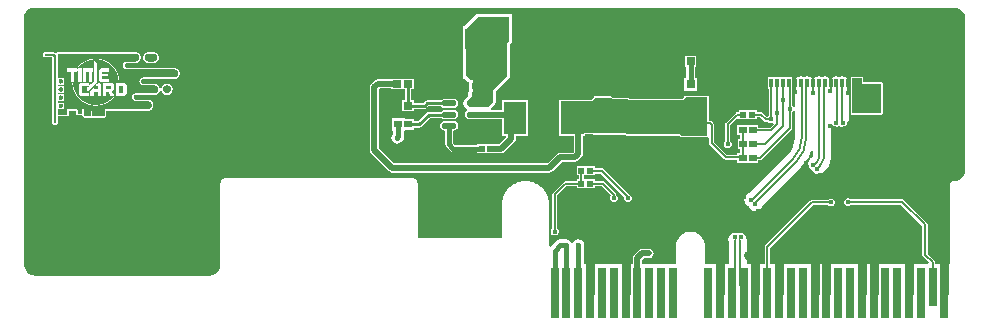
<source format=gbr>
G04*
G04 #@! TF.GenerationSoftware,Altium Limited,Altium Designer,24.2.2 (26)*
G04*
G04 Layer_Physical_Order=1*
G04 Layer_Color=255*
%FSLAX25Y25*%
%MOIN*%
G70*
G04*
G04 #@! TF.SameCoordinates,DA759692-2FDC-47FD-B5D7-4F029464E4A9*
G04*
G04*
G04 #@! TF.FilePolarity,Positive*
G04*
G01*
G75*
%ADD12R,0.01181X0.03150*%
%ADD13R,0.03937X0.03937*%
%ADD14R,0.07500X0.10984*%
%ADD15R,0.02559X0.02362*%
%ADD16R,0.02816X0.02648*%
%ADD17R,0.05315X0.04331*%
%ADD18R,0.02648X0.02816*%
%ADD19R,0.02559X0.02559*%
G04:AMPARAMS|DCode=20|XSize=49.38mil|YSize=20.95mil|CornerRadius=10.48mil|HoleSize=0mil|Usage=FLASHONLY|Rotation=180.000|XOffset=0mil|YOffset=0mil|HoleType=Round|Shape=RoundedRectangle|*
%AMROUNDEDRECTD20*
21,1,0.04938,0.00000,0,0,180.0*
21,1,0.02843,0.02095,0,0,180.0*
1,1,0.02095,-0.01422,0.00000*
1,1,0.02095,0.01422,0.00000*
1,1,0.02095,0.01422,0.00000*
1,1,0.02095,-0.01422,0.00000*
%
%ADD20ROUNDEDRECTD20*%
%ADD21R,0.04938X0.02095*%
%ADD22R,0.06717X0.04349*%
%ADD23R,0.02648X0.02911*%
%ADD24R,0.02016X0.02288*%
%ADD25R,0.04546X0.06717*%
%ADD26R,0.02288X0.02016*%
%ADD27R,0.02800X0.12600*%
%ADD28R,0.02800X0.16500*%
%ADD29R,0.02165X0.01968*%
%ADD30R,0.03150X0.03150*%
%ADD31R,0.02648X0.02631*%
%ADD32R,0.05924X0.07505*%
%ADD33R,0.02756X0.02756*%
%ADD34R,0.04331X0.05315*%
%ADD46C,0.00500*%
%ADD47C,0.00600*%
%ADD48C,0.01800*%
%ADD49C,0.00727*%
%ADD50C,0.00800*%
%ADD51C,0.03000*%
%ADD52C,0.02000*%
%ADD53C,0.01000*%
%ADD54C,0.01500*%
%ADD55C,0.25000*%
%ADD56C,0.01600*%
G36*
X284498Y-306715D02*
X285115Y-306957D01*
X285672Y-307314D01*
X286149Y-307774D01*
X286526Y-308318D01*
X286791Y-308925D01*
X286932Y-309572D01*
X286938Y-309891D01*
X286938Y-360509D01*
X286938Y-360881D01*
X286793Y-361611D01*
X286508Y-362298D01*
X286095Y-362917D01*
X285569Y-363443D01*
X284950Y-363856D01*
X284263Y-364141D01*
X283533Y-364286D01*
X283161Y-364286D01*
X282693Y-364379D01*
X282296Y-364644D01*
X282296Y-364644D01*
X282031Y-365041D01*
X281938Y-365510D01*
X281938Y-391839D01*
X277045D01*
Y-391381D01*
X276978Y-391044D01*
X276788Y-390758D01*
X274509Y-388479D01*
Y-378746D01*
X274441Y-378409D01*
X274251Y-378124D01*
X266728Y-370601D01*
X266443Y-370411D01*
X266106Y-370343D01*
X248996D01*
X248774Y-370122D01*
X248296Y-369924D01*
X247779D01*
X247301Y-370122D01*
X246936Y-370488D01*
X246738Y-370965D01*
Y-371483D01*
X246936Y-371960D01*
X247301Y-372326D01*
X247779Y-372524D01*
X248296D01*
X248774Y-372326D01*
X248996Y-372104D01*
X265741D01*
X272748Y-379111D01*
Y-388844D01*
X272815Y-389181D01*
X273006Y-389467D01*
X274878Y-391339D01*
X274671Y-391839D01*
X221965D01*
Y-386671D01*
X236312Y-372324D01*
X241324D01*
X241509Y-372509D01*
X241986Y-372707D01*
X242504D01*
X242981Y-372509D01*
X243347Y-372143D01*
X243545Y-371665D01*
Y-371148D01*
X243347Y-370670D01*
X242981Y-370305D01*
X242504Y-370107D01*
X241986D01*
X241509Y-370305D01*
X241324Y-370489D01*
X235931D01*
X235580Y-370559D01*
X235283Y-370758D01*
X220398Y-385642D01*
X220199Y-385940D01*
X220129Y-386291D01*
Y-391839D01*
X214249D01*
Y-384418D01*
X214431Y-383977D01*
X214382D01*
X214293Y-383869D01*
X214119Y-382991D01*
X213621Y-382247D01*
X212877Y-381750D01*
X211999Y-381575D01*
X211205Y-381733D01*
X210410Y-381575D01*
X209532Y-381750D01*
X208788Y-382247D01*
X208290Y-382991D01*
X208116Y-383869D01*
X208027Y-383977D01*
X207978D01*
X208160Y-384418D01*
Y-391839D01*
X200222D01*
X200222Y-385874D01*
X200214Y-385834D01*
X200219Y-385794D01*
X200189Y-385332D01*
X200158Y-385215D01*
X200150Y-385095D01*
X199911Y-384202D01*
X199840Y-384059D01*
X199788Y-383907D01*
X199326Y-383107D01*
X199221Y-382987D01*
X199132Y-382854D01*
X198478Y-382200D01*
X198345Y-382111D01*
X198225Y-382006D01*
X197425Y-381544D01*
X197273Y-381492D01*
X197130Y-381421D01*
X196237Y-381182D01*
X196077Y-381172D01*
X195920Y-381140D01*
X194996D01*
X194839Y-381172D01*
X194679Y-381182D01*
X193787Y-381421D01*
X193643Y-381492D01*
X193492Y-381544D01*
X192692Y-382006D01*
X192571Y-382111D01*
X192438Y-382200D01*
X191785Y-382854D01*
X191696Y-382987D01*
X191590Y-383107D01*
X191128Y-383907D01*
X191077Y-384059D01*
X191006Y-384202D01*
X190767Y-385095D01*
X190759Y-385215D01*
X190728Y-385332D01*
X190697Y-385794D01*
X190703Y-385834D01*
X190695Y-385874D01*
Y-391839D01*
X179269D01*
Y-390494D01*
X179862Y-389901D01*
X181677D01*
X182262Y-389785D01*
X182758Y-389453D01*
X183090Y-388957D01*
X183206Y-388372D01*
X183090Y-387786D01*
X182758Y-387290D01*
X182262Y-386959D01*
X181677Y-386842D01*
X179229D01*
X178644Y-386959D01*
X178147Y-387290D01*
X176659Y-388779D01*
X176327Y-389275D01*
X176211Y-389860D01*
Y-391839D01*
X159992D01*
Y-385881D01*
X160045Y-385618D01*
X159897Y-384876D01*
X159477Y-384248D01*
X158849Y-383828D01*
X158107Y-383681D01*
X157366Y-383828D01*
X156737Y-384248D01*
X156685Y-384300D01*
X156319Y-384848D01*
X155972Y-384918D01*
X155759Y-384910D01*
X155488Y-384504D01*
X155232Y-384248D01*
X154603Y-383828D01*
X153862Y-383681D01*
X152063D01*
X151321Y-383828D01*
X150693Y-384248D01*
X148845Y-386096D01*
X148701Y-386082D01*
X148345Y-385927D01*
Y-372198D01*
X148341Y-372176D01*
X148345Y-372155D01*
X148322Y-371496D01*
X148299Y-371399D01*
Y-371300D01*
X148043Y-370014D01*
X147997Y-369902D01*
X147973Y-369784D01*
X147472Y-368573D01*
X147405Y-368473D01*
X147359Y-368361D01*
X146630Y-367271D01*
X146545Y-367186D01*
X146478Y-367085D01*
X145551Y-366158D01*
X145450Y-366091D01*
X145365Y-366006D01*
X144275Y-365277D01*
X144163Y-365231D01*
X144063Y-365164D01*
X142852Y-364663D01*
X142733Y-364639D01*
X142622Y-364593D01*
X141336Y-364337D01*
X141215D01*
X141097Y-364314D01*
X139786D01*
X139668Y-364337D01*
X139547D01*
X138261Y-364593D01*
X138150Y-364639D01*
X138031Y-364663D01*
X136820Y-365164D01*
X136720Y-365231D01*
X136608Y-365277D01*
X135518Y-366006D01*
X135433Y-366091D01*
X135333Y-366158D01*
X134405Y-367085D01*
X134338Y-367186D01*
X134253Y-367271D01*
X133525Y-368361D01*
X133478Y-368473D01*
X133412Y-368573D01*
X132910Y-369784D01*
X132886Y-369902D01*
X132840Y-370014D01*
X132584Y-371300D01*
Y-371391D01*
X132562Y-371479D01*
X132530Y-372134D01*
X132534Y-372165D01*
X132528Y-372194D01*
Y-383366D01*
X104824D01*
X104471Y-383012D01*
X104480Y-365010D01*
X104468Y-364950D01*
X104474Y-364889D01*
X104464Y-364792D01*
X104412Y-364620D01*
X104377Y-364444D01*
X104302Y-364264D01*
X104302Y-364263D01*
X104179Y-364080D01*
X104037Y-363866D01*
X104037Y-363866D01*
X103899Y-363729D01*
X103899Y-363729D01*
X103899Y-363728D01*
X103502Y-363463D01*
X103502Y-363463D01*
X103502Y-363463D01*
X103322Y-363389D01*
X103145Y-363354D01*
X102973Y-363301D01*
X102876Y-363292D01*
X102815Y-363298D01*
X102756Y-363286D01*
X40512Y-363286D01*
X40452Y-363298D01*
X40392Y-363292D01*
X40294Y-363301D01*
X40122Y-363354D01*
X39946Y-363389D01*
X39766Y-363463D01*
X39766Y-363463D01*
X39369Y-363729D01*
X39231Y-363866D01*
X39231Y-363866D01*
X39099Y-364065D01*
X38966Y-364264D01*
X38966Y-364264D01*
X38891Y-364444D01*
X38856Y-364620D01*
X38804Y-364792D01*
X38794Y-364890D01*
X38800Y-364950D01*
X38788Y-365009D01*
X38788Y-391990D01*
X38788Y-392362D01*
X38643Y-393091D01*
X38359Y-393778D01*
X37945Y-394397D01*
X37419Y-394923D01*
X36801Y-395336D01*
X36113Y-395621D01*
X35384Y-395766D01*
X-22988D01*
X-23354Y-395733D01*
X-24166Y-395493D01*
X-24916Y-395099D01*
X-25575Y-394567D01*
X-26117Y-393917D01*
X-26522Y-393173D01*
X-26774Y-392364D01*
X-26863Y-391522D01*
X-26825Y-391100D01*
X-26831Y-391045D01*
X-26820Y-390990D01*
X-26820Y-309891D01*
X-26814Y-309572D01*
X-26673Y-308925D01*
X-26408Y-308318D01*
X-26030Y-307774D01*
X-25554Y-307315D01*
X-24996Y-306957D01*
X-24380Y-306715D01*
X-23729Y-306598D01*
X-23392Y-306604D01*
X-23391Y-306604D01*
X-23389Y-306604D01*
X-23370Y-306604D01*
X-23370Y-306604D01*
X283493Y-306604D01*
X283504Y-306602D01*
X283516Y-306604D01*
X283847Y-306597D01*
X284498Y-306715D01*
D02*
G37*
%LPC*%
G36*
X10445Y-321245D02*
X-15294D01*
X-15677Y-321404D01*
X-15688Y-321432D01*
X-15730Y-321456D01*
X-16088Y-321588D01*
X-16103Y-321591D01*
X-16194Y-321584D01*
X-16244Y-321571D01*
X-16281Y-321556D01*
X-16281Y-321556D01*
X-16290Y-321552D01*
X-16294Y-321543D01*
X-16318Y-321533D01*
X-16319Y-321530D01*
X-16344Y-321520D01*
X-16345Y-321518D01*
X-16727Y-321359D01*
X-16730D01*
X-16791Y-321334D01*
X-16793D01*
X-16854Y-321308D01*
X-16862D01*
X-16892Y-321296D01*
X-16912D01*
X-16943Y-321283D01*
X-16951D01*
X-16981Y-321270D01*
X-17014D01*
X-17045Y-321258D01*
X-17115D01*
X-17146Y-321245D01*
X-19823D01*
X-20205Y-321404D01*
X-20364Y-321786D01*
Y-322547D01*
X-20205Y-322930D01*
X-19823Y-323089D01*
X-17345D01*
Y-344963D01*
X-17186Y-345345D01*
X-16804Y-345504D01*
X-16042D01*
X-15660Y-345345D01*
X-15501Y-344963D01*
Y-342864D01*
X-15294Y-342726D01*
X-12275D01*
X-11892Y-342567D01*
X-11734Y-342185D01*
Y-340836D01*
X-9416D01*
Y-341639D01*
X-9404Y-341670D01*
Y-341690D01*
X-9245Y-342073D01*
X-9236Y-342076D01*
X-9232Y-342085D01*
X-9230Y-342086D01*
X-9220Y-342111D01*
X-9211Y-342114D01*
X-9207Y-342123D01*
X-9198Y-342127D01*
X-9194Y-342136D01*
X-9170Y-342146D01*
X-9169Y-342149D01*
X-9160Y-342152D01*
X-9156Y-342161D01*
X-8774Y-342320D01*
X-8766D01*
X-8736Y-342333D01*
X-7492D01*
X-7133Y-342464D01*
X-6974Y-342846D01*
X-6965Y-342850D01*
X-6962Y-342859D01*
X-6959Y-342860D01*
X-6949Y-342884D01*
X-6940Y-342888D01*
X-6936Y-342897D01*
X-6927Y-342901D01*
X-6924Y-342910D01*
X-6899Y-342920D01*
X-6898Y-342922D01*
X-6889Y-342926D01*
X-6886Y-342935D01*
X-6503Y-343094D01*
X-6483D01*
X-6452Y-343106D01*
X-4473D01*
X-4443Y-343094D01*
X-4435D01*
X-4143Y-342973D01*
X-3852Y-343094D01*
X-3844D01*
X-3813Y-343106D01*
X56D01*
X86Y-343094D01*
X106D01*
X489Y-342935D01*
X493Y-342926D01*
X502Y-342922D01*
X503Y-342920D01*
X527Y-342910D01*
X531Y-342901D01*
X540Y-342897D01*
X543Y-342888D01*
X552Y-342884D01*
X563Y-342860D01*
X565Y-342859D01*
X575Y-342835D01*
X578Y-342834D01*
X736Y-342451D01*
Y-342444D01*
X749Y-342413D01*
Y-340836D01*
X14923D01*
X14954Y-340823D01*
X14986D01*
X15017Y-340810D01*
X15024D01*
X15055Y-340798D01*
X15075D01*
X15458Y-340639D01*
X15459Y-340636D01*
X15483Y-340626D01*
X15484Y-340624D01*
X15509Y-340614D01*
X15510Y-340611D01*
X15534Y-340601D01*
X15535Y-340598D01*
X15559Y-340588D01*
X15561Y-340586D01*
X15585Y-340576D01*
X15586Y-340573D01*
X15610Y-340563D01*
X15614Y-340554D01*
X15623Y-340550D01*
X15624Y-340548D01*
X15648Y-340538D01*
X15649Y-340535D01*
X15674Y-340525D01*
X15677Y-340516D01*
X15686Y-340512D01*
X15687Y-340510D01*
X15712Y-340499D01*
X15715Y-340491D01*
X15724Y-340487D01*
X15728Y-340478D01*
X15737Y-340474D01*
X15741Y-340465D01*
X15750Y-340461D01*
X15751Y-340459D01*
X15775Y-340449D01*
X15779Y-340440D01*
X15788Y-340436D01*
X15791Y-340427D01*
X15800Y-340423D01*
X15804Y-340414D01*
X15813Y-340411D01*
X15817Y-340402D01*
X15826Y-340398D01*
X15830Y-340389D01*
X15838Y-340385D01*
X15842Y-340376D01*
X15851Y-340373D01*
X15855Y-340364D01*
X15864Y-340360D01*
X15868Y-340351D01*
X15877Y-340347D01*
X15880Y-340338D01*
X15889Y-340335D01*
X15893Y-340326D01*
X15902Y-340322D01*
X15906Y-340313D01*
X15915Y-340309D01*
X15918Y-340300D01*
X15927Y-340297D01*
X15931Y-340288D01*
X15940Y-340284D01*
X15944Y-340275D01*
X15953Y-340271D01*
X15956Y-340262D01*
X15965Y-340259D01*
X15969Y-340249D01*
X15978Y-340246D01*
X15988Y-340222D01*
X15991Y-340220D01*
X15994Y-340212D01*
X16003Y-340208D01*
X16007Y-340199D01*
X16016Y-340195D01*
X16026Y-340171D01*
X16029Y-340170D01*
X16033Y-340161D01*
X16041Y-340157D01*
X16045Y-340148D01*
X16054Y-340144D01*
X16064Y-340120D01*
X16067Y-340119D01*
X16071Y-340110D01*
X16080Y-340106D01*
X16090Y-340082D01*
X16092Y-340081D01*
X16102Y-340057D01*
X16105Y-340055D01*
X16115Y-340031D01*
X16118Y-340030D01*
X16128Y-340006D01*
X16130Y-340005D01*
X16134Y-339996D01*
X16143Y-339992D01*
X16153Y-339968D01*
X16156Y-339967D01*
X16176Y-339918D01*
X16181Y-339916D01*
X16340Y-339533D01*
Y-339526D01*
X16352Y-339495D01*
Y-339493D01*
X16378Y-339432D01*
Y-339417D01*
X16403Y-339356D01*
Y-339323D01*
X16416Y-339292D01*
Y-339260D01*
X16428Y-339229D01*
Y-339209D01*
X16441Y-339178D01*
Y-339031D01*
X16454Y-339001D01*
Y-338950D01*
X16441Y-338919D01*
Y-338785D01*
X16428Y-338754D01*
Y-338721D01*
X16416Y-338691D01*
Y-338658D01*
X16403Y-338627D01*
Y-338607D01*
X16378Y-338546D01*
Y-338531D01*
X16352Y-338470D01*
Y-338468D01*
X16194Y-338085D01*
X16191Y-338084D01*
X16181Y-338060D01*
X16178Y-338059D01*
X16168Y-338034D01*
X16166Y-338033D01*
X16156Y-338009D01*
X16153Y-338008D01*
X16143Y-337983D01*
X16140Y-337983D01*
X16130Y-337958D01*
X16128Y-337957D01*
X16118Y-337933D01*
X16109Y-337929D01*
X16105Y-337920D01*
X16102Y-337919D01*
X16092Y-337895D01*
X16090Y-337894D01*
X16080Y-337869D01*
X16071Y-337866D01*
X16067Y-337857D01*
X16064Y-337856D01*
X16054Y-337831D01*
X16045Y-337828D01*
X16041Y-337819D01*
X16033Y-337815D01*
X16029Y-337806D01*
X16026Y-337805D01*
X16016Y-337781D01*
X16007Y-337777D01*
X16003Y-337768D01*
X15994Y-337764D01*
X15991Y-337755D01*
X15982Y-337752D01*
X15978Y-337742D01*
X15969Y-337739D01*
X15965Y-337730D01*
X15963Y-337729D01*
X15953Y-337704D01*
X15944Y-337701D01*
X15940Y-337692D01*
X15931Y-337688D01*
X15927Y-337679D01*
X15918Y-337675D01*
X15915Y-337666D01*
X15906Y-337663D01*
X15902Y-337654D01*
X15893Y-337650D01*
X15889Y-337641D01*
X15880Y-337637D01*
X15877Y-337628D01*
X15852Y-337618D01*
X15851Y-337616D01*
X15842Y-337612D01*
X15838Y-337603D01*
X15830Y-337599D01*
X15826Y-337590D01*
X15817Y-337587D01*
X15813Y-337578D01*
X15804Y-337574D01*
X15800Y-337565D01*
X15776Y-337555D01*
X15775Y-337552D01*
X15766Y-337548D01*
X15762Y-337540D01*
X15753Y-337536D01*
X15750Y-337527D01*
X15725Y-337517D01*
X15724Y-337514D01*
X15715Y-337510D01*
X15712Y-337502D01*
X15687Y-337491D01*
X15686Y-337489D01*
X15677Y-337485D01*
X15674Y-337476D01*
X15649Y-337466D01*
X15648Y-337463D01*
X15639Y-337460D01*
X15635Y-337451D01*
X15611Y-337441D01*
X15610Y-337438D01*
X15586Y-337428D01*
X15585Y-337425D01*
X15561Y-337415D01*
X15559Y-337413D01*
X15535Y-337403D01*
X15534Y-337400D01*
X15510Y-337390D01*
X15509Y-337387D01*
X15484Y-337377D01*
X15483Y-337375D01*
X15459Y-337365D01*
X15458Y-337362D01*
X15075Y-337203D01*
X15068D01*
X15037Y-337191D01*
X15030D01*
X14999Y-337178D01*
X14992D01*
X14961Y-337165D01*
X14954D01*
X14923Y-337153D01*
X14903D01*
X14872Y-337140D01*
X14827D01*
X14796Y-337127D01*
X14763D01*
X14733Y-337115D01*
X10603D01*
X10572Y-337102D01*
X10450D01*
X10420Y-337089D01*
X10400D01*
X10369Y-337077D01*
X10336D01*
X10311Y-337066D01*
X10308Y-337057D01*
X10283Y-337047D01*
X10282Y-337045D01*
X10273Y-337041D01*
X10270Y-337032D01*
X10245Y-337022D01*
X10244Y-337019D01*
X10235Y-337016D01*
X10232Y-337007D01*
X10207Y-336997D01*
X10206Y-336994D01*
X10197Y-336990D01*
X10193Y-336981D01*
X10184Y-336978D01*
X10181Y-336969D01*
X10157Y-336959D01*
X10155Y-336956D01*
X10146Y-336952D01*
X10143Y-336943D01*
X10134Y-336940D01*
X10130Y-336931D01*
X10121Y-336927D01*
X10117Y-336918D01*
X10108Y-336914D01*
X10105Y-336905D01*
X10096Y-336902D01*
X10092Y-336893D01*
X10083Y-336889D01*
X10079Y-336880D01*
X10070Y-336876D01*
X10067Y-336867D01*
X10058Y-336863D01*
X10054Y-336855D01*
X10045Y-336851D01*
X10041Y-336842D01*
X10032Y-336838D01*
X10029Y-336829D01*
X10019Y-336825D01*
X10016Y-336817D01*
X10007Y-336813D01*
X10003Y-336804D01*
X9994Y-336800D01*
X9990Y-336791D01*
X9982Y-336787D01*
X9978Y-336778D01*
X9975Y-336777D01*
X9965Y-336753D01*
X9956Y-336749D01*
X9952Y-336740D01*
X9943Y-336737D01*
X9940Y-336728D01*
X9937Y-336727D01*
X9927Y-336702D01*
X9918Y-336699D01*
X9914Y-336690D01*
X9912Y-336688D01*
X9902Y-336664D01*
X9893Y-336661D01*
X9889Y-336652D01*
X9886Y-336650D01*
X9876Y-336626D01*
X9876Y-336626D01*
X9846Y-336162D01*
X9857Y-336134D01*
Y-336088D01*
X9870Y-336057D01*
Y-336050D01*
X9880Y-336025D01*
X9889Y-336021D01*
X9899Y-335997D01*
X9902Y-335996D01*
X9912Y-335972D01*
X9914Y-335971D01*
X9918Y-335962D01*
X9927Y-335958D01*
X9931Y-335949D01*
X9940Y-335945D01*
X9943Y-335936D01*
X9952Y-335933D01*
X9962Y-335908D01*
X9965Y-335907D01*
X9969Y-335898D01*
X9978Y-335895D01*
X9982Y-335886D01*
X9990Y-335882D01*
X9994Y-335873D01*
X10003Y-335869D01*
X10013Y-335845D01*
X10016Y-335844D01*
X10019Y-335835D01*
X10029Y-335831D01*
X10032Y-335822D01*
X10041Y-335819D01*
X10045Y-335810D01*
X10054Y-335806D01*
X10058Y-335797D01*
X10067Y-335793D01*
X10070Y-335784D01*
X10079Y-335781D01*
X10083Y-335771D01*
X10092Y-335768D01*
X10096Y-335759D01*
X10105Y-335755D01*
X10108Y-335746D01*
X10117Y-335742D01*
X10118Y-335740D01*
X10143Y-335730D01*
X10146Y-335721D01*
X10155Y-335717D01*
X10159Y-335708D01*
X10168Y-335704D01*
X10172Y-335695D01*
X10181Y-335692D01*
X10184Y-335683D01*
X10193Y-335679D01*
X10194Y-335676D01*
X10219Y-335666D01*
X10222Y-335657D01*
X10232Y-335654D01*
X10233Y-335651D01*
X10257Y-335641D01*
X10261Y-335632D01*
X10270Y-335628D01*
X10623Y-335558D01*
X16788D01*
X16818Y-335546D01*
X16902D01*
X16933Y-335533D01*
X16965D01*
X16996Y-335520D01*
X17029D01*
X17059Y-335508D01*
X17067D01*
X17097Y-335495D01*
X17105D01*
X17136Y-335482D01*
X17143D01*
X17174Y-335470D01*
X17181D01*
X17242Y-335444D01*
X17244D01*
X17627Y-335286D01*
X17628Y-335283D01*
X17652Y-335273D01*
X17654Y-335271D01*
X17678Y-335260D01*
X17679Y-335258D01*
X17703Y-335248D01*
X17704Y-335245D01*
X17729Y-335235D01*
X17730Y-335232D01*
X17754Y-335222D01*
X17758Y-335213D01*
X17767Y-335210D01*
X17768Y-335207D01*
X17792Y-335197D01*
X17793Y-335194D01*
X17817Y-335184D01*
X17821Y-335175D01*
X17830Y-335172D01*
X17831Y-335169D01*
X17855Y-335159D01*
X17859Y-335150D01*
X17868Y-335146D01*
X17872Y-335137D01*
X17881Y-335134D01*
X17882Y-335131D01*
X17906Y-335121D01*
X17910Y-335112D01*
X17919Y-335108D01*
X17923Y-335099D01*
X17932Y-335096D01*
X17933Y-335093D01*
X17957Y-335083D01*
X17961Y-335074D01*
X17970Y-335070D01*
X17973Y-335061D01*
X17982Y-335057D01*
X17986Y-335049D01*
X17995Y-335045D01*
X17999Y-335036D01*
X18008Y-335032D01*
X18011Y-335023D01*
X18020Y-335019D01*
X18024Y-335010D01*
X18033Y-335007D01*
X18037Y-334998D01*
X18046Y-334994D01*
X18049Y-334985D01*
X18058Y-334981D01*
X18062Y-334972D01*
X18071Y-334969D01*
X18075Y-334960D01*
X18084Y-334956D01*
X18088Y-334947D01*
X18097Y-334943D01*
X18100Y-334934D01*
X18109Y-334931D01*
X18119Y-334906D01*
X18122Y-334905D01*
X18126Y-334896D01*
X18135Y-334893D01*
X18138Y-334884D01*
X18147Y-334880D01*
X18157Y-334856D01*
X18160Y-334855D01*
X18164Y-334845D01*
X18173Y-334842D01*
X18176Y-334833D01*
X18185Y-334829D01*
X18195Y-334805D01*
X18198Y-334804D01*
X18202Y-334795D01*
X18211Y-334791D01*
X18221Y-334767D01*
X18223Y-334766D01*
X18227Y-334757D01*
X18236Y-334753D01*
X18246Y-334729D01*
X18249Y-334728D01*
X18259Y-334703D01*
X18261Y-334702D01*
X18271Y-334678D01*
X18274Y-334677D01*
X18278Y-334668D01*
X18287Y-334664D01*
X18323Y-334576D01*
X18325Y-334575D01*
X18483Y-334193D01*
X18596Y-334096D01*
X18618Y-334088D01*
X18808Y-334084D01*
X18840Y-334088D01*
X18850Y-334090D01*
X18968Y-334139D01*
X19160Y-334243D01*
X19163Y-334246D01*
X19310Y-334601D01*
X19313Y-334602D01*
X19323Y-334626D01*
X19325Y-334627D01*
X19335Y-334651D01*
X19338Y-334653D01*
X19348Y-334677D01*
X19351Y-334678D01*
X19361Y-334702D01*
X19364Y-334703D01*
X19374Y-334728D01*
X19383Y-334731D01*
X19386Y-334740D01*
X19389Y-334741D01*
X19399Y-334766D01*
X19401Y-334767D01*
X19412Y-334791D01*
X19421Y-334795D01*
X19424Y-334804D01*
X19433Y-334807D01*
X19437Y-334816D01*
X19440Y-334818D01*
X19450Y-334842D01*
X19459Y-334845D01*
X19462Y-334855D01*
X19465Y-334856D01*
X19475Y-334880D01*
X19484Y-334884D01*
X19488Y-334893D01*
X19497Y-334896D01*
X19500Y-334905D01*
X19509Y-334909D01*
X19513Y-334918D01*
X19522Y-334922D01*
X19526Y-334931D01*
X19528Y-334932D01*
X19538Y-334956D01*
X19547Y-334960D01*
X19551Y-334969D01*
X19560Y-334972D01*
X19564Y-334981D01*
X19573Y-334985D01*
X19577Y-334994D01*
X19586Y-334998D01*
X19589Y-335007D01*
X19598Y-335010D01*
X19602Y-335019D01*
X19611Y-335023D01*
X19614Y-335032D01*
X19624Y-335036D01*
X19627Y-335045D01*
X19636Y-335049D01*
X19640Y-335057D01*
X19664Y-335068D01*
X19665Y-335070D01*
X19674Y-335074D01*
X19678Y-335083D01*
X19687Y-335086D01*
X19691Y-335096D01*
X19700Y-335099D01*
X19703Y-335108D01*
X19712Y-335112D01*
X19716Y-335121D01*
X19740Y-335131D01*
X19741Y-335134D01*
X19750Y-335137D01*
X19754Y-335146D01*
X19778Y-335156D01*
X19779Y-335159D01*
X19788Y-335163D01*
X19792Y-335172D01*
X19801Y-335175D01*
X19805Y-335184D01*
X19829Y-335194D01*
X19830Y-335197D01*
X19854Y-335207D01*
X19856Y-335210D01*
X19864Y-335213D01*
X19868Y-335222D01*
X19917Y-335243D01*
X19919Y-335248D01*
X19943Y-335258D01*
X19944Y-335260D01*
X19993Y-335280D01*
X19995Y-335286D01*
X20378Y-335444D01*
X20380D01*
X20441Y-335470D01*
X20449D01*
X20479Y-335482D01*
X20487D01*
X20517Y-335495D01*
X20525D01*
X20555Y-335508D01*
X20575D01*
X20606Y-335520D01*
X20639D01*
X20670Y-335533D01*
X20690D01*
X20720Y-335546D01*
X20804D01*
X20834Y-335558D01*
X21050D01*
X21081Y-335546D01*
X21164D01*
X21195Y-335533D01*
X21202D01*
X21233Y-335520D01*
X21279D01*
X21309Y-335508D01*
X21317D01*
X21347Y-335495D01*
X21355D01*
X21385Y-335482D01*
X21405D01*
X21467Y-335457D01*
X21469D01*
X21851Y-335298D01*
X21852Y-335297D01*
X21940Y-335260D01*
X21944Y-335251D01*
X21953Y-335248D01*
X21954Y-335245D01*
X21978Y-335235D01*
X21979Y-335232D01*
X22004Y-335222D01*
X22007Y-335213D01*
X22016Y-335210D01*
X22017Y-335207D01*
X22042Y-335197D01*
X22043Y-335194D01*
X22067Y-335184D01*
X22071Y-335175D01*
X22080Y-335172D01*
X22081Y-335169D01*
X22105Y-335159D01*
X22109Y-335150D01*
X22118Y-335146D01*
X22119Y-335144D01*
X22143Y-335134D01*
X22147Y-335125D01*
X22156Y-335121D01*
X22160Y-335112D01*
X22169Y-335108D01*
X22172Y-335099D01*
X22181Y-335096D01*
X22182Y-335093D01*
X22207Y-335083D01*
X22210Y-335074D01*
X22219Y-335070D01*
X22223Y-335061D01*
X22232Y-335057D01*
X22236Y-335049D01*
X22245Y-335045D01*
X22248Y-335036D01*
X22257Y-335032D01*
X22261Y-335023D01*
X22270Y-335019D01*
X22274Y-335010D01*
X22283Y-335007D01*
X22286Y-334998D01*
X22295Y-334994D01*
X22299Y-334985D01*
X22308Y-334981D01*
X22312Y-334972D01*
X22321Y-334969D01*
X22324Y-334960D01*
X22333Y-334956D01*
X22337Y-334947D01*
X22346Y-334943D01*
X22350Y-334934D01*
X22359Y-334931D01*
X22363Y-334922D01*
X22372Y-334918D01*
X22382Y-334894D01*
X22384Y-334893D01*
X22388Y-334883D01*
X22397Y-334880D01*
X22401Y-334871D01*
X22410Y-334867D01*
X22420Y-334843D01*
X22422Y-334842D01*
X22426Y-334833D01*
X22435Y-334829D01*
X22439Y-334820D01*
X22448Y-334816D01*
X22458Y-334792D01*
X22460Y-334791D01*
X22464Y-334782D01*
X22473Y-334778D01*
X22483Y-334754D01*
X22486Y-334753D01*
X22496Y-334729D01*
X22498Y-334728D01*
X22502Y-334719D01*
X22511Y-334715D01*
X22521Y-334691D01*
X22524Y-334690D01*
X22534Y-334665D01*
X22536Y-334664D01*
X22546Y-334640D01*
X22549Y-334639D01*
X22559Y-334614D01*
X22562Y-334613D01*
X22572Y-334589D01*
X22575Y-334588D01*
X22733Y-334205D01*
Y-334198D01*
X22746Y-334167D01*
Y-334165D01*
X22771Y-334104D01*
Y-334084D01*
X22784Y-334053D01*
Y-334046D01*
X22796Y-334015D01*
Y-333982D01*
X22809Y-333952D01*
Y-333906D01*
X22822Y-333876D01*
Y-333830D01*
X22835Y-333799D01*
Y-333584D01*
X22822Y-333553D01*
Y-333508D01*
X22809Y-333477D01*
Y-333419D01*
X22796Y-333388D01*
Y-333368D01*
X22784Y-333337D01*
Y-333330D01*
X22771Y-333299D01*
Y-333279D01*
X22758Y-333249D01*
Y-333241D01*
X22733Y-333180D01*
Y-333178D01*
X22575Y-332795D01*
X22573Y-332794D01*
X22536Y-332706D01*
X22527Y-332703D01*
X22524Y-332694D01*
X22521Y-332693D01*
X22511Y-332668D01*
X22509Y-332667D01*
X22498Y-332643D01*
X22489Y-332639D01*
X22486Y-332630D01*
X22483Y-332629D01*
X22473Y-332605D01*
X22470Y-332604D01*
X22460Y-332579D01*
X22451Y-332576D01*
X22448Y-332567D01*
X22445Y-332566D01*
X22435Y-332541D01*
X22426Y-332538D01*
X22422Y-332529D01*
X22413Y-332525D01*
X22410Y-332516D01*
X22401Y-332512D01*
X22397Y-332503D01*
X22394Y-332502D01*
X22384Y-332478D01*
X22375Y-332474D01*
X22372Y-332465D01*
X22363Y-332462D01*
X22359Y-332453D01*
X22350Y-332449D01*
X22346Y-332440D01*
X22343Y-332439D01*
X22333Y-332415D01*
X22324Y-332411D01*
X22321Y-332402D01*
X22312Y-332398D01*
X22308Y-332389D01*
X22299Y-332385D01*
X22295Y-332377D01*
X22287Y-332373D01*
X22283Y-332364D01*
X22274Y-332360D01*
X22270Y-332351D01*
X22261Y-332347D01*
X22257Y-332339D01*
X22248Y-332335D01*
X22245Y-332326D01*
X22220Y-332316D01*
X22219Y-332313D01*
X22210Y-332309D01*
X22207Y-332300D01*
X22198Y-332297D01*
X22194Y-332288D01*
X22185Y-332284D01*
X22181Y-332275D01*
X22172Y-332271D01*
X22169Y-332262D01*
X22144Y-332252D01*
X22143Y-332250D01*
X22134Y-332246D01*
X22130Y-332237D01*
X22121Y-332233D01*
X22118Y-332224D01*
X22094Y-332214D01*
X22093Y-332212D01*
X22084Y-332208D01*
X22080Y-332199D01*
X22055Y-332189D01*
X22054Y-332186D01*
X22030Y-332176D01*
X22029Y-332174D01*
X22020Y-332170D01*
X22016Y-332161D01*
X21992Y-332151D01*
X21991Y-332148D01*
X21967Y-332138D01*
X21966Y-332136D01*
X21957Y-332132D01*
X21953Y-332123D01*
X21865Y-332086D01*
X21864Y-332085D01*
X21481Y-331926D01*
X21479D01*
X21418Y-331901D01*
X21411D01*
X21380Y-331888D01*
X21373D01*
X21342Y-331875D01*
X21334D01*
X21304Y-331863D01*
X21271D01*
X21240Y-331850D01*
X21220D01*
X21190Y-331837D01*
X21132D01*
X21101Y-331825D01*
X20784D01*
X20753Y-331837D01*
X20695D01*
X20664Y-331850D01*
X20631D01*
X20601Y-331863D01*
X20581D01*
X20550Y-331875D01*
X20543D01*
X20512Y-331888D01*
X20492D01*
X20461Y-331901D01*
X20454D01*
X20393Y-331926D01*
X20391D01*
X20008Y-332085D01*
X20007Y-332087D01*
X19982Y-332097D01*
X19981Y-332100D01*
X19957Y-332110D01*
X19956Y-332113D01*
X19932Y-332123D01*
X19931Y-332125D01*
X19906Y-332136D01*
X19904Y-332141D01*
X19856Y-332161D01*
X19852Y-332170D01*
X19843Y-332174D01*
X19842Y-332176D01*
X19817Y-332186D01*
X19814Y-332195D01*
X19805Y-332199D01*
X19804Y-332202D01*
X19779Y-332212D01*
X19776Y-332221D01*
X19767Y-332224D01*
X19763Y-332233D01*
X19754Y-332237D01*
X19753Y-332240D01*
X19729Y-332250D01*
X19725Y-332259D01*
X19716Y-332262D01*
X19712Y-332271D01*
X19703Y-332275D01*
X19702Y-332278D01*
X19678Y-332288D01*
X19674Y-332297D01*
X19665Y-332300D01*
X19662Y-332309D01*
X19653Y-332313D01*
X19649Y-332322D01*
X19640Y-332326D01*
X19636Y-332335D01*
X19627Y-332339D01*
X19624Y-332347D01*
X19614Y-332351D01*
X19611Y-332360D01*
X19602Y-332364D01*
X19598Y-332373D01*
X19589Y-332377D01*
X19585Y-332385D01*
X19577Y-332389D01*
X19573Y-332398D01*
X19564Y-332402D01*
X19560Y-332411D01*
X19551Y-332415D01*
X19547Y-332424D01*
X19538Y-332427D01*
X19535Y-332436D01*
X19526Y-332440D01*
X19522Y-332449D01*
X19513Y-332453D01*
X19509Y-332462D01*
X19500Y-332465D01*
X19490Y-332490D01*
X19488Y-332491D01*
X19484Y-332500D01*
X19475Y-332503D01*
X19471Y-332512D01*
X19462Y-332516D01*
X19459Y-332525D01*
X19450Y-332529D01*
X19440Y-332553D01*
X19437Y-332554D01*
X19427Y-332578D01*
X19424Y-332579D01*
X19421Y-332589D01*
X19412Y-332592D01*
X19401Y-332616D01*
X19399Y-332618D01*
X19395Y-332627D01*
X19386Y-332630D01*
X19376Y-332655D01*
X19374Y-332656D01*
X19364Y-332680D01*
X19361Y-332681D01*
X19357Y-332690D01*
X19348Y-332694D01*
X19338Y-332718D01*
X19335Y-332719D01*
X19315Y-332768D01*
X19310Y-332770D01*
X19163Y-333124D01*
X19097Y-333175D01*
X19043Y-333206D01*
X18930Y-333260D01*
X18873Y-333277D01*
X18710Y-333293D01*
X18628Y-333285D01*
X18601Y-333276D01*
X18471Y-333153D01*
X18312Y-332770D01*
X18307Y-332768D01*
X18287Y-332719D01*
X18284Y-332718D01*
X18274Y-332694D01*
X18269Y-332692D01*
X18249Y-332643D01*
X18240Y-332639D01*
X18236Y-332630D01*
X18233Y-332629D01*
X18223Y-332605D01*
X18214Y-332601D01*
X18211Y-332592D01*
X18208Y-332591D01*
X18198Y-332567D01*
X18189Y-332563D01*
X18185Y-332554D01*
X18183Y-332553D01*
X18173Y-332529D01*
X18164Y-332525D01*
X18160Y-332516D01*
X18151Y-332512D01*
X18147Y-332503D01*
X18138Y-332500D01*
X18135Y-332491D01*
X18132Y-332490D01*
X18122Y-332465D01*
X18113Y-332462D01*
X18109Y-332453D01*
X18100Y-332449D01*
X18097Y-332440D01*
X18088Y-332436D01*
X18084Y-332427D01*
X18075Y-332423D01*
X18071Y-332415D01*
X18062Y-332411D01*
X18058Y-332402D01*
X18049Y-332398D01*
X18046Y-332389D01*
X18037Y-332385D01*
X18033Y-332377D01*
X18024Y-332373D01*
X18020Y-332364D01*
X18011Y-332360D01*
X18008Y-332351D01*
X17999Y-332347D01*
X17995Y-332339D01*
X17986Y-332335D01*
X17982Y-332326D01*
X17973Y-332322D01*
X17970Y-332313D01*
X17961Y-332309D01*
X17957Y-332300D01*
X17948Y-332297D01*
X17944Y-332288D01*
X17920Y-332278D01*
X17919Y-332275D01*
X17910Y-332271D01*
X17906Y-332262D01*
X17897Y-332259D01*
X17894Y-332250D01*
X17869Y-332240D01*
X17868Y-332237D01*
X17859Y-332233D01*
X17855Y-332224D01*
X17846Y-332221D01*
X17843Y-332212D01*
X17819Y-332202D01*
X17817Y-332199D01*
X17808Y-332195D01*
X17805Y-332186D01*
X17781Y-332176D01*
X17779Y-332174D01*
X17770Y-332170D01*
X17767Y-332161D01*
X17742Y-332151D01*
X17741Y-332148D01*
X17717Y-332138D01*
X17716Y-332136D01*
X17692Y-332125D01*
X17691Y-332123D01*
X17666Y-332113D01*
X17665Y-332110D01*
X17641Y-332100D01*
X17640Y-332097D01*
X17616Y-332087D01*
X17615Y-332085D01*
X17232Y-331926D01*
X17230D01*
X17168Y-331901D01*
X17148D01*
X17118Y-331888D01*
X17110D01*
X17080Y-331875D01*
X17072D01*
X17041Y-331863D01*
X17021D01*
X16991Y-331850D01*
X16958D01*
X16927Y-331837D01*
X16869D01*
X16838Y-331825D01*
X13013D01*
X12982Y-331812D01*
X12949D01*
X12919Y-331799D01*
X12860D01*
X12830Y-331787D01*
X12810D01*
X12809Y-331786D01*
X12807Y-331780D01*
X12782Y-331770D01*
X12781Y-331768D01*
X12772Y-331764D01*
X12769Y-331755D01*
X12744Y-331745D01*
X12743Y-331742D01*
X12719Y-331732D01*
X12718Y-331730D01*
X12709Y-331726D01*
X12705Y-331717D01*
X12696Y-331713D01*
X12693Y-331704D01*
X12668Y-331694D01*
X12667Y-331692D01*
X12658Y-331688D01*
X12654Y-331679D01*
X12645Y-331675D01*
X12642Y-331666D01*
X12633Y-331662D01*
X12629Y-331653D01*
X12605Y-331643D01*
X12604Y-331641D01*
X12595Y-331637D01*
X12591Y-331628D01*
X12582Y-331624D01*
X12578Y-331615D01*
X12569Y-331612D01*
X12566Y-331603D01*
X12557Y-331599D01*
X12553Y-331590D01*
X12544Y-331586D01*
X12540Y-331577D01*
X12531Y-331574D01*
X12528Y-331565D01*
X12519Y-331561D01*
X12515Y-331552D01*
X12506Y-331548D01*
X12502Y-331539D01*
X12500Y-331538D01*
X12489Y-331514D01*
X12472Y-331506D01*
X12464Y-331488D01*
X12455Y-331485D01*
X12451Y-331476D01*
X12443Y-331472D01*
X12439Y-331463D01*
X12436Y-331462D01*
X12426Y-331438D01*
X12417Y-331434D01*
X12413Y-331425D01*
X12404Y-331421D01*
X12401Y-331412D01*
X12398Y-331411D01*
X12388Y-331387D01*
X12379Y-331383D01*
X12375Y-331374D01*
X12375Y-331374D01*
X12335Y-331047D01*
X12375Y-330719D01*
X12375Y-330719D01*
X12385Y-330695D01*
X12388Y-330694D01*
X12392Y-330685D01*
X12401Y-330681D01*
X12411Y-330657D01*
X12413Y-330656D01*
X12417Y-330647D01*
X12426Y-330643D01*
X12430Y-330634D01*
X12439Y-330630D01*
X12443Y-330621D01*
X12451Y-330617D01*
X12461Y-330593D01*
X12464Y-330592D01*
X12468Y-330583D01*
X12477Y-330579D01*
X12481Y-330571D01*
X12489Y-330567D01*
X12493Y-330558D01*
X12502Y-330554D01*
X12506Y-330545D01*
X12515Y-330541D01*
X12519Y-330532D01*
X12528Y-330529D01*
X12531Y-330520D01*
X12540Y-330516D01*
X12544Y-330507D01*
X12553Y-330503D01*
X12557Y-330494D01*
X12566Y-330491D01*
X12569Y-330482D01*
X12578Y-330478D01*
X12582Y-330469D01*
X12591Y-330465D01*
X12595Y-330456D01*
X12604Y-330453D01*
X12607Y-330444D01*
X12616Y-330440D01*
X12620Y-330431D01*
X12629Y-330427D01*
X12630Y-330425D01*
X12654Y-330415D01*
X12658Y-330405D01*
X12667Y-330402D01*
X12671Y-330393D01*
X12680Y-330389D01*
X12681Y-330386D01*
X12705Y-330377D01*
X12709Y-330367D01*
X12718Y-330364D01*
X12722Y-330355D01*
X12731Y-330351D01*
X12732Y-330348D01*
X12756Y-330338D01*
X12760Y-330329D01*
X12769Y-330326D01*
X12770Y-330323D01*
X12794Y-330313D01*
X12797Y-330307D01*
X12817D01*
X12848Y-330294D01*
X12881D01*
X12911Y-330281D01*
X12957D01*
X12987Y-330269D01*
X23448D01*
X23478Y-330256D01*
X23524D01*
X23554Y-330243D01*
X23600D01*
X23630Y-330230D01*
X23663D01*
X23694Y-330218D01*
X23701D01*
X23732Y-330205D01*
X23752D01*
X23813Y-330180D01*
X23816D01*
X23846Y-330167D01*
X23854D01*
X24236Y-330009D01*
X24238Y-330003D01*
X24287Y-329983D01*
X24288Y-329981D01*
X24312Y-329971D01*
X24314Y-329968D01*
X24338Y-329958D01*
X24339Y-329955D01*
X24363Y-329945D01*
X24364Y-329942D01*
X24388Y-329932D01*
X24392Y-329924D01*
X24401Y-329920D01*
X24402Y-329917D01*
X24427Y-329907D01*
X24430Y-329898D01*
X24439Y-329894D01*
X24440Y-329892D01*
X24465Y-329882D01*
X24466Y-329879D01*
X24490Y-329869D01*
X24494Y-329860D01*
X24503Y-329856D01*
X24506Y-329847D01*
X24515Y-329844D01*
X24517Y-329841D01*
X24541Y-329831D01*
X24544Y-329822D01*
X24554Y-329818D01*
X24557Y-329809D01*
X24566Y-329806D01*
X24570Y-329797D01*
X24579Y-329793D01*
X24583Y-329784D01*
X24591Y-329780D01*
X24593Y-329778D01*
X24617Y-329768D01*
X24621Y-329759D01*
X24630Y-329755D01*
X24633Y-329746D01*
X24642Y-329742D01*
X24646Y-329733D01*
X24655Y-329730D01*
X24659Y-329720D01*
X24668Y-329717D01*
X24671Y-329708D01*
X24680Y-329704D01*
X24684Y-329695D01*
X24693Y-329691D01*
X24697Y-329682D01*
X24706Y-329679D01*
X24709Y-329670D01*
X24718Y-329666D01*
X24728Y-329642D01*
X24731Y-329641D01*
X24735Y-329632D01*
X24744Y-329628D01*
X24747Y-329619D01*
X24756Y-329615D01*
X24760Y-329606D01*
X24769Y-329603D01*
X24773Y-329594D01*
X24782Y-329590D01*
X24792Y-329566D01*
X24794Y-329565D01*
X24798Y-329556D01*
X24807Y-329552D01*
X24817Y-329528D01*
X24820Y-329526D01*
X24824Y-329518D01*
X24833Y-329514D01*
X24836Y-329505D01*
X24845Y-329501D01*
X24855Y-329477D01*
X24858Y-329476D01*
X24868Y-329451D01*
X24871Y-329450D01*
X24874Y-329441D01*
X24883Y-329438D01*
X24893Y-329414D01*
X24896Y-329412D01*
X24906Y-329388D01*
X24909Y-329387D01*
X24919Y-329363D01*
X24921Y-329362D01*
X24931Y-329337D01*
X24934Y-329336D01*
X24944Y-329312D01*
X24947Y-329311D01*
X25105Y-328928D01*
Y-328926D01*
X25131Y-328865D01*
Y-328857D01*
X25143Y-328827D01*
Y-328819D01*
X25156Y-328789D01*
Y-328781D01*
X25169Y-328751D01*
Y-328731D01*
X25181Y-328700D01*
Y-328654D01*
X25194Y-328624D01*
Y-328604D01*
X25207Y-328573D01*
Y-328243D01*
X25194Y-328212D01*
Y-328167D01*
X25181Y-328136D01*
Y-328104D01*
X25169Y-328073D01*
Y-328053D01*
X25156Y-328022D01*
Y-328015D01*
X25143Y-327984D01*
Y-327964D01*
X25131Y-327934D01*
Y-327926D01*
X24972Y-327543D01*
X24967Y-327541D01*
X24947Y-327493D01*
X24944Y-327491D01*
X24934Y-327467D01*
X24931Y-327466D01*
X24921Y-327442D01*
X24919Y-327441D01*
X24909Y-327416D01*
X24906Y-327415D01*
X24896Y-327391D01*
X24893Y-327390D01*
X24883Y-327366D01*
X24881Y-327365D01*
X24871Y-327340D01*
X24862Y-327337D01*
X24858Y-327328D01*
X24855Y-327327D01*
X24845Y-327302D01*
X24836Y-327299D01*
X24833Y-327290D01*
X24830Y-327289D01*
X24820Y-327264D01*
X24811Y-327260D01*
X24807Y-327252D01*
X24798Y-327248D01*
X24794Y-327239D01*
X24792Y-327238D01*
X24782Y-327214D01*
X24773Y-327210D01*
X24769Y-327201D01*
X24760Y-327197D01*
X24756Y-327188D01*
X24754Y-327187D01*
X24744Y-327163D01*
X24735Y-327159D01*
X24731Y-327150D01*
X24722Y-327146D01*
X24718Y-327137D01*
X24709Y-327134D01*
X24706Y-327125D01*
X24697Y-327121D01*
X24693Y-327112D01*
X24684Y-327108D01*
X24680Y-327099D01*
X24671Y-327096D01*
X24668Y-327087D01*
X24659Y-327083D01*
X24655Y-327074D01*
X24646Y-327070D01*
X24642Y-327061D01*
X24633Y-327058D01*
X24630Y-327049D01*
X24621Y-327045D01*
X24617Y-327036D01*
X24608Y-327032D01*
X24604Y-327023D01*
X24595Y-327020D01*
X24591Y-327011D01*
X24567Y-327000D01*
X24566Y-326998D01*
X24557Y-326994D01*
X24554Y-326985D01*
X24544Y-326981D01*
X24541Y-326973D01*
X24532Y-326969D01*
X24528Y-326960D01*
X24504Y-326950D01*
X24503Y-326947D01*
X24494Y-326943D01*
X24490Y-326934D01*
X24466Y-326924D01*
X24465Y-326922D01*
X24456Y-326918D01*
X24452Y-326909D01*
X24428Y-326899D01*
X24427Y-326896D01*
X24418Y-326893D01*
X24414Y-326884D01*
X24390Y-326874D01*
X24388Y-326871D01*
X24364Y-326861D01*
X24363Y-326858D01*
X24354Y-326855D01*
X24351Y-326846D01*
X24326Y-326836D01*
X24325Y-326833D01*
X24277Y-326813D01*
X24274Y-326808D01*
X23892Y-326649D01*
X23889D01*
X23828Y-326624D01*
X23821D01*
X23790Y-326611D01*
X23788D01*
X23727Y-326586D01*
X23694D01*
X23663Y-326573D01*
X23643D01*
X23613Y-326560D01*
X23593D01*
X23562Y-326548D01*
X23478D01*
X23448Y-326535D01*
X7482D01*
X7451Y-326522D01*
X7368D01*
X7337Y-326509D01*
X7292D01*
X7261Y-326497D01*
X7254D01*
X7229Y-326486D01*
X7225Y-326478D01*
X7201Y-326468D01*
X7200Y-326465D01*
X7175Y-326455D01*
X7174Y-326452D01*
X7165Y-326449D01*
X7162Y-326440D01*
X7153Y-326436D01*
X7149Y-326427D01*
X7125Y-326417D01*
X7124Y-326414D01*
X7115Y-326411D01*
X7111Y-326402D01*
X7093Y-326394D01*
X7085Y-326376D01*
X7061Y-326366D01*
X7060Y-326364D01*
X7051Y-326360D01*
X7047Y-326351D01*
X7038Y-326347D01*
X7035Y-326338D01*
X7026Y-326335D01*
X7022Y-326325D01*
X7013Y-326322D01*
X7009Y-326313D01*
X7000Y-326309D01*
X6997Y-326300D01*
X6988Y-326296D01*
X6984Y-326288D01*
X6975Y-326284D01*
X6971Y-326275D01*
X6962Y-326271D01*
X6959Y-326262D01*
X6950Y-326258D01*
X6946Y-326249D01*
X6937Y-326246D01*
X6933Y-326237D01*
X6924Y-326233D01*
X6921Y-326224D01*
X6912Y-326220D01*
X6908Y-326211D01*
X6899Y-326208D01*
X6895Y-326199D01*
X6893Y-326198D01*
X6882Y-326173D01*
X6874Y-326170D01*
X6870Y-326161D01*
X6861Y-326157D01*
X6857Y-326148D01*
X6854Y-326147D01*
X6844Y-326123D01*
X6836Y-326119D01*
X6832Y-326110D01*
X6829Y-326109D01*
X6819Y-326084D01*
X6816Y-326083D01*
X6806Y-326059D01*
X6798Y-326056D01*
X6787Y-326031D01*
Y-326010D01*
X6775Y-325980D01*
Y-325922D01*
X6768Y-325905D01*
X6806Y-325442D01*
X6816Y-325417D01*
X6819Y-325416D01*
X6823Y-325407D01*
X6832Y-325404D01*
X6836Y-325395D01*
X6844Y-325391D01*
X6854Y-325367D01*
X6857Y-325366D01*
X6861Y-325357D01*
X6870Y-325353D01*
X6874Y-325344D01*
X6882Y-325340D01*
X6893Y-325316D01*
X6895Y-325315D01*
X6899Y-325306D01*
X6908Y-325302D01*
X6912Y-325293D01*
X6921Y-325290D01*
X6924Y-325281D01*
X6933Y-325277D01*
X6937Y-325268D01*
X6946Y-325264D01*
X6956Y-325240D01*
X6959Y-325239D01*
X6962Y-325230D01*
X6971Y-325226D01*
X6975Y-325217D01*
X6984Y-325214D01*
X6985Y-325211D01*
X7009Y-325201D01*
X7017Y-325183D01*
X7035Y-325175D01*
X7038Y-325166D01*
X7047Y-325163D01*
X7051Y-325154D01*
X7060Y-325150D01*
X7064Y-325141D01*
X7073Y-325137D01*
X7077Y-325128D01*
X7085Y-325125D01*
X7086Y-325122D01*
X7111Y-325112D01*
X7114Y-325103D01*
X7124Y-325099D01*
X7127Y-325090D01*
X7136Y-325087D01*
X7137Y-325084D01*
X7162Y-325074D01*
X7165Y-325065D01*
X7174Y-325061D01*
X7178Y-325052D01*
X7187Y-325048D01*
X7188Y-325046D01*
X7212Y-325036D01*
X7213Y-325033D01*
X7238Y-325023D01*
X7240Y-325018D01*
X7243Y-325017D01*
X7261D01*
X7292Y-325004D01*
X7312D01*
X7342Y-324991D01*
X7413D01*
X7444Y-324979D01*
X10407D01*
X10413Y-324976D01*
X10420Y-324979D01*
X10445D01*
X10476Y-324966D01*
X10534D01*
X10564Y-324953D01*
X10623D01*
X10653Y-324941D01*
X10661D01*
X10691Y-324928D01*
X10711D01*
X10742Y-324915D01*
X10762D01*
X10823Y-324890D01*
X10826D01*
X11208Y-324731D01*
X11209Y-324730D01*
X11297Y-324693D01*
X11299Y-324688D01*
X11348Y-324668D01*
X11349Y-324665D01*
X11373Y-324655D01*
X11377Y-324646D01*
X11386Y-324643D01*
X11387Y-324640D01*
X11411Y-324630D01*
X11412Y-324627D01*
X11437Y-324617D01*
X11440Y-324608D01*
X11449Y-324605D01*
X11450Y-324602D01*
X11475Y-324592D01*
X11478Y-324583D01*
X11487Y-324579D01*
X11488Y-324576D01*
X11513Y-324567D01*
X11516Y-324557D01*
X11525Y-324554D01*
X11529Y-324545D01*
X11538Y-324541D01*
X11542Y-324532D01*
X11551Y-324528D01*
X11552Y-324526D01*
X11576Y-324516D01*
X11580Y-324507D01*
X11589Y-324503D01*
X11592Y-324494D01*
X11602Y-324490D01*
X11605Y-324481D01*
X11614Y-324478D01*
X11618Y-324469D01*
X11627Y-324465D01*
X11631Y-324456D01*
X11640Y-324452D01*
X11643Y-324443D01*
X11652Y-324440D01*
X11656Y-324431D01*
X11665Y-324427D01*
X11669Y-324418D01*
X11678Y-324414D01*
X11681Y-324405D01*
X11690Y-324402D01*
X11694Y-324393D01*
X11703Y-324389D01*
X11707Y-324380D01*
X11716Y-324376D01*
X11719Y-324367D01*
X11728Y-324363D01*
X11732Y-324355D01*
X11741Y-324351D01*
X11745Y-324342D01*
X11754Y-324338D01*
X11764Y-324314D01*
X11766Y-324313D01*
X11770Y-324304D01*
X11779Y-324300D01*
X11783Y-324291D01*
X11792Y-324287D01*
X11795Y-324278D01*
X11805Y-324275D01*
X11808Y-324266D01*
X11817Y-324262D01*
X11827Y-324238D01*
X11830Y-324237D01*
X11840Y-324212D01*
X11842Y-324211D01*
X11846Y-324202D01*
X11855Y-324199D01*
X11865Y-324174D01*
X11868Y-324173D01*
X11872Y-324164D01*
X11881Y-324161D01*
X11891Y-324136D01*
X11893Y-324135D01*
X11903Y-324111D01*
X11906Y-324110D01*
X11910Y-324101D01*
X11919Y-324097D01*
X11955Y-324009D01*
X11957Y-324008D01*
X12115Y-323626D01*
Y-323623D01*
X12141Y-323562D01*
Y-323555D01*
X12153Y-323524D01*
Y-323504D01*
X12166Y-323473D01*
Y-323466D01*
X12179Y-323435D01*
Y-323403D01*
X12191Y-323372D01*
Y-323326D01*
X12204Y-323296D01*
Y-323212D01*
X12217Y-323182D01*
Y-323029D01*
X12204Y-322999D01*
Y-322928D01*
X12191Y-322897D01*
Y-322852D01*
X12179Y-322821D01*
Y-322788D01*
X12166Y-322758D01*
Y-322750D01*
X12153Y-322720D01*
Y-322700D01*
X12141Y-322669D01*
Y-322661D01*
X12115Y-322600D01*
Y-322598D01*
X11957Y-322215D01*
X11954Y-322214D01*
X11944Y-322190D01*
X11941Y-322189D01*
X11931Y-322165D01*
X11929Y-322164D01*
X11919Y-322139D01*
X11916Y-322138D01*
X11906Y-322114D01*
X11903Y-322113D01*
X11893Y-322089D01*
X11891Y-322088D01*
X11881Y-322063D01*
X11872Y-322059D01*
X11868Y-322050D01*
X11865Y-322049D01*
X11855Y-322025D01*
X11853Y-322024D01*
X11842Y-322000D01*
X11834Y-321996D01*
X11830Y-321987D01*
X11827Y-321986D01*
X11817Y-321962D01*
X11808Y-321958D01*
X11805Y-321949D01*
X11795Y-321945D01*
X11792Y-321936D01*
X11783Y-321933D01*
X11779Y-321924D01*
X11777Y-321923D01*
X11766Y-321898D01*
X11757Y-321895D01*
X11754Y-321886D01*
X11745Y-321882D01*
X11741Y-321873D01*
X11732Y-321869D01*
X11728Y-321860D01*
X11719Y-321856D01*
X11716Y-321848D01*
X11707Y-321844D01*
X11703Y-321835D01*
X11700Y-321834D01*
X11690Y-321810D01*
X11681Y-321806D01*
X11678Y-321797D01*
X11660Y-321789D01*
X11652Y-321771D01*
X11628Y-321761D01*
X11627Y-321759D01*
X11618Y-321755D01*
X11614Y-321746D01*
X11605Y-321742D01*
X11602Y-321733D01*
X11592Y-321730D01*
X11589Y-321721D01*
X11580Y-321717D01*
X11576Y-321708D01*
X11567Y-321704D01*
X11564Y-321695D01*
X11539Y-321685D01*
X11538Y-321683D01*
X11529Y-321679D01*
X11525Y-321670D01*
X11516Y-321666D01*
X11513Y-321657D01*
X11488Y-321647D01*
X11487Y-321645D01*
X11478Y-321641D01*
X11475Y-321632D01*
X11450Y-321622D01*
X11449Y-321619D01*
X11440Y-321616D01*
X11437Y-321606D01*
X11412Y-321597D01*
X11411Y-321594D01*
X11387Y-321584D01*
X11386Y-321581D01*
X11377Y-321577D01*
X11373Y-321568D01*
X11349Y-321558D01*
X11348Y-321556D01*
X11323Y-321546D01*
X11322Y-321543D01*
X11298Y-321533D01*
X11297Y-321530D01*
X11273Y-321520D01*
X11272Y-321518D01*
X10889Y-321359D01*
X10887D01*
X10826Y-321334D01*
X10823D01*
X10762Y-321308D01*
X10755D01*
X10724Y-321296D01*
X10691D01*
X10661Y-321283D01*
X10653D01*
X10623Y-321270D01*
X10590D01*
X10559Y-321258D01*
X10476D01*
X10445Y-321245D01*
D02*
G37*
G36*
X16547D02*
X14758D01*
X14728Y-321258D01*
X14644D01*
X14613Y-321270D01*
X14568D01*
X14537Y-321283D01*
X14530D01*
X14499Y-321296D01*
X14479D01*
X14448Y-321308D01*
X14441D01*
X14380Y-321334D01*
X14378D01*
X14316Y-321359D01*
X14314D01*
X13931Y-321518D01*
X13930Y-321520D01*
X13906Y-321530D01*
X13904Y-321536D01*
X13855Y-321556D01*
X13854Y-321558D01*
X13830Y-321568D01*
X13826Y-321577D01*
X13817Y-321581D01*
X13816Y-321584D01*
X13792Y-321594D01*
X13788Y-321603D01*
X13779Y-321606D01*
X13778Y-321609D01*
X13754Y-321619D01*
X13753Y-321622D01*
X13728Y-321632D01*
X13725Y-321641D01*
X13716Y-321645D01*
X13712Y-321654D01*
X13703Y-321657D01*
X13702Y-321660D01*
X13678Y-321670D01*
X13674Y-321679D01*
X13665Y-321683D01*
X13661Y-321692D01*
X13652Y-321695D01*
X13649Y-321704D01*
X13640Y-321708D01*
X13636Y-321717D01*
X13627Y-321721D01*
X13626Y-321723D01*
X13602Y-321733D01*
X13598Y-321742D01*
X13589Y-321746D01*
X13585Y-321755D01*
X13576Y-321759D01*
X13573Y-321768D01*
X13564Y-321771D01*
X13560Y-321780D01*
X13551Y-321784D01*
X13547Y-321793D01*
X13538Y-321797D01*
X13534Y-321806D01*
X13525Y-321810D01*
X13522Y-321818D01*
X13513Y-321822D01*
X13509Y-321831D01*
X13500Y-321835D01*
X13490Y-321859D01*
X13487Y-321860D01*
X13484Y-321869D01*
X13475Y-321873D01*
X13471Y-321882D01*
X13462Y-321886D01*
X13458Y-321895D01*
X13449Y-321898D01*
X13446Y-321907D01*
X13437Y-321911D01*
X13427Y-321935D01*
X13424Y-321936D01*
X13420Y-321945D01*
X13411Y-321949D01*
X13408Y-321958D01*
X13399Y-321962D01*
X13389Y-321986D01*
X13386Y-321987D01*
X13376Y-322011D01*
X13373Y-322012D01*
X13370Y-322021D01*
X13361Y-322025D01*
X13351Y-322049D01*
X13348Y-322050D01*
X13344Y-322059D01*
X13335Y-322063D01*
X13325Y-322088D01*
X13322Y-322089D01*
X13312Y-322113D01*
X13310Y-322114D01*
X13300Y-322138D01*
X13297Y-322139D01*
X13287Y-322164D01*
X13284Y-322165D01*
X13274Y-322189D01*
X13272Y-322190D01*
X13262Y-322214D01*
X13259Y-322215D01*
X13101Y-322598D01*
Y-322605D01*
X13088Y-322636D01*
Y-322638D01*
X13062Y-322700D01*
Y-322720D01*
X13050Y-322750D01*
Y-322771D01*
X13037Y-322801D01*
Y-322821D01*
X13024Y-322852D01*
Y-322923D01*
X13012Y-322953D01*
Y-323011D01*
X12999Y-323042D01*
Y-323055D01*
X13012Y-323085D01*
Y-323138D01*
X12999Y-323169D01*
Y-323182D01*
X13012Y-323212D01*
Y-323258D01*
X13024Y-323288D01*
Y-323359D01*
X13037Y-323390D01*
Y-323423D01*
X13050Y-323453D01*
Y-323461D01*
X13062Y-323491D01*
Y-323512D01*
X13075Y-323542D01*
Y-323550D01*
X13088Y-323580D01*
Y-323588D01*
X13101Y-323618D01*
Y-323626D01*
X13259Y-324008D01*
X13264Y-324010D01*
X13284Y-324059D01*
X13287Y-324060D01*
X13297Y-324084D01*
X13300Y-324085D01*
X13310Y-324110D01*
X13312Y-324111D01*
X13322Y-324135D01*
X13331Y-324139D01*
X13335Y-324148D01*
X13338Y-324149D01*
X13348Y-324173D01*
X13351Y-324174D01*
X13361Y-324199D01*
X13370Y-324202D01*
X13373Y-324211D01*
X13376Y-324212D01*
X13386Y-324237D01*
X13389Y-324238D01*
X13399Y-324262D01*
X13408Y-324266D01*
X13411Y-324275D01*
X13420Y-324278D01*
X13424Y-324287D01*
X13433Y-324291D01*
X13437Y-324300D01*
X13439Y-324301D01*
X13449Y-324325D01*
X13458Y-324329D01*
X13462Y-324338D01*
X13471Y-324342D01*
X13475Y-324351D01*
X13484Y-324355D01*
X13487Y-324363D01*
X13496Y-324367D01*
X13500Y-324376D01*
X13509Y-324380D01*
X13513Y-324389D01*
X13515Y-324390D01*
X13525Y-324414D01*
X13534Y-324418D01*
X13538Y-324427D01*
X13547Y-324431D01*
X13551Y-324440D01*
X13560Y-324443D01*
X13564Y-324452D01*
X13588Y-324462D01*
X13589Y-324465D01*
X13598Y-324469D01*
X13602Y-324478D01*
X13611Y-324481D01*
X13614Y-324490D01*
X13623Y-324494D01*
X13627Y-324503D01*
X13636Y-324507D01*
X13640Y-324516D01*
X13649Y-324519D01*
X13652Y-324528D01*
X13661Y-324532D01*
X13665Y-324541D01*
X13689Y-324551D01*
X13690Y-324554D01*
X13699Y-324557D01*
X13703Y-324567D01*
X13712Y-324570D01*
X13716Y-324579D01*
X13740Y-324589D01*
X13741Y-324592D01*
X13750Y-324596D01*
X13754Y-324605D01*
X13778Y-324615D01*
X13779Y-324617D01*
X13788Y-324621D01*
X13792Y-324630D01*
X13816Y-324640D01*
X13817Y-324643D01*
X13841Y-324653D01*
X13843Y-324655D01*
X13867Y-324665D01*
X13868Y-324668D01*
X13892Y-324678D01*
X13893Y-324681D01*
X13902Y-324684D01*
X13906Y-324693D01*
X13994Y-324730D01*
X13995Y-324731D01*
X14378Y-324890D01*
X14380D01*
X14441Y-324915D01*
X14461D01*
X14492Y-324928D01*
X14512D01*
X14542Y-324941D01*
X14550D01*
X14581Y-324953D01*
X14626D01*
X14657Y-324966D01*
X14715D01*
X14745Y-324979D01*
X14771D01*
X14777Y-324976D01*
X14784Y-324979D01*
X16521D01*
X16528Y-324976D01*
X16534Y-324979D01*
X16559D01*
X16590Y-324966D01*
X16648D01*
X16679Y-324953D01*
X16712D01*
X16742Y-324941D01*
X16762D01*
X16793Y-324928D01*
X16813D01*
X16844Y-324915D01*
X16851D01*
X16913Y-324890D01*
X16927D01*
X17310Y-324731D01*
X17311Y-324729D01*
X17335Y-324719D01*
X17336Y-324716D01*
X17361Y-324706D01*
X17362Y-324703D01*
X17386Y-324693D01*
X17387Y-324691D01*
X17412Y-324681D01*
X17413Y-324678D01*
X17437Y-324668D01*
X17438Y-324665D01*
X17462Y-324655D01*
X17466Y-324646D01*
X17475Y-324643D01*
X17476Y-324640D01*
X17500Y-324630D01*
X17501Y-324627D01*
X17526Y-324617D01*
X17529Y-324608D01*
X17538Y-324605D01*
X17539Y-324602D01*
X17564Y-324592D01*
X17567Y-324583D01*
X17576Y-324579D01*
X17578Y-324576D01*
X17602Y-324567D01*
X17605Y-324557D01*
X17615Y-324554D01*
X17618Y-324545D01*
X17627Y-324541D01*
X17628Y-324538D01*
X17652Y-324528D01*
X17656Y-324519D01*
X17665Y-324516D01*
X17669Y-324507D01*
X17678Y-324503D01*
X17682Y-324494D01*
X17691Y-324490D01*
X17694Y-324481D01*
X17703Y-324478D01*
X17707Y-324469D01*
X17716Y-324465D01*
X17720Y-324456D01*
X17729Y-324452D01*
X17732Y-324443D01*
X17741Y-324440D01*
X17745Y-324431D01*
X17754Y-324427D01*
X17758Y-324418D01*
X17767Y-324414D01*
X17770Y-324405D01*
X17779Y-324402D01*
X17783Y-324393D01*
X17792Y-324389D01*
X17796Y-324380D01*
X17805Y-324376D01*
X17808Y-324367D01*
X17817Y-324363D01*
X17821Y-324355D01*
X17830Y-324351D01*
X17834Y-324342D01*
X17843Y-324338D01*
X17853Y-324314D01*
X17855Y-324313D01*
X17859Y-324304D01*
X17868Y-324300D01*
X17872Y-324291D01*
X17881Y-324287D01*
X17891Y-324263D01*
X17894Y-324262D01*
X17897Y-324253D01*
X17906Y-324249D01*
X17916Y-324225D01*
X17919Y-324224D01*
X17923Y-324215D01*
X17932Y-324211D01*
X17935Y-324202D01*
X17944Y-324199D01*
X17954Y-324174D01*
X17957Y-324173D01*
X17967Y-324149D01*
X17970Y-324148D01*
X17980Y-324124D01*
X17982Y-324123D01*
X17992Y-324098D01*
X17995Y-324097D01*
X17999Y-324088D01*
X18008Y-324084D01*
X18044Y-323996D01*
X18046Y-323996D01*
X18204Y-323613D01*
Y-323611D01*
X18230Y-323550D01*
Y-323529D01*
X18242Y-323499D01*
Y-323479D01*
X18255Y-323448D01*
Y-323441D01*
X18268Y-323410D01*
Y-323377D01*
X18280Y-323346D01*
Y-323276D01*
X18293Y-323245D01*
Y-322979D01*
X18280Y-322948D01*
Y-322877D01*
X18268Y-322847D01*
Y-322801D01*
X18255Y-322770D01*
Y-322763D01*
X18242Y-322732D01*
Y-322712D01*
X18230Y-322682D01*
Y-322674D01*
X18204Y-322613D01*
Y-322611D01*
X18179Y-322550D01*
Y-322547D01*
X18020Y-322165D01*
X18018Y-322164D01*
X18008Y-322139D01*
X18002Y-322137D01*
X17982Y-322089D01*
X17973Y-322085D01*
X17970Y-322076D01*
X17967Y-322075D01*
X17957Y-322050D01*
X17954Y-322049D01*
X17944Y-322025D01*
X17935Y-322021D01*
X17932Y-322012D01*
X17929Y-322011D01*
X17919Y-321987D01*
X17910Y-321983D01*
X17906Y-321974D01*
X17904Y-321973D01*
X17894Y-321949D01*
X17885Y-321945D01*
X17881Y-321936D01*
X17872Y-321933D01*
X17868Y-321924D01*
X17865Y-321923D01*
X17855Y-321898D01*
X17846Y-321895D01*
X17843Y-321886D01*
X17834Y-321882D01*
X17830Y-321873D01*
X17821Y-321869D01*
X17817Y-321860D01*
X17808Y-321856D01*
X17805Y-321848D01*
X17796Y-321844D01*
X17792Y-321835D01*
X17789Y-321834D01*
X17779Y-321810D01*
X17770Y-321806D01*
X17767Y-321797D01*
X17749Y-321789D01*
X17741Y-321771D01*
X17732Y-321768D01*
X17729Y-321759D01*
X17704Y-321749D01*
X17703Y-321746D01*
X17694Y-321742D01*
X17691Y-321733D01*
X17682Y-321730D01*
X17678Y-321721D01*
X17669Y-321717D01*
X17665Y-321708D01*
X17656Y-321704D01*
X17652Y-321695D01*
X17643Y-321692D01*
X17640Y-321683D01*
X17616Y-321673D01*
X17615Y-321670D01*
X17605Y-321666D01*
X17602Y-321657D01*
X17578Y-321647D01*
X17576Y-321645D01*
X17567Y-321641D01*
X17564Y-321632D01*
X17555Y-321628D01*
X17551Y-321619D01*
X17527Y-321609D01*
X17526Y-321606D01*
X17517Y-321603D01*
X17513Y-321594D01*
X17489Y-321584D01*
X17488Y-321581D01*
X17463Y-321571D01*
X17462Y-321568D01*
X17438Y-321558D01*
X17437Y-321556D01*
X17413Y-321546D01*
X17412Y-321543D01*
X17402Y-321539D01*
X17399Y-321530D01*
X17311Y-321494D01*
X17310Y-321492D01*
X16927Y-321334D01*
X16925D01*
X16864Y-321308D01*
X16844D01*
X16813Y-321296D01*
X16793D01*
X16762Y-321283D01*
X16755D01*
X16724Y-321270D01*
X16692D01*
X16661Y-321258D01*
X16577D01*
X16547Y-321245D01*
D02*
G37*
G36*
X246069Y-329275D02*
X245191Y-329450D01*
X245124Y-329494D01*
X245045D01*
X244978Y-329450D01*
X244101Y-329275D01*
X243223Y-329450D01*
X243156Y-329494D01*
X243010D01*
Y-329592D01*
X242478Y-329947D01*
X242382Y-330091D01*
X241882D01*
X241786Y-329947D01*
X241254Y-329592D01*
Y-329494D01*
X241108D01*
X241041Y-329450D01*
X240163Y-329275D01*
X239286Y-329450D01*
X239219Y-329494D01*
X239140D01*
X239073Y-329450D01*
X238195Y-329275D01*
X237317Y-329450D01*
X237250Y-329494D01*
X237105D01*
Y-329592D01*
X236573Y-329947D01*
X236476Y-330091D01*
X235977D01*
X235880Y-329947D01*
X235349Y-329592D01*
Y-329494D01*
X235203D01*
X235136Y-329450D01*
X234258Y-329275D01*
X233380Y-329450D01*
X233313Y-329494D01*
X233234D01*
X233168Y-329450D01*
X232290Y-329275D01*
X231412Y-329450D01*
X231345Y-329494D01*
X231199D01*
Y-329592D01*
X230667Y-329947D01*
X230170Y-330691D01*
X229995Y-331569D01*
X230016Y-331673D01*
X230100Y-332135D01*
X230170Y-332447D01*
X230187Y-332473D01*
X230230Y-332650D01*
X230230Y-332909D01*
Y-339492D01*
X229730Y-339591D01*
X229669Y-339445D01*
X229303Y-339079D01*
X229275Y-339068D01*
Y-333644D01*
X229443D01*
Y-329494D01*
X221357D01*
Y-333644D01*
X221631D01*
Y-342352D01*
X221210Y-342762D01*
X220853D01*
X219640Y-341549D01*
X219375Y-341373D01*
X219063Y-341311D01*
X219063Y-341311D01*
X217632D01*
Y-340642D01*
X211514D01*
Y-341311D01*
X211083D01*
X210771Y-341373D01*
X210507Y-341549D01*
X210507Y-341549D01*
X207259Y-344797D01*
X207083Y-345061D01*
X207020Y-345374D01*
X207020Y-345374D01*
Y-350981D01*
X206734Y-351268D01*
X206536Y-351745D01*
Y-352263D01*
X206734Y-352740D01*
X207100Y-353106D01*
X207577Y-353304D01*
X208095D01*
X208572Y-353106D01*
X208938Y-352740D01*
X209136Y-352263D01*
Y-351745D01*
X208938Y-351268D01*
X208652Y-350981D01*
Y-345711D01*
X211014Y-343349D01*
X211514Y-343556D01*
Y-343610D01*
X217632D01*
Y-342942D01*
X218725D01*
X220044Y-344261D01*
X220044Y-344261D01*
X220309Y-344438D01*
X220621Y-344500D01*
X220621Y-344500D01*
X221287D01*
X221585Y-344797D01*
X222062Y-344995D01*
X222580D01*
X223057Y-344797D01*
X223370Y-345167D01*
X222021Y-346516D01*
X218026D01*
Y-345651D01*
X211120D01*
Y-349013D01*
X212084D01*
Y-350277D01*
X211280D01*
Y-353639D01*
X212084D01*
Y-354771D01*
X211120D01*
Y-355484D01*
X207529D01*
X203338Y-351294D01*
Y-345551D01*
X203276Y-345239D01*
X203099Y-344974D01*
X203099Y-344974D01*
X202544Y-344418D01*
X202279Y-344241D01*
X201967Y-344179D01*
X201653Y-343834D01*
Y-336387D01*
X201494Y-336004D01*
X201112Y-335845D01*
X193952D01*
X193852Y-335887D01*
X193452D01*
Y-336121D01*
X192778Y-336795D01*
X174957D01*
X174860Y-336698D01*
X174477Y-336540D01*
X174477Y-336540D01*
X169695D01*
X169358Y-336202D01*
X168975Y-336044D01*
X168975Y-336044D01*
X163702D01*
X163602Y-336085D01*
X163202D01*
Y-336320D01*
X162381Y-337140D01*
X152224D01*
X152125Y-337182D01*
X151724D01*
Y-337582D01*
X151683Y-337682D01*
Y-348666D01*
X151724Y-348765D01*
Y-349166D01*
X152125D01*
X152224Y-349207D01*
X156526D01*
Y-354495D01*
X156250Y-354770D01*
X152063D01*
X151478Y-354887D01*
X150981Y-355218D01*
X147807Y-358392D01*
X96694D01*
X91522Y-353220D01*
Y-333695D01*
X91797Y-333420D01*
X95722D01*
Y-333670D01*
X99159D01*
X99281Y-333670D01*
X99659D01*
X99781Y-333670D01*
X100376D01*
Y-337303D01*
X99446D01*
Y-340950D01*
X103262D01*
Y-340146D01*
X106833D01*
X107223Y-340069D01*
X107554Y-339848D01*
X107996Y-339406D01*
X112394D01*
X112459Y-339502D01*
X112970Y-339844D01*
X113574Y-339964D01*
X116418D01*
X117022Y-339844D01*
X117533Y-339502D01*
X117875Y-338990D01*
X117996Y-338386D01*
X117875Y-337782D01*
X117533Y-337270D01*
X117022Y-336928D01*
X116418Y-336808D01*
X113574D01*
X112970Y-336928D01*
X112459Y-337270D01*
X112394Y-337366D01*
X107573D01*
X107183Y-337444D01*
X106852Y-337665D01*
X106410Y-338107D01*
X103262D01*
Y-337303D01*
X102416D01*
Y-333670D01*
X103218D01*
Y-330111D01*
X99781D01*
X99659Y-330111D01*
X99281D01*
X99159Y-330111D01*
X95722D01*
Y-330361D01*
X91164D01*
X90578Y-330477D01*
X90082Y-330809D01*
X88911Y-331980D01*
X88579Y-332477D01*
X88463Y-333062D01*
Y-353853D01*
X88579Y-354439D01*
X88911Y-354935D01*
X94979Y-361003D01*
X95475Y-361335D01*
X96061Y-361451D01*
X148441D01*
X149026Y-361335D01*
X149522Y-361003D01*
X152696Y-357829D01*
X156884D01*
X157469Y-357713D01*
X157965Y-357381D01*
X159136Y-356209D01*
X159468Y-355713D01*
X159584Y-355128D01*
Y-349669D01*
X159724Y-349207D01*
X159824Y-349166D01*
X160224D01*
Y-348931D01*
X160424Y-348731D01*
X163010D01*
X163238Y-348826D01*
X163238Y-348826D01*
X173761D01*
X173915Y-348979D01*
Y-349213D01*
X174315D01*
X174415Y-349255D01*
X174415D01*
X174415Y-349255D01*
X174415Y-349255D01*
X191806D01*
X191912Y-349360D01*
Y-349595D01*
X192312D01*
X192412Y-349636D01*
X192412Y-349636D01*
X201112D01*
X201207Y-349597D01*
X201707Y-349918D01*
Y-351631D01*
X201707Y-351631D01*
X201769Y-351944D01*
X201946Y-352208D01*
X206614Y-356876D01*
X206614Y-356876D01*
X206879Y-357053D01*
X207191Y-357115D01*
X211120D01*
Y-358133D01*
X218026D01*
Y-357268D01*
X218719D01*
X218719Y-357268D01*
X219031Y-357206D01*
X219296Y-357029D01*
X229144Y-347181D01*
X229144Y-347181D01*
X229321Y-346916D01*
X229383Y-346604D01*
X229383Y-346604D01*
Y-341204D01*
X229669Y-340918D01*
X229730Y-340771D01*
X230230Y-340871D01*
Y-349854D01*
X230251Y-349959D01*
X230112Y-351363D01*
X229672Y-352815D01*
X228957Y-354152D01*
X228062Y-355243D01*
X227973Y-355303D01*
X214943Y-368332D01*
X214722Y-368376D01*
X213978Y-368873D01*
X213480Y-369618D01*
X213306Y-370495D01*
X213480Y-371373D01*
X213978Y-372118D01*
X214722Y-372615D01*
X214925Y-372655D01*
X214965Y-372858D01*
X215463Y-373603D01*
X216207Y-374100D01*
X217085Y-374274D01*
X217963Y-374100D01*
X218707Y-373603D01*
X219204Y-372858D01*
X219248Y-372637D01*
X232285Y-359601D01*
X232292Y-359589D01*
X233687Y-357957D01*
X234816Y-356114D01*
X235642Y-354118D01*
X236135Y-354177D01*
Y-356141D01*
X236136Y-356142D01*
X236111Y-356202D01*
X236110Y-356203D01*
X235769Y-356543D01*
X235330Y-356725D01*
X235363Y-356758D01*
X235349Y-356900D01*
X234852Y-357644D01*
X234677Y-358522D01*
X234852Y-359400D01*
X235349Y-360144D01*
X236023Y-360594D01*
X236473Y-361268D01*
X237217Y-361765D01*
X238095Y-361940D01*
X238973Y-361765D01*
X239718Y-361268D01*
X239860Y-361254D01*
X239893Y-361287D01*
X240074Y-360848D01*
X240634Y-360288D01*
X240636Y-360290D01*
X241499Y-359166D01*
X242041Y-357856D01*
X242226Y-356452D01*
X242223D01*
Y-345672D01*
X242473Y-345597D01*
X242723Y-345551D01*
X243457Y-346041D01*
X244335Y-346216D01*
X245085Y-346066D01*
X245835Y-346216D01*
X246713Y-346041D01*
X247457Y-345544D01*
X247954Y-344799D01*
X248129Y-343921D01*
Y-332536D01*
X248188Y-332447D01*
X248363Y-331569D01*
X248188Y-330691D01*
X247691Y-329947D01*
X247160Y-329592D01*
Y-329494D01*
X247014D01*
X246947Y-329450D01*
X246069Y-329275D01*
D02*
G37*
G36*
X197350Y-322603D02*
X193703D01*
Y-326233D01*
X194099D01*
Y-329981D01*
X193452D01*
Y-334131D01*
X197601D01*
Y-329981D01*
X196954D01*
Y-326233D01*
X197350D01*
Y-322603D01*
D02*
G37*
G36*
X252565Y-329453D02*
X249415D01*
X249316Y-329494D01*
X248916D01*
Y-329895D01*
X248874Y-329994D01*
Y-341549D01*
X249033Y-341932D01*
X249415Y-342091D01*
X259017D01*
X259400Y-341932D01*
X259558Y-341549D01*
Y-331803D01*
X259400Y-331421D01*
X259017Y-331262D01*
X253106D01*
Y-329994D01*
X253065Y-329895D01*
Y-329494D01*
X252665D01*
X252565Y-329453D01*
D02*
G37*
G36*
X116418Y-340548D02*
X113574D01*
X112970Y-340669D01*
X112459Y-341010D01*
X112394Y-341107D01*
X108314D01*
X107924Y-341184D01*
X107593Y-341405D01*
X104604Y-344394D01*
X103206D01*
Y-343733D01*
X100360D01*
Y-343233D01*
X95801D01*
Y-347595D01*
X96143D01*
Y-348634D01*
X95796Y-349153D01*
X95648Y-349894D01*
X95796Y-350636D01*
X96216Y-351264D01*
X96844Y-351684D01*
X97586Y-351832D01*
X98327Y-351684D01*
X98955Y-351264D01*
X99450Y-350770D01*
X99870Y-350141D01*
X100017Y-349400D01*
Y-347595D01*
X100360D01*
Y-347095D01*
X103206D01*
Y-346434D01*
X105026D01*
X105416Y-346356D01*
X105747Y-346135D01*
X108736Y-343146D01*
X112394D01*
X112459Y-343242D01*
X112970Y-343584D01*
X113574Y-343704D01*
X116418D01*
X117022Y-343584D01*
X117533Y-343242D01*
X117875Y-342730D01*
X117996Y-342126D01*
X117875Y-341522D01*
X117533Y-341010D01*
X117022Y-340669D01*
X116418Y-340548D01*
D02*
G37*
G36*
X134903Y-308614D02*
X124487D01*
X124096Y-308692D01*
X123766Y-308913D01*
X120074Y-312605D01*
X119516D01*
Y-313506D01*
X119496Y-313605D01*
X119516Y-313703D01*
Y-321322D01*
X119693D01*
Y-329155D01*
X119712Y-329253D01*
Y-330154D01*
X120270D01*
X121438Y-331322D01*
X121463Y-331339D01*
Y-334519D01*
X121443Y-334617D01*
Y-335863D01*
X120455Y-336852D01*
X120368Y-336910D01*
X119915Y-337587D01*
X119757Y-338386D01*
X119915Y-339185D01*
X120368Y-339862D01*
X120958Y-340256D01*
X121027Y-340618D01*
X121016Y-340819D01*
X120729Y-341010D01*
X120386Y-341522D01*
X120266Y-342126D01*
X120386Y-342730D01*
X120729Y-343242D01*
X121240Y-343584D01*
X121844Y-343704D01*
X124688D01*
X124931Y-343656D01*
X132626D01*
Y-349166D01*
X133835D01*
X134042Y-349666D01*
X131693Y-352014D01*
X128689D01*
X128582Y-352035D01*
X124167D01*
Y-352151D01*
X116946D01*
X116270Y-351476D01*
Y-347444D01*
X116418D01*
X117022Y-347324D01*
X117533Y-346982D01*
X117875Y-346470D01*
X117996Y-345866D01*
X117875Y-345263D01*
X117533Y-344751D01*
X117022Y-344409D01*
X116418Y-344288D01*
X113574D01*
X112970Y-344409D01*
X112459Y-344751D01*
X112116Y-345263D01*
X111996Y-345866D01*
X112116Y-346470D01*
X112459Y-346982D01*
X112970Y-347324D01*
X113574Y-347444D01*
X113721D01*
Y-352004D01*
X113818Y-352492D01*
X114095Y-352905D01*
X115516Y-354327D01*
X115930Y-354603D01*
X116418Y-354700D01*
X124167D01*
Y-355052D01*
X128582D01*
X128689Y-355073D01*
X132327D01*
X132912Y-354957D01*
X133408Y-354625D01*
X136810Y-351224D01*
X137141Y-350728D01*
X137258Y-350142D01*
Y-349166D01*
X141126D01*
Y-337182D01*
X132626D01*
Y-340597D01*
X128989D01*
X128847Y-340334D01*
X128808Y-340097D01*
X130223Y-338683D01*
X130444Y-338352D01*
X130522Y-337962D01*
Y-334527D01*
X134995Y-330053D01*
X135216Y-329723D01*
X135294Y-329333D01*
Y-318631D01*
X135624Y-318301D01*
X135845Y-317970D01*
X135923Y-317580D01*
Y-316351D01*
Y-309634D01*
X135903Y-309535D01*
Y-308634D01*
X135002D01*
X134903Y-308614D01*
D02*
G37*
G36*
X163651Y-359422D02*
X157533D01*
Y-362391D01*
X158235D01*
Y-363657D01*
X157533D01*
Y-364377D01*
X153718D01*
X153426Y-364435D01*
X153178Y-364600D01*
X149640Y-368138D01*
X149475Y-368386D01*
X149416Y-368679D01*
Y-380029D01*
X149079Y-380366D01*
X148881Y-380844D01*
Y-381361D01*
X149079Y-381839D01*
X149445Y-382204D01*
X149923Y-382402D01*
X150440D01*
X150917Y-382204D01*
X151283Y-381839D01*
X151481Y-381361D01*
Y-380844D01*
X151283Y-380366D01*
X150946Y-380029D01*
Y-368995D01*
X154035Y-365906D01*
X157533D01*
Y-366625D01*
X163651D01*
Y-366022D01*
X165783D01*
X168835Y-369074D01*
X168764Y-369145D01*
X168566Y-369623D01*
Y-370140D01*
X168764Y-370618D01*
X169130Y-370984D01*
X169607Y-371182D01*
X170125D01*
X170602Y-370984D01*
X170968Y-370618D01*
X171166Y-370140D01*
Y-369623D01*
X170968Y-369145D01*
X170747Y-368924D01*
Y-368859D01*
X170679Y-368522D01*
X170489Y-368237D01*
X166771Y-364519D01*
X166485Y-364328D01*
X166148Y-364261D01*
X163651D01*
Y-363657D01*
X159996D01*
Y-362391D01*
X163651D01*
Y-361824D01*
X165564D01*
X173282Y-369542D01*
X173248Y-369623D01*
Y-370140D01*
X173446Y-370618D01*
X173812Y-370984D01*
X174290Y-371182D01*
X174807D01*
X175285Y-370984D01*
X175650Y-370618D01*
X175848Y-370140D01*
Y-369623D01*
X175650Y-369145D01*
X175285Y-368780D01*
X174995Y-368660D01*
X166593Y-360258D01*
X166295Y-360058D01*
X165944Y-359989D01*
X163651D01*
Y-359422D01*
D02*
G37*
%LPD*%
G36*
X10445Y-321799D02*
X10559D01*
Y-321812D01*
X10623D01*
Y-321824D01*
X10661D01*
Y-321837D01*
X10724D01*
Y-321850D01*
X10762D01*
Y-321862D01*
X10787D01*
Y-321875D01*
X10826D01*
Y-321888D01*
X10851D01*
Y-321900D01*
X10889D01*
Y-321913D01*
X10914D01*
Y-321926D01*
X10940D01*
Y-321938D01*
X10965D01*
Y-321951D01*
X10990D01*
Y-321964D01*
X11003D01*
Y-321976D01*
X11028D01*
Y-321989D01*
X11054D01*
Y-322002D01*
X11067D01*
Y-322015D01*
X11092D01*
Y-322027D01*
X11105D01*
Y-322040D01*
X11130D01*
Y-322053D01*
X11143D01*
Y-322065D01*
X11155D01*
Y-322078D01*
X11181D01*
Y-322091D01*
X11193D01*
Y-322103D01*
X11206D01*
Y-322116D01*
X11219D01*
Y-322129D01*
X11231D01*
Y-322141D01*
X11244D01*
Y-322154D01*
X11270D01*
Y-322180D01*
X11295D01*
Y-322192D01*
X11308D01*
Y-322217D01*
X11320D01*
Y-322230D01*
X11333D01*
Y-322243D01*
X11346D01*
Y-322256D01*
X11358D01*
Y-322268D01*
X11371D01*
Y-322281D01*
X11384D01*
Y-322306D01*
X11396D01*
Y-322319D01*
X11409D01*
Y-322332D01*
X11422D01*
Y-322344D01*
X11434D01*
Y-322370D01*
X11447D01*
Y-322382D01*
X11460D01*
Y-322408D01*
X11473D01*
Y-322433D01*
X11485D01*
Y-322446D01*
X11498D01*
Y-322471D01*
X11511D01*
Y-322497D01*
X11523D01*
Y-322522D01*
X11536D01*
Y-322547D01*
X11549D01*
Y-322573D01*
X11561D01*
Y-322598D01*
X11574D01*
Y-322636D01*
X11587D01*
Y-322661D01*
X11599D01*
Y-322700D01*
X11612D01*
Y-322750D01*
X11625D01*
Y-322788D01*
X11637D01*
Y-322852D01*
X11650D01*
Y-322928D01*
X11663D01*
Y-323029D01*
X11676D01*
Y-323182D01*
X11663D01*
Y-323296D01*
X11650D01*
Y-323372D01*
X11637D01*
Y-323435D01*
X11625D01*
Y-323473D01*
X11612D01*
Y-323524D01*
X11599D01*
Y-323562D01*
X11587D01*
Y-323588D01*
X11574D01*
Y-323626D01*
X11561D01*
Y-323651D01*
X11549D01*
Y-323676D01*
X11536D01*
Y-323714D01*
X11523D01*
Y-323727D01*
X11511D01*
Y-323752D01*
X11498D01*
Y-323778D01*
X11485D01*
Y-323791D01*
X11473D01*
Y-323816D01*
X11460D01*
Y-323829D01*
X11447D01*
Y-323854D01*
X11434D01*
Y-323879D01*
X11422D01*
Y-323892D01*
X11409D01*
Y-323905D01*
X11396D01*
Y-323917D01*
X11384D01*
Y-323930D01*
X11371D01*
Y-323955D01*
X11358D01*
Y-323968D01*
X11346D01*
Y-323981D01*
X11333D01*
Y-323993D01*
X11320D01*
Y-324006D01*
X11308D01*
Y-324019D01*
X11295D01*
Y-324032D01*
X11282D01*
Y-324044D01*
X11270D01*
Y-324057D01*
X11257D01*
Y-324070D01*
X11244D01*
Y-324082D01*
X11231D01*
Y-324095D01*
X11219D01*
Y-324108D01*
X11206D01*
Y-324120D01*
X11193D01*
Y-324133D01*
X11168D01*
Y-324146D01*
X11155D01*
Y-324158D01*
X11143D01*
Y-324171D01*
X11130D01*
Y-324184D01*
X11105D01*
Y-324197D01*
X11092D01*
Y-324209D01*
X11067D01*
Y-324222D01*
X11054D01*
Y-324235D01*
X11028D01*
Y-324247D01*
X11003D01*
Y-324260D01*
X10990D01*
Y-324273D01*
X10965D01*
Y-324285D01*
X10927D01*
Y-324298D01*
X10914D01*
Y-324311D01*
X10876D01*
Y-324323D01*
X10851D01*
Y-324336D01*
X10826D01*
Y-324349D01*
X10787D01*
Y-324361D01*
X10762D01*
Y-324374D01*
X10711D01*
Y-324387D01*
X10661D01*
Y-324399D01*
X10623D01*
Y-324412D01*
X10534D01*
Y-324425D01*
X10445D01*
Y-324437D01*
X10420D01*
Y-324425D01*
X10407D01*
Y-324437D01*
X7413D01*
Y-324450D01*
X7312D01*
Y-324463D01*
X7261D01*
Y-324476D01*
X7210D01*
Y-324488D01*
X7159D01*
Y-324501D01*
X7134D01*
Y-324514D01*
X7083D01*
Y-324526D01*
X7058D01*
Y-324539D01*
X7033D01*
Y-324552D01*
X6995D01*
Y-324564D01*
X6969D01*
Y-324577D01*
X6944D01*
Y-324590D01*
X6918D01*
Y-324602D01*
X6906D01*
Y-324615D01*
X6868D01*
Y-324628D01*
X6855D01*
Y-324640D01*
X6830D01*
Y-324653D01*
X6804D01*
Y-324666D01*
X6792D01*
Y-324678D01*
X6779D01*
Y-324691D01*
X6753D01*
Y-324704D01*
X6741D01*
Y-324717D01*
X6728D01*
Y-324729D01*
X6703D01*
Y-324742D01*
X6690D01*
Y-324755D01*
X6677D01*
Y-324767D01*
X6665D01*
Y-324780D01*
X6652D01*
Y-324793D01*
X6627D01*
Y-324818D01*
X6601D01*
Y-324831D01*
X6589D01*
Y-324843D01*
X6576D01*
Y-324856D01*
X6563D01*
Y-324882D01*
X6550D01*
Y-324894D01*
X6538D01*
Y-324907D01*
X6525D01*
Y-324920D01*
X6513D01*
Y-324932D01*
X6500D01*
Y-324958D01*
X6487D01*
Y-324970D01*
X6474D01*
Y-324983D01*
X6462D01*
Y-325008D01*
X6449D01*
Y-325021D01*
X6436D01*
Y-325034D01*
X6424D01*
Y-325059D01*
X6411D01*
Y-325084D01*
X6398D01*
Y-325110D01*
X6386D01*
Y-325122D01*
X6373D01*
Y-325148D01*
X6360D01*
Y-325173D01*
X6348D01*
Y-325199D01*
X6335D01*
Y-325224D01*
X6322D01*
Y-325262D01*
X6310D01*
Y-325287D01*
X6297D01*
Y-325325D01*
X6284D01*
Y-325363D01*
X6272D01*
Y-325402D01*
X6259D01*
Y-325452D01*
X6246D01*
Y-325490D01*
X6233D01*
Y-325579D01*
X6221D01*
Y-325922D01*
X6233D01*
Y-326010D01*
X6246D01*
Y-326061D01*
X6259D01*
Y-326112D01*
X6272D01*
Y-326150D01*
X6284D01*
Y-326188D01*
X6297D01*
Y-326226D01*
X6310D01*
Y-326252D01*
X6322D01*
Y-326290D01*
X6335D01*
Y-326315D01*
X6348D01*
Y-326340D01*
X6360D01*
Y-326366D01*
X6373D01*
Y-326391D01*
X6386D01*
Y-326404D01*
X6398D01*
Y-326429D01*
X6411D01*
Y-326442D01*
X6424D01*
Y-326467D01*
X6436D01*
Y-326493D01*
X6449D01*
Y-326505D01*
X6462D01*
Y-326531D01*
X6474D01*
Y-326543D01*
X6487D01*
Y-326556D01*
X6500D01*
Y-326581D01*
X6513D01*
Y-326594D01*
X6525D01*
Y-326607D01*
X6538D01*
Y-326619D01*
X6550D01*
Y-326632D01*
X6563D01*
Y-326645D01*
X6576D01*
Y-326658D01*
X6589D01*
Y-326670D01*
X6601D01*
Y-326683D01*
X6614D01*
Y-326695D01*
X6627D01*
Y-326708D01*
X6639D01*
Y-326721D01*
X6652D01*
Y-326734D01*
X6665D01*
Y-326746D01*
X6677D01*
Y-326759D01*
X6703D01*
Y-326784D01*
X6728D01*
Y-326797D01*
X6741D01*
Y-326810D01*
X6766D01*
Y-326822D01*
X6779D01*
Y-326835D01*
X6792D01*
Y-326848D01*
X6817D01*
Y-326860D01*
X6842D01*
Y-326873D01*
X6855D01*
Y-326886D01*
X6880D01*
Y-326899D01*
X6893D01*
Y-326911D01*
X6918D01*
Y-326924D01*
X6956D01*
Y-326937D01*
X6969D01*
Y-326949D01*
X7007D01*
Y-326962D01*
X7033D01*
Y-326975D01*
X7058D01*
Y-326987D01*
X7096D01*
Y-327000D01*
X7134D01*
Y-327013D01*
X7172D01*
Y-327025D01*
X7223D01*
Y-327038D01*
X7261D01*
Y-327051D01*
X7337D01*
Y-327063D01*
X7451D01*
Y-327076D01*
X23448D01*
Y-327089D01*
X23562D01*
Y-327101D01*
X23613D01*
Y-327114D01*
X23663D01*
Y-327127D01*
X23727D01*
Y-327139D01*
X23752D01*
Y-327152D01*
X23790D01*
Y-327165D01*
X23828D01*
Y-327178D01*
X23854D01*
Y-327190D01*
X23892D01*
Y-327203D01*
X23904D01*
Y-327216D01*
X23942D01*
Y-327228D01*
X23968D01*
Y-327241D01*
X23980D01*
Y-327254D01*
X24006D01*
Y-327266D01*
X24031D01*
Y-327279D01*
X24044D01*
Y-327292D01*
X24069D01*
Y-327304D01*
X24082D01*
Y-327317D01*
X24107D01*
Y-327330D01*
X24120D01*
Y-327343D01*
X24145D01*
Y-327355D01*
X24158D01*
Y-327368D01*
X24171D01*
Y-327380D01*
X24183D01*
Y-327393D01*
X24209D01*
Y-327406D01*
X24221D01*
Y-327419D01*
X24234D01*
Y-327431D01*
X24247D01*
Y-327444D01*
X24260D01*
Y-327457D01*
X24272D01*
Y-327469D01*
X24285D01*
Y-327482D01*
X24298D01*
Y-327495D01*
X24310D01*
Y-327507D01*
X24323D01*
Y-327520D01*
X24336D01*
Y-327533D01*
X24348D01*
Y-327545D01*
X24361D01*
Y-327571D01*
X24374D01*
Y-327584D01*
X24386D01*
Y-327596D01*
X24399D01*
Y-327622D01*
X24412D01*
Y-327634D01*
X24424D01*
Y-327647D01*
X24437D01*
Y-327672D01*
X24450D01*
Y-327685D01*
X24463D01*
Y-327710D01*
X24475D01*
Y-327723D01*
X24488D01*
Y-327748D01*
X24501D01*
Y-327774D01*
X24513D01*
Y-327799D01*
X24526D01*
Y-327824D01*
X24539D01*
Y-327850D01*
X24551D01*
Y-327875D01*
X24564D01*
Y-327913D01*
X24577D01*
Y-327926D01*
X24589D01*
Y-327964D01*
X24602D01*
Y-328015D01*
X24615D01*
Y-328053D01*
X24627D01*
Y-328104D01*
X24640D01*
Y-328167D01*
X24653D01*
Y-328243D01*
X24666D01*
Y-328573D01*
X24653D01*
Y-328624D01*
X24640D01*
Y-328700D01*
X24627D01*
Y-328751D01*
X24615D01*
Y-328789D01*
X24602D01*
Y-328827D01*
X24589D01*
Y-328865D01*
X24577D01*
Y-328890D01*
X24564D01*
Y-328928D01*
X24551D01*
Y-328954D01*
X24539D01*
Y-328979D01*
X24526D01*
Y-329004D01*
X24513D01*
Y-329030D01*
X24501D01*
Y-329055D01*
X24488D01*
Y-329068D01*
X24475D01*
Y-329093D01*
X24463D01*
Y-329118D01*
X24450D01*
Y-329131D01*
X24437D01*
Y-329144D01*
X24424D01*
Y-329169D01*
X24412D01*
Y-329182D01*
X24399D01*
Y-329207D01*
X24386D01*
Y-329220D01*
X24374D01*
Y-329233D01*
X24361D01*
Y-329245D01*
X24348D01*
Y-329258D01*
X24336D01*
Y-329283D01*
X24323D01*
Y-329296D01*
X24310D01*
Y-329309D01*
X24298D01*
Y-329321D01*
X24285D01*
Y-329334D01*
X24272D01*
Y-329347D01*
X24260D01*
Y-329360D01*
X24247D01*
Y-329372D01*
X24234D01*
Y-329385D01*
X24209D01*
Y-329398D01*
X24196D01*
Y-329410D01*
X24183D01*
Y-329423D01*
X24171D01*
Y-329436D01*
X24158D01*
Y-329448D01*
X24133D01*
Y-329461D01*
X24120D01*
Y-329474D01*
X24107D01*
Y-329486D01*
X24082D01*
Y-329499D01*
X24057D01*
Y-329512D01*
X24044D01*
Y-329524D01*
X24018D01*
Y-329537D01*
X24006D01*
Y-329550D01*
X23980D01*
Y-329562D01*
X23955D01*
Y-329575D01*
X23930D01*
Y-329588D01*
X23904D01*
Y-329601D01*
X23866D01*
Y-329613D01*
X23854D01*
Y-329626D01*
X23816D01*
Y-329639D01*
X23777D01*
Y-329651D01*
X23752D01*
Y-329664D01*
X23701D01*
Y-329677D01*
X23663D01*
Y-329689D01*
X23600D01*
Y-329702D01*
X23524D01*
Y-329715D01*
X23448D01*
Y-329727D01*
X12957D01*
Y-329740D01*
X12881D01*
Y-329753D01*
X12817D01*
Y-329765D01*
X12754D01*
Y-329778D01*
X12728D01*
Y-329791D01*
X12678D01*
Y-329803D01*
X12640D01*
Y-329816D01*
X12614D01*
Y-329829D01*
X12576D01*
Y-329842D01*
X12551D01*
Y-329854D01*
X12525D01*
Y-329867D01*
X12500D01*
Y-329880D01*
X12475D01*
Y-329892D01*
X12449D01*
Y-329905D01*
X12424D01*
Y-329918D01*
X12411D01*
Y-329930D01*
X12386D01*
Y-329943D01*
X12373D01*
Y-329956D01*
X12348D01*
Y-329968D01*
X12335D01*
Y-329981D01*
X12323D01*
Y-329994D01*
X12297D01*
Y-330007D01*
X12284D01*
Y-330019D01*
X12272D01*
Y-330032D01*
X12246D01*
Y-330045D01*
X12234D01*
Y-330057D01*
X12221D01*
Y-330070D01*
X12208D01*
Y-330083D01*
X12196D01*
Y-330095D01*
X12183D01*
Y-330108D01*
X12170D01*
Y-330121D01*
X12158D01*
Y-330133D01*
X12145D01*
Y-330146D01*
X12132D01*
Y-330159D01*
X12120D01*
Y-330171D01*
X12107D01*
Y-330184D01*
X12094D01*
Y-330197D01*
X12081D01*
Y-330209D01*
X12069D01*
Y-330235D01*
X12056D01*
Y-330247D01*
X12043D01*
Y-330260D01*
X12031D01*
Y-330273D01*
X12018D01*
Y-330298D01*
X12005D01*
Y-330311D01*
X11993D01*
Y-330336D01*
X11980D01*
Y-330362D01*
X11967D01*
Y-330374D01*
X11955D01*
Y-330400D01*
X11942D01*
Y-330425D01*
X11929D01*
Y-330438D01*
X11917D01*
Y-330476D01*
X11904D01*
Y-330501D01*
X11891D01*
Y-330514D01*
X11879D01*
Y-330552D01*
X11866D01*
Y-330577D01*
X11853D01*
Y-330615D01*
X11840D01*
Y-330666D01*
X11828D01*
Y-330692D01*
X11815D01*
Y-330755D01*
X11802D01*
Y-330831D01*
X11790D01*
Y-330882D01*
X11777D01*
Y-331212D01*
X11790D01*
Y-331262D01*
X11802D01*
Y-331338D01*
X11815D01*
Y-331389D01*
X11828D01*
Y-331427D01*
X11840D01*
Y-331465D01*
X11853D01*
Y-331503D01*
X11866D01*
Y-331529D01*
X11879D01*
Y-331567D01*
X11891D01*
Y-331592D01*
X11904D01*
Y-331617D01*
X11917D01*
Y-331643D01*
X11929D01*
Y-331668D01*
X11942D01*
Y-331694D01*
X11955D01*
Y-331719D01*
X11967D01*
Y-331732D01*
X11980D01*
Y-331757D01*
X11993D01*
Y-331770D01*
X12005D01*
Y-331795D01*
X12018D01*
Y-331808D01*
X12031D01*
Y-331821D01*
X12043D01*
Y-331846D01*
X12056D01*
Y-331859D01*
X12069D01*
Y-331871D01*
X12081D01*
Y-331897D01*
X12107D01*
Y-331922D01*
X12120D01*
Y-331935D01*
X12132D01*
Y-331947D01*
X12145D01*
Y-331960D01*
X12158D01*
Y-331973D01*
X12170D01*
Y-331985D01*
X12183D01*
Y-331998D01*
X12196D01*
Y-332011D01*
X12208D01*
Y-332024D01*
X12221D01*
Y-332036D01*
X12246D01*
Y-332049D01*
X12259D01*
Y-332062D01*
X12272D01*
Y-332074D01*
X12284D01*
Y-332087D01*
X12310D01*
Y-332100D01*
X12323D01*
Y-332112D01*
X12335D01*
Y-332125D01*
X12360D01*
Y-332138D01*
X12386D01*
Y-332150D01*
X12399D01*
Y-332163D01*
X12424D01*
Y-332176D01*
X12437D01*
Y-332188D01*
X12462D01*
Y-332201D01*
X12487D01*
Y-332214D01*
X12513D01*
Y-332226D01*
X12538D01*
Y-332239D01*
X12563D01*
Y-332252D01*
X12589D01*
Y-332264D01*
X12627D01*
Y-332277D01*
X12665D01*
Y-332290D01*
X12690D01*
Y-332302D01*
X12741D01*
Y-332315D01*
X12779D01*
Y-332328D01*
X12830D01*
Y-332341D01*
X12919D01*
Y-332353D01*
X12982D01*
Y-332366D01*
X16838D01*
Y-332379D01*
X16927D01*
Y-332391D01*
X16991D01*
Y-332404D01*
X17041D01*
Y-332417D01*
X17080D01*
Y-332429D01*
X17118D01*
Y-332442D01*
X17168D01*
Y-332455D01*
X17194D01*
Y-332468D01*
X17232D01*
Y-332480D01*
X17257D01*
Y-332493D01*
X17282D01*
Y-332505D01*
X17308D01*
Y-332518D01*
X17333D01*
Y-332531D01*
X17359D01*
Y-332544D01*
X17384D01*
Y-332556D01*
X17397D01*
Y-332569D01*
X17422D01*
Y-332582D01*
X17435D01*
Y-332594D01*
X17460D01*
Y-332607D01*
X17473D01*
Y-332620D01*
X17485D01*
Y-332632D01*
X17511D01*
Y-332645D01*
X17524D01*
Y-332658D01*
X17536D01*
Y-332670D01*
X17562D01*
Y-332683D01*
X17574D01*
Y-332696D01*
X17587D01*
Y-332709D01*
X17600D01*
Y-332721D01*
X17612D01*
Y-332734D01*
X17625D01*
Y-332747D01*
X17638D01*
Y-332759D01*
X17650D01*
Y-332772D01*
X17663D01*
Y-332785D01*
X17676D01*
Y-332797D01*
X17688D01*
Y-332810D01*
X17701D01*
Y-332823D01*
X17714D01*
Y-332835D01*
X17727D01*
Y-332848D01*
X17739D01*
Y-332873D01*
X17752D01*
Y-332886D01*
X17765D01*
Y-332899D01*
X17777D01*
Y-332911D01*
X17790D01*
Y-332937D01*
X17803D01*
Y-332949D01*
X17815D01*
Y-332975D01*
X17828D01*
Y-332988D01*
X17841D01*
Y-333013D01*
X17853D01*
Y-333026D01*
X17866D01*
Y-333064D01*
X17879D01*
Y-333076D01*
X17891D01*
Y-333102D01*
X17904D01*
Y-333140D01*
X17917D01*
Y-333153D01*
X17930D01*
Y-333190D01*
X17942D01*
Y-333229D01*
X17955D01*
Y-333254D01*
X17967D01*
Y-333292D01*
X17980D01*
Y-333330D01*
X17993D01*
Y-333381D01*
X18006D01*
Y-333444D01*
X18018D01*
Y-333508D01*
X18031D01*
Y-333863D01*
X18018D01*
Y-333926D01*
X18006D01*
Y-333990D01*
X17993D01*
Y-334040D01*
X17980D01*
Y-334079D01*
X17967D01*
Y-334129D01*
X17955D01*
Y-334155D01*
X17942D01*
Y-334193D01*
X17930D01*
Y-334218D01*
X17917D01*
Y-334243D01*
X17904D01*
Y-334281D01*
X17891D01*
Y-334294D01*
X17879D01*
Y-334319D01*
X17866D01*
Y-334345D01*
X17853D01*
Y-334370D01*
X17841D01*
Y-334383D01*
X17828D01*
Y-334408D01*
X17815D01*
Y-334421D01*
X17803D01*
Y-334446D01*
X17790D01*
Y-334459D01*
X17777D01*
Y-334472D01*
X17765D01*
Y-334497D01*
X17752D01*
Y-334510D01*
X17739D01*
Y-334523D01*
X17727D01*
Y-334548D01*
X17714D01*
Y-334561D01*
X17701D01*
Y-334573D01*
X17688D01*
Y-334586D01*
X17676D01*
Y-334599D01*
X17663D01*
Y-334611D01*
X17650D01*
Y-334624D01*
X17638D01*
Y-334637D01*
X17625D01*
Y-334649D01*
X17612D01*
Y-334662D01*
X17600D01*
Y-334675D01*
X17587D01*
Y-334687D01*
X17574D01*
Y-334700D01*
X17549D01*
Y-334713D01*
X17536D01*
Y-334725D01*
X17524D01*
Y-334738D01*
X17498D01*
Y-334751D01*
X17485D01*
Y-334764D01*
X17473D01*
Y-334776D01*
X17447D01*
Y-334789D01*
X17435D01*
Y-334802D01*
X17409D01*
Y-334814D01*
X17384D01*
Y-334827D01*
X17371D01*
Y-334840D01*
X17346D01*
Y-334852D01*
X17321D01*
Y-334865D01*
X17295D01*
Y-334878D01*
X17270D01*
Y-334890D01*
X17244D01*
Y-334903D01*
X17206D01*
Y-334916D01*
X17181D01*
Y-334928D01*
X17143D01*
Y-334941D01*
X17105D01*
Y-334954D01*
X17067D01*
Y-334966D01*
X17029D01*
Y-334979D01*
X16965D01*
Y-334992D01*
X16902D01*
Y-335005D01*
X16788D01*
Y-335017D01*
X10623D01*
Y-335005D01*
X10610D01*
Y-335017D01*
X10458D01*
Y-335030D01*
X10394D01*
Y-335043D01*
X10318D01*
Y-335055D01*
X10280D01*
Y-335068D01*
X10242D01*
Y-335081D01*
X10191D01*
Y-335093D01*
X10166D01*
Y-335106D01*
X10128D01*
Y-335119D01*
X10090D01*
Y-335131D01*
X10077D01*
Y-335144D01*
X10039D01*
Y-335157D01*
X10014D01*
Y-335170D01*
X10001D01*
Y-335182D01*
X9963D01*
Y-335195D01*
X9950D01*
Y-335208D01*
X9925D01*
Y-335220D01*
X9900D01*
Y-335233D01*
X9887D01*
Y-335246D01*
X9874D01*
Y-335258D01*
X9849D01*
Y-335271D01*
X9836D01*
Y-335284D01*
X9811D01*
Y-335296D01*
X9798D01*
Y-335309D01*
X9785D01*
Y-335322D01*
X9773D01*
Y-335334D01*
X9760D01*
Y-335347D01*
X9735D01*
Y-335360D01*
X9722D01*
Y-335372D01*
X9709D01*
Y-335385D01*
X9697D01*
Y-335398D01*
X9684D01*
Y-335410D01*
X9671D01*
Y-335423D01*
X9658D01*
Y-335436D01*
X9646D01*
Y-335449D01*
X9633D01*
Y-335461D01*
X9620D01*
Y-335487D01*
X9608D01*
Y-335499D01*
X9595D01*
Y-335512D01*
X9582D01*
Y-335525D01*
X9570D01*
Y-335550D01*
X9557D01*
Y-335563D01*
X9544D01*
Y-335575D01*
X9532D01*
Y-335588D01*
X9519D01*
Y-335613D01*
X9506D01*
Y-335639D01*
X9494D01*
Y-335651D01*
X9481D01*
Y-335677D01*
X9468D01*
Y-335702D01*
X9455D01*
Y-335715D01*
X9443D01*
Y-335740D01*
X9430D01*
Y-335766D01*
X9418D01*
Y-335791D01*
X9405D01*
Y-335829D01*
X9392D01*
Y-335855D01*
X9379D01*
Y-335893D01*
X9367D01*
Y-335931D01*
X9354D01*
Y-335969D01*
X9341D01*
Y-336019D01*
X9329D01*
Y-336057D01*
X9316D01*
Y-336134D01*
X9303D01*
Y-336527D01*
X9316D01*
Y-336603D01*
X9329D01*
Y-336654D01*
X9341D01*
Y-336704D01*
X9354D01*
Y-336742D01*
X9367D01*
Y-336781D01*
X9379D01*
Y-336819D01*
X9392D01*
Y-336831D01*
X9405D01*
Y-336869D01*
X9418D01*
Y-336895D01*
X9430D01*
Y-336920D01*
X9443D01*
Y-336945D01*
X9455D01*
Y-336971D01*
X9468D01*
Y-336996D01*
X9481D01*
Y-337009D01*
X9494D01*
Y-337034D01*
X9506D01*
Y-337047D01*
X9519D01*
Y-337072D01*
X9532D01*
Y-337085D01*
X9544D01*
Y-337110D01*
X9557D01*
Y-337123D01*
X9570D01*
Y-337136D01*
X9582D01*
Y-337161D01*
X9595D01*
Y-337174D01*
X9608D01*
Y-337187D01*
X9620D01*
Y-337199D01*
X9633D01*
Y-337212D01*
X9646D01*
Y-337225D01*
X9658D01*
Y-337237D01*
X9671D01*
Y-337250D01*
X9684D01*
Y-337263D01*
X9697D01*
Y-337275D01*
X9709D01*
Y-337288D01*
X9722D01*
Y-337301D01*
X9735D01*
Y-337313D01*
X9747D01*
Y-337326D01*
X9760D01*
Y-337339D01*
X9773D01*
Y-337351D01*
X9798D01*
Y-337364D01*
X9811D01*
Y-337377D01*
X9823D01*
Y-337389D01*
X9849D01*
Y-337402D01*
X9861D01*
Y-337415D01*
X9887D01*
Y-337427D01*
X9900D01*
Y-337440D01*
X9925D01*
Y-337453D01*
X9938D01*
Y-337466D01*
X9963D01*
Y-337478D01*
X9988D01*
Y-337491D01*
X10014D01*
Y-337504D01*
X10026D01*
Y-337516D01*
X10064D01*
Y-337529D01*
X10077D01*
Y-337542D01*
X10115D01*
Y-337554D01*
X10153D01*
Y-337567D01*
X10179D01*
Y-337580D01*
X10217D01*
Y-337592D01*
X10255D01*
Y-337605D01*
X10306D01*
Y-337618D01*
X10369D01*
Y-337631D01*
X10420D01*
Y-337643D01*
X10572D01*
Y-337656D01*
X14733D01*
Y-337668D01*
X14796D01*
Y-337681D01*
X14872D01*
Y-337694D01*
X14923D01*
Y-337707D01*
X14961D01*
Y-337719D01*
X14999D01*
Y-337732D01*
X15037D01*
Y-337745D01*
X15075D01*
Y-337757D01*
X15101D01*
Y-337770D01*
X15126D01*
Y-337783D01*
X15151D01*
Y-337795D01*
X15177D01*
Y-337808D01*
X15202D01*
Y-337821D01*
X15227D01*
Y-337833D01*
X15253D01*
Y-337846D01*
X15266D01*
Y-337859D01*
X15291D01*
Y-337872D01*
X15304D01*
Y-337884D01*
X15329D01*
Y-337897D01*
X15342D01*
Y-337910D01*
X15367D01*
Y-337922D01*
X15380D01*
Y-337935D01*
X15392D01*
Y-337948D01*
X15418D01*
Y-337960D01*
X15430D01*
Y-337973D01*
X15443D01*
Y-337986D01*
X15456D01*
Y-337998D01*
X15469D01*
Y-338011D01*
X15494D01*
Y-338024D01*
X15507D01*
Y-338036D01*
X15519D01*
Y-338049D01*
X15532D01*
Y-338062D01*
X15545D01*
Y-338074D01*
X15557D01*
Y-338087D01*
X15570D01*
Y-338112D01*
X15583D01*
Y-338125D01*
X15595D01*
Y-338138D01*
X15608D01*
Y-338151D01*
X15621D01*
Y-338163D01*
X15633D01*
Y-338189D01*
X15646D01*
Y-338201D01*
X15659D01*
Y-338214D01*
X15671D01*
Y-338239D01*
X15684D01*
Y-338252D01*
X15697D01*
Y-338277D01*
X15710D01*
Y-338303D01*
X15722D01*
Y-338316D01*
X15735D01*
Y-338341D01*
X15748D01*
Y-338366D01*
X15760D01*
Y-338392D01*
X15773D01*
Y-338417D01*
X15786D01*
Y-338442D01*
X15798D01*
Y-338468D01*
X15811D01*
Y-338506D01*
X15824D01*
Y-338531D01*
X15836D01*
Y-338582D01*
X15849D01*
Y-338607D01*
X15862D01*
Y-338658D01*
X15874D01*
Y-338721D01*
X15887D01*
Y-338785D01*
X15900D01*
Y-338950D01*
X15913D01*
Y-339001D01*
X15900D01*
Y-339178D01*
X15887D01*
Y-339229D01*
X15874D01*
Y-339292D01*
X15862D01*
Y-339356D01*
X15849D01*
Y-339381D01*
X15836D01*
Y-339432D01*
X15824D01*
Y-339457D01*
X15811D01*
Y-339495D01*
X15798D01*
Y-339533D01*
X15786D01*
Y-339546D01*
X15773D01*
Y-339584D01*
X15760D01*
Y-339609D01*
X15748D01*
Y-339622D01*
X15735D01*
Y-339648D01*
X15722D01*
Y-339673D01*
X15710D01*
Y-339698D01*
X15697D01*
Y-339724D01*
X15684D01*
Y-339736D01*
X15671D01*
Y-339762D01*
X15659D01*
Y-339774D01*
X15646D01*
Y-339787D01*
X15633D01*
Y-339812D01*
X15621D01*
Y-339825D01*
X15608D01*
Y-339838D01*
X15595D01*
Y-339863D01*
X15583D01*
Y-339876D01*
X15570D01*
Y-339889D01*
X15557D01*
Y-339901D01*
X15545D01*
Y-339914D01*
X15532D01*
Y-339927D01*
X15519D01*
Y-339939D01*
X15507D01*
Y-339952D01*
X15494D01*
Y-339965D01*
X15481D01*
Y-339977D01*
X15469D01*
Y-339990D01*
X15456D01*
Y-340003D01*
X15443D01*
Y-340015D01*
X15430D01*
Y-340028D01*
X15418D01*
Y-340041D01*
X15405D01*
Y-340053D01*
X15392D01*
Y-340066D01*
X15367D01*
Y-340079D01*
X15354D01*
Y-340091D01*
X15342D01*
Y-340104D01*
X15329D01*
Y-340117D01*
X15304D01*
Y-340129D01*
X15291D01*
Y-340142D01*
X15266D01*
Y-340155D01*
X15240D01*
Y-340168D01*
X15227D01*
Y-340180D01*
X15202D01*
Y-340193D01*
X15177D01*
Y-340206D01*
X15151D01*
Y-340218D01*
X15126D01*
Y-340231D01*
X15101D01*
Y-340244D01*
X15075D01*
Y-340256D01*
X15024D01*
Y-340269D01*
X14986D01*
Y-340282D01*
X14923D01*
Y-340294D01*
X347D01*
Y-340307D01*
X322D01*
Y-340320D01*
X297D01*
Y-340333D01*
X271D01*
Y-340345D01*
X258D01*
Y-340358D01*
X246D01*
Y-340383D01*
X233D01*
Y-340396D01*
X221D01*
Y-340421D01*
X208D01*
Y-342413D01*
X195D01*
Y-342451D01*
X182D01*
Y-342476D01*
X170D01*
Y-342502D01*
X157D01*
Y-342514D01*
X144D01*
Y-342527D01*
X119D01*
Y-342540D01*
X106D01*
Y-342552D01*
X56D01*
Y-342565D01*
X-3813D01*
Y-342552D01*
X-3852D01*
Y-342540D01*
X-3877D01*
Y-342527D01*
X-3890D01*
Y-342514D01*
X-3902D01*
Y-342502D01*
X-3915D01*
Y-342489D01*
X-3928D01*
Y-342464D01*
X-3940D01*
Y-342451D01*
X-3953D01*
Y-341208D01*
X-3966D01*
Y-341170D01*
X-3979D01*
Y-341144D01*
X-3991D01*
Y-341119D01*
X-4004D01*
Y-341106D01*
X-4016D01*
Y-341094D01*
X-4042D01*
Y-341081D01*
X-4055D01*
Y-341068D01*
X-4093D01*
Y-341056D01*
X-4194D01*
Y-341068D01*
X-4232D01*
Y-341081D01*
X-4245D01*
Y-341094D01*
X-4270D01*
Y-341106D01*
X-4283D01*
Y-341119D01*
X-4296D01*
Y-341144D01*
X-4308D01*
Y-341157D01*
X-4321D01*
Y-341220D01*
X-4334D01*
Y-342451D01*
X-4346D01*
Y-342464D01*
X-4359D01*
Y-342489D01*
X-4372D01*
Y-342502D01*
X-4384D01*
Y-342514D01*
X-4397D01*
Y-342527D01*
X-4410D01*
Y-342540D01*
X-4435D01*
Y-342552D01*
X-4473D01*
Y-342565D01*
X-6452D01*
Y-342552D01*
X-6503D01*
Y-342540D01*
X-6516D01*
Y-342527D01*
X-6541D01*
Y-342514D01*
X-6554D01*
Y-342502D01*
X-6566D01*
Y-342476D01*
X-6579D01*
Y-342464D01*
X-6592D01*
Y-342413D01*
X-6604D01*
Y-340586D01*
X-6617D01*
Y-340548D01*
X-6630D01*
Y-340510D01*
X-6642D01*
Y-340497D01*
X-6655D01*
Y-340472D01*
X-6668D01*
Y-340447D01*
X-6680D01*
Y-340434D01*
X-6693D01*
Y-340421D01*
X-6706D01*
Y-340409D01*
X-6718D01*
Y-340396D01*
X-6731D01*
Y-340383D01*
X-6744D01*
Y-340370D01*
X-6769D01*
Y-340358D01*
X-6782D01*
Y-340345D01*
X-6807D01*
Y-340333D01*
X-6833D01*
Y-340320D01*
X-6871D01*
Y-340307D01*
X-6921D01*
Y-340294D01*
X-7036D01*
Y-340307D01*
X-7074D01*
Y-340320D01*
X-7124D01*
Y-340333D01*
X-7150D01*
Y-340345D01*
X-7163D01*
Y-340358D01*
X-7188D01*
Y-340370D01*
X-7213D01*
Y-340383D01*
X-7226D01*
Y-340396D01*
X-7239D01*
Y-340409D01*
X-7251D01*
Y-340421D01*
X-7264D01*
Y-340434D01*
X-7277D01*
Y-340459D01*
X-7289D01*
Y-340472D01*
X-7302D01*
Y-340497D01*
X-7315D01*
Y-340523D01*
X-7327D01*
Y-340548D01*
X-7340D01*
Y-340612D01*
X-7353D01*
Y-341652D01*
X-7366D01*
Y-341690D01*
X-7378D01*
Y-341715D01*
X-7391D01*
Y-341728D01*
X-7403D01*
Y-341741D01*
X-7416D01*
Y-341753D01*
X-7429D01*
Y-341766D01*
X-7454D01*
Y-341779D01*
X-7492D01*
Y-341791D01*
X-8736D01*
Y-341779D01*
X-8774D01*
Y-341766D01*
X-8786D01*
Y-341753D01*
X-8812D01*
Y-341741D01*
X-8824D01*
Y-341728D01*
X-8837D01*
Y-341703D01*
X-8850D01*
Y-341690D01*
X-8862D01*
Y-341639D01*
X-8875D01*
Y-340434D01*
X-8888D01*
Y-340396D01*
X-8900D01*
Y-340370D01*
X-8913D01*
Y-340358D01*
X-8926D01*
Y-340345D01*
X-8939D01*
Y-340333D01*
X-8951D01*
Y-340320D01*
X-8989D01*
Y-340307D01*
X-9015D01*
Y-340294D01*
X-12135D01*
Y-340307D01*
X-12161D01*
Y-340320D01*
X-12186D01*
Y-340333D01*
X-12211D01*
Y-340358D01*
X-12237D01*
Y-340383D01*
X-12249D01*
Y-340409D01*
X-12262D01*
Y-340434D01*
X-12275D01*
Y-342185D01*
X-15294D01*
Y-340358D01*
X-13340D01*
Y-340345D01*
X-13328D01*
Y-338138D01*
X-13340D01*
Y-338125D01*
X-15294D01*
Y-337618D01*
X-13340D01*
Y-337605D01*
X-13328D01*
Y-335385D01*
X-13340D01*
Y-335372D01*
X-13353D01*
Y-335385D01*
X-15281D01*
Y-335372D01*
X-15294D01*
Y-334878D01*
X-13340D01*
Y-334865D01*
X-13328D01*
Y-332632D01*
X-15294D01*
Y-332138D01*
X-15281D01*
Y-332125D01*
X-13328D01*
Y-329892D01*
X-15294D01*
Y-321786D01*
X10445D01*
Y-321799D01*
D02*
G37*
G36*
X-14330Y-330260D02*
X-14292D01*
Y-330273D01*
X-14228D01*
Y-330286D01*
X-14190D01*
Y-330298D01*
X-14165D01*
Y-330311D01*
X-14127D01*
Y-330324D01*
X-14101D01*
Y-330336D01*
X-14089D01*
Y-330349D01*
X-14063D01*
Y-330362D01*
X-14051D01*
Y-330374D01*
X-14025D01*
Y-330387D01*
X-14000D01*
Y-330400D01*
X-13987D01*
Y-330412D01*
X-13975D01*
Y-330425D01*
X-13962D01*
Y-330438D01*
X-13937D01*
Y-330451D01*
X-13924D01*
Y-330463D01*
X-13911D01*
Y-330476D01*
X-13898D01*
Y-330488D01*
X-13886D01*
Y-330501D01*
X-13873D01*
Y-330527D01*
X-13860D01*
Y-330539D01*
X-13848D01*
Y-330552D01*
X-13835D01*
Y-330577D01*
X-13822D01*
Y-330590D01*
X-13810D01*
Y-330615D01*
X-13797D01*
Y-330628D01*
X-13784D01*
Y-330653D01*
X-13772D01*
Y-330679D01*
X-13759D01*
Y-330704D01*
X-13746D01*
Y-330742D01*
X-13734D01*
Y-330780D01*
X-13721D01*
Y-330806D01*
X-13708D01*
Y-330882D01*
X-13696D01*
Y-330971D01*
X-13683D01*
Y-331059D01*
X-13696D01*
Y-331136D01*
X-13708D01*
Y-331212D01*
X-13721D01*
Y-331237D01*
X-13734D01*
Y-331288D01*
X-13746D01*
Y-331313D01*
X-13759D01*
Y-331338D01*
X-13772D01*
Y-331364D01*
X-13784D01*
Y-331389D01*
X-13797D01*
Y-331402D01*
X-13810D01*
Y-331427D01*
X-13822D01*
Y-331440D01*
X-13835D01*
Y-331453D01*
Y-331465D01*
X-13848D01*
Y-331478D01*
X-13860D01*
Y-331491D01*
X-13873D01*
Y-331516D01*
X-13886D01*
Y-331529D01*
X-13898D01*
Y-331541D01*
X-13911D01*
Y-331554D01*
X-13924D01*
Y-331567D01*
X-13937D01*
Y-331579D01*
X-13949D01*
Y-331592D01*
X-13975D01*
Y-331605D01*
X-13987D01*
Y-331617D01*
X-14000D01*
Y-331630D01*
X-14013D01*
Y-331643D01*
X-14038D01*
Y-331656D01*
X-14063D01*
Y-331668D01*
X-14076D01*
Y-331681D01*
X-14114D01*
Y-331694D01*
X-14127D01*
Y-331706D01*
X-14152D01*
Y-331719D01*
X-14203D01*
Y-331732D01*
X-14216D01*
Y-331744D01*
X-14279D01*
Y-331757D01*
X-14368D01*
Y-331770D01*
X-14533D01*
Y-331757D01*
X-14634D01*
Y-331744D01*
X-14685D01*
Y-331732D01*
X-14710D01*
Y-331719D01*
X-14749D01*
Y-331706D01*
X-14774D01*
Y-331694D01*
X-14799D01*
Y-331681D01*
X-14825D01*
Y-331668D01*
X-14837D01*
Y-331656D01*
X-14863D01*
Y-331643D01*
X-14888D01*
Y-331630D01*
X-14901D01*
Y-331617D01*
X-14926D01*
Y-331605D01*
X-14939D01*
Y-331592D01*
X-14951D01*
Y-331579D01*
X-14964D01*
Y-331567D01*
X-14977D01*
Y-331554D01*
X-14989D01*
Y-331541D01*
X-15002D01*
Y-331529D01*
X-15015D01*
Y-331516D01*
X-15028D01*
Y-331503D01*
X-15040D01*
Y-331491D01*
X-15053D01*
Y-331465D01*
X-15066D01*
Y-331453D01*
X-15078D01*
Y-331427D01*
X-15091D01*
Y-331415D01*
X-15104D01*
Y-331389D01*
X-15116D01*
Y-331364D01*
X-15129D01*
Y-331351D01*
X-15142D01*
Y-331326D01*
X-15154D01*
Y-331288D01*
X-15167D01*
Y-331262D01*
X-15180D01*
Y-331212D01*
X-15192D01*
Y-331173D01*
X-15205D01*
Y-331085D01*
X-15218D01*
Y-330945D01*
X-15205D01*
Y-330844D01*
X-15192D01*
Y-330806D01*
X-15180D01*
Y-330755D01*
X-15167D01*
Y-330730D01*
X-15154D01*
Y-330704D01*
X-15142D01*
Y-330666D01*
X-15129D01*
Y-330653D01*
X-15116D01*
Y-330628D01*
X-15104D01*
Y-330603D01*
X-15091D01*
Y-330590D01*
X-15078D01*
Y-330565D01*
X-15066D01*
Y-330552D01*
X-15053D01*
Y-330539D01*
X-15040D01*
Y-330514D01*
X-15028D01*
Y-330501D01*
X-15015D01*
Y-330488D01*
X-15002D01*
Y-330476D01*
X-14989D01*
Y-330463D01*
X-14977D01*
Y-330451D01*
X-14964D01*
Y-330438D01*
X-14951D01*
Y-330425D01*
X-14939D01*
Y-330412D01*
X-14913D01*
Y-330400D01*
X-14901D01*
Y-330387D01*
X-14888D01*
Y-330374D01*
X-14863D01*
Y-330362D01*
X-14850D01*
Y-330349D01*
X-14825D01*
Y-330336D01*
X-14799D01*
Y-330324D01*
X-14774D01*
Y-330311D01*
X-14736D01*
Y-330298D01*
X-14710D01*
Y-330286D01*
X-14672D01*
Y-330273D01*
X-14609D01*
Y-330260D01*
X-14571D01*
Y-330247D01*
X-14330D01*
Y-330260D01*
D02*
G37*
G36*
X-14368Y-333000D02*
X-14317D01*
Y-333013D01*
X-14241D01*
Y-333026D01*
X-14190D01*
Y-333038D01*
X-14178D01*
Y-333051D01*
X-14140D01*
Y-333064D01*
X-14114D01*
Y-333076D01*
X-14089D01*
Y-333089D01*
X-14063D01*
Y-333102D01*
X-14051D01*
Y-333114D01*
X-14025D01*
Y-333127D01*
X-14013D01*
Y-333140D01*
X-14000D01*
Y-333153D01*
X-13975D01*
Y-333165D01*
X-13962D01*
Y-333178D01*
X-13949D01*
Y-333190D01*
X-13937D01*
Y-333203D01*
X-13924D01*
Y-333216D01*
X-13911D01*
Y-333229D01*
X-13898D01*
Y-333241D01*
X-13886D01*
Y-333254D01*
X-13873D01*
Y-333267D01*
X-13860D01*
Y-333279D01*
X-13848D01*
Y-333292D01*
X-13835D01*
Y-333317D01*
X-13822D01*
Y-333330D01*
X-13810D01*
Y-333355D01*
X-13797D01*
Y-333368D01*
X-13784D01*
Y-333394D01*
X-13772D01*
Y-333432D01*
X-13759D01*
Y-333444D01*
X-13746D01*
Y-333482D01*
X-13734D01*
Y-333520D01*
X-13721D01*
Y-333546D01*
X-13708D01*
Y-333622D01*
X-13696D01*
Y-333711D01*
X-13683D01*
Y-333799D01*
X-13696D01*
Y-333876D01*
X-13708D01*
Y-333952D01*
X-13721D01*
Y-333977D01*
X-13734D01*
Y-334028D01*
X-13746D01*
Y-334066D01*
X-13759D01*
Y-334079D01*
X-13772D01*
Y-334117D01*
X-13784D01*
Y-334129D01*
X-13797D01*
Y-334155D01*
X-13810D01*
Y-334180D01*
X-13822D01*
Y-334193D01*
X-13835D01*
Y-334205D01*
X-13848D01*
Y-334231D01*
X-13860D01*
Y-334243D01*
X-13873D01*
Y-334256D01*
X-13886D01*
Y-334269D01*
X-13898D01*
Y-334281D01*
X-13911D01*
Y-334294D01*
X-13924D01*
Y-334307D01*
X-13937D01*
Y-334319D01*
X-13949D01*
Y-334332D01*
X-13962D01*
Y-334345D01*
X-13975D01*
Y-334358D01*
X-14000D01*
Y-334370D01*
X-14013D01*
Y-334383D01*
X-14038D01*
Y-334396D01*
X-14051D01*
Y-334408D01*
X-14063D01*
Y-334421D01*
X-14101D01*
Y-334434D01*
X-14127D01*
Y-334446D01*
X-14140D01*
Y-334459D01*
X-14178D01*
Y-334472D01*
X-14216D01*
Y-334485D01*
X-14254D01*
Y-334497D01*
X-14330D01*
Y-334510D01*
X-14393D01*
Y-334523D01*
X-14520D01*
Y-334510D01*
X-14571D01*
Y-334497D01*
X-14647D01*
Y-334485D01*
X-14698D01*
Y-334472D01*
X-14723D01*
Y-334459D01*
X-14761D01*
Y-334446D01*
X-14774D01*
Y-334434D01*
X-14812D01*
Y-334421D01*
X-14837D01*
Y-334408D01*
X-14850D01*
Y-334396D01*
X-14875D01*
Y-334383D01*
X-14888D01*
Y-334370D01*
X-14901D01*
Y-334358D01*
X-14926D01*
Y-334345D01*
X-14939D01*
Y-334332D01*
X-14951D01*
Y-334319D01*
X-14964D01*
Y-334307D01*
X-14977D01*
Y-334294D01*
X-14989D01*
Y-334281D01*
X-15002D01*
Y-334269D01*
X-15015D01*
Y-334256D01*
X-15028D01*
Y-334243D01*
X-15040D01*
Y-334231D01*
X-15053D01*
Y-334218D01*
X-15066D01*
Y-334193D01*
X-15078D01*
Y-334180D01*
X-15091D01*
Y-334167D01*
X-15104D01*
Y-334142D01*
X-15116D01*
Y-334117D01*
X-15129D01*
Y-334091D01*
X-15142D01*
Y-334066D01*
X-15154D01*
Y-334028D01*
X-15167D01*
Y-334002D01*
X-15180D01*
Y-333952D01*
X-15192D01*
Y-333926D01*
X-15205D01*
Y-333825D01*
X-15218D01*
Y-333685D01*
X-15205D01*
Y-333584D01*
X-15192D01*
Y-333558D01*
X-15180D01*
Y-333495D01*
X-15167D01*
Y-333470D01*
X-15154D01*
Y-333444D01*
X-15142D01*
Y-333406D01*
X-15129D01*
Y-333394D01*
X-15116D01*
Y-333368D01*
X-15104D01*
Y-333343D01*
X-15091D01*
Y-333330D01*
X-15078D01*
Y-333305D01*
X-15066D01*
Y-333292D01*
X-15053D01*
Y-333279D01*
X-15040D01*
Y-333254D01*
X-15015D01*
Y-333229D01*
X-15002D01*
Y-333216D01*
X-14989D01*
Y-333203D01*
X-14977D01*
Y-333190D01*
X-14964D01*
Y-333178D01*
X-14939D01*
Y-333165D01*
X-14926D01*
Y-333153D01*
X-14913D01*
Y-333140D01*
X-14901D01*
Y-333127D01*
X-14875D01*
Y-333114D01*
X-14863D01*
Y-333102D01*
X-14837D01*
Y-333089D01*
X-14812D01*
Y-333076D01*
X-14799D01*
Y-333064D01*
X-14761D01*
Y-333051D01*
X-14723D01*
Y-333038D01*
X-14710D01*
Y-333026D01*
X-14660D01*
Y-333013D01*
X-14596D01*
Y-333000D01*
X-14546D01*
Y-332988D01*
X-14368D01*
Y-333000D01*
D02*
G37*
G36*
X21101Y-332379D02*
X21190D01*
Y-332391D01*
X21240D01*
Y-332404D01*
X21304D01*
Y-332417D01*
X21342D01*
Y-332429D01*
X21380D01*
Y-332442D01*
X21418D01*
Y-332455D01*
X21443D01*
Y-332468D01*
X21481D01*
Y-332480D01*
X21507D01*
Y-332493D01*
X21532D01*
Y-332505D01*
X21570D01*
Y-332518D01*
X21583D01*
Y-332531D01*
X21608D01*
Y-332544D01*
X21634D01*
Y-332556D01*
X21646D01*
Y-332569D01*
X21672D01*
Y-332582D01*
X21697D01*
Y-332594D01*
X21710D01*
Y-332607D01*
X21735D01*
Y-332620D01*
X21748D01*
Y-332632D01*
X21760D01*
Y-332645D01*
X21786D01*
Y-332658D01*
X21799D01*
Y-332670D01*
X21811D01*
Y-332683D01*
X21824D01*
Y-332696D01*
X21837D01*
Y-332709D01*
X21862D01*
Y-332721D01*
X21875D01*
Y-332734D01*
X21887D01*
Y-332747D01*
X21900D01*
Y-332759D01*
X21913D01*
Y-332772D01*
X21925D01*
Y-332785D01*
X21938D01*
Y-332797D01*
X21951D01*
Y-332823D01*
X21963D01*
Y-332835D01*
X21976D01*
Y-332848D01*
X21989D01*
Y-332861D01*
X22002D01*
Y-332886D01*
X22014D01*
Y-332899D01*
X22027D01*
Y-332911D01*
X22040D01*
Y-332924D01*
X22052D01*
Y-332949D01*
X22065D01*
Y-332962D01*
X22078D01*
Y-332988D01*
X22090D01*
Y-333013D01*
X22103D01*
Y-333026D01*
X22116D01*
Y-333051D01*
X22128D01*
Y-333076D01*
X22141D01*
Y-333089D01*
X22154D01*
Y-333127D01*
X22166D01*
Y-333153D01*
X22179D01*
Y-333178D01*
X22192D01*
Y-333216D01*
X22205D01*
Y-333241D01*
X22217D01*
Y-333279D01*
X22230D01*
Y-333330D01*
X22243D01*
Y-333368D01*
X22255D01*
Y-333419D01*
X22268D01*
Y-333508D01*
X22281D01*
Y-333584D01*
X22293D01*
Y-333799D01*
X22281D01*
Y-333876D01*
X22268D01*
Y-333952D01*
X22255D01*
Y-333977D01*
Y-333990D01*
Y-334015D01*
X22243D01*
Y-334053D01*
X22230D01*
Y-334104D01*
X22217D01*
Y-334129D01*
X22205D01*
Y-334167D01*
X22192D01*
Y-334205D01*
X22179D01*
Y-334231D01*
X22166D01*
Y-334256D01*
X22154D01*
Y-334281D01*
X22141D01*
Y-334307D01*
X22128D01*
Y-334332D01*
X22116D01*
Y-334345D01*
X22103D01*
Y-334370D01*
X22090D01*
Y-334396D01*
X22078D01*
Y-334408D01*
X22065D01*
Y-334434D01*
X22052D01*
Y-334446D01*
X22040D01*
Y-334459D01*
X22027D01*
Y-334485D01*
X22014D01*
Y-334497D01*
X22002D01*
Y-334510D01*
X21989D01*
Y-334535D01*
X21976D01*
Y-334548D01*
X21963D01*
Y-334561D01*
X21951D01*
Y-334573D01*
X21938D01*
Y-334586D01*
X21925D01*
Y-334599D01*
X21913D01*
Y-334611D01*
X21900D01*
Y-334624D01*
X21887D01*
Y-334637D01*
X21875D01*
Y-334649D01*
X21862D01*
Y-334662D01*
X21849D01*
Y-334675D01*
X21837D01*
Y-334687D01*
X21824D01*
Y-334700D01*
X21799D01*
Y-334713D01*
X21786D01*
Y-334725D01*
X21773D01*
Y-334738D01*
X21760D01*
Y-334751D01*
X21735D01*
Y-334764D01*
X21723D01*
Y-334776D01*
X21697D01*
Y-334789D01*
X21684D01*
Y-334802D01*
X21659D01*
Y-334814D01*
X21634D01*
Y-334827D01*
X21621D01*
Y-334840D01*
X21596D01*
Y-334852D01*
X21570D01*
Y-334865D01*
X21557D01*
Y-334878D01*
X21520D01*
Y-334890D01*
X21494D01*
Y-334903D01*
X21469D01*
Y-334916D01*
X21431D01*
Y-334928D01*
X21405D01*
Y-334941D01*
X21355D01*
Y-334954D01*
X21317D01*
Y-334966D01*
X21279D01*
Y-334979D01*
X21202D01*
Y-334992D01*
X21164D01*
Y-335005D01*
X21050D01*
Y-335017D01*
X20834D01*
Y-335005D01*
X20720D01*
Y-334992D01*
X20670D01*
Y-334979D01*
X20606D01*
Y-334966D01*
X20555D01*
Y-334954D01*
X20517D01*
Y-334941D01*
X20479D01*
Y-334928D01*
X20441D01*
Y-334916D01*
X20416D01*
Y-334903D01*
X20378D01*
Y-334890D01*
X20365D01*
Y-334878D01*
X20327D01*
Y-334865D01*
X20302D01*
Y-334852D01*
X20289D01*
Y-334840D01*
X20251D01*
Y-334827D01*
X20238D01*
Y-334814D01*
X20213D01*
Y-334802D01*
X20188D01*
Y-334789D01*
X20175D01*
Y-334776D01*
X20162D01*
Y-334764D01*
X20137D01*
Y-334751D01*
X20124D01*
Y-334738D01*
X20099D01*
Y-334725D01*
X20086D01*
Y-334713D01*
X20073D01*
Y-334700D01*
X20061D01*
Y-334687D01*
X20048D01*
Y-334675D01*
X20023D01*
Y-334662D01*
X20010D01*
Y-334649D01*
X19997D01*
Y-334637D01*
X19985D01*
Y-334624D01*
X19972D01*
Y-334611D01*
X19959D01*
Y-334599D01*
X19947D01*
Y-334586D01*
X19934D01*
Y-334573D01*
X19921D01*
Y-334548D01*
X19908D01*
Y-334535D01*
X19896D01*
Y-334523D01*
X19883D01*
Y-334510D01*
X19870D01*
Y-334497D01*
X19858D01*
Y-334472D01*
X19845D01*
Y-334459D01*
X19832D01*
Y-334434D01*
X19820D01*
Y-334421D01*
X19807D01*
Y-334408D01*
X19794D01*
Y-334383D01*
X19782D01*
Y-334358D01*
X19769D01*
Y-334345D01*
X19756D01*
Y-334319D01*
X19744D01*
Y-334294D01*
X19731D01*
Y-334269D01*
X19718D01*
Y-334243D01*
X19705D01*
Y-334218D01*
X19693D01*
Y-334180D01*
X19680D01*
Y-334155D01*
X19667D01*
Y-334117D01*
X19655D01*
Y-334079D01*
X19642D01*
Y-334040D01*
X19629D01*
Y-333990D01*
X19617D01*
Y-333926D01*
X19604D01*
Y-333850D01*
X19591D01*
Y-333520D01*
X19604D01*
Y-333457D01*
X19617D01*
Y-333394D01*
X19629D01*
Y-333330D01*
X19642D01*
Y-333305D01*
X19655D01*
Y-333254D01*
X19667D01*
Y-333216D01*
X19680D01*
Y-333190D01*
X19693D01*
Y-333153D01*
X19705D01*
Y-333140D01*
X19718D01*
Y-333102D01*
X19731D01*
Y-333076D01*
X19744D01*
Y-333064D01*
X19756D01*
Y-333038D01*
X19769D01*
Y-333013D01*
X19782D01*
Y-333000D01*
X19794D01*
Y-332975D01*
X19807D01*
Y-332962D01*
X19820D01*
Y-332937D01*
X19832D01*
Y-332911D01*
X19845D01*
Y-332899D01*
X19858D01*
Y-332886D01*
X19870D01*
Y-332873D01*
X19883D01*
Y-332848D01*
X19896D01*
Y-332835D01*
X19908D01*
Y-332823D01*
X19921D01*
Y-332810D01*
X19934D01*
Y-332797D01*
X19947D01*
Y-332785D01*
X19959D01*
Y-332772D01*
X19972D01*
Y-332759D01*
X19985D01*
Y-332747D01*
X19997D01*
Y-332734D01*
X20010D01*
Y-332721D01*
X20023D01*
Y-332709D01*
X20035D01*
Y-332696D01*
X20048D01*
Y-332683D01*
X20061D01*
Y-332670D01*
X20086D01*
Y-332658D01*
X20099D01*
Y-332645D01*
X20111D01*
Y-332632D01*
X20137D01*
Y-332620D01*
X20149D01*
Y-332607D01*
X20162D01*
Y-332594D01*
X20188D01*
Y-332582D01*
X20200D01*
Y-332569D01*
X20226D01*
Y-332556D01*
X20238D01*
Y-332544D01*
X20276D01*
Y-332531D01*
X20289D01*
Y-332518D01*
X20314D01*
Y-332505D01*
X20340D01*
Y-332493D01*
X20365D01*
Y-332480D01*
X20391D01*
Y-332468D01*
X20428D01*
Y-332455D01*
X20454D01*
Y-332442D01*
X20492D01*
Y-332429D01*
X20543D01*
Y-332417D01*
X20581D01*
Y-332404D01*
X20631D01*
Y-332391D01*
X20695D01*
Y-332379D01*
X20784D01*
Y-332366D01*
X21101D01*
Y-332379D01*
D02*
G37*
G36*
X-14317Y-335753D02*
X-14266D01*
Y-335766D01*
X-14216D01*
Y-335778D01*
X-14178D01*
Y-335791D01*
X-14152D01*
Y-335804D01*
X-14114D01*
Y-335816D01*
X-14101D01*
Y-335829D01*
X-14076D01*
Y-335842D01*
X-14051D01*
Y-335855D01*
X-14038D01*
Y-335867D01*
X-14013D01*
Y-335880D01*
X-14000D01*
Y-335893D01*
X-13975D01*
Y-335905D01*
X-13962D01*
Y-335918D01*
X-13949D01*
Y-335931D01*
X-13937D01*
Y-335943D01*
X-13924D01*
Y-335956D01*
X-13911D01*
Y-335969D01*
X-13898D01*
Y-335981D01*
X-13886D01*
Y-335994D01*
X-13873D01*
Y-336007D01*
X-13860D01*
Y-336019D01*
X-13848D01*
Y-336045D01*
X-13835D01*
Y-336057D01*
X-13822D01*
Y-336070D01*
X-13810D01*
Y-336095D01*
X-13797D01*
Y-336121D01*
X-13784D01*
Y-336146D01*
X-13772D01*
Y-336172D01*
X-13759D01*
Y-336184D01*
X-13746D01*
Y-336222D01*
X-13734D01*
Y-336273D01*
X-13721D01*
Y-336298D01*
X-13708D01*
Y-336375D01*
X-13696D01*
Y-336451D01*
X-13683D01*
Y-336540D01*
X-13696D01*
Y-336616D01*
X-13708D01*
Y-336704D01*
X-13721D01*
Y-336730D01*
X-13734D01*
Y-336768D01*
X-13746D01*
Y-336806D01*
X-13759D01*
Y-336831D01*
X-13772D01*
Y-336857D01*
X-13784D01*
Y-336882D01*
X-13797D01*
Y-336895D01*
X-13810D01*
Y-336920D01*
X-13822D01*
Y-336933D01*
X-13835D01*
Y-336958D01*
X-13848D01*
Y-336971D01*
X-13860D01*
Y-336983D01*
X-13873D01*
Y-336996D01*
X-13886D01*
Y-337009D01*
X-13898D01*
Y-337022D01*
X-13911D01*
Y-337034D01*
X-13924D01*
Y-337047D01*
X-13937D01*
Y-337060D01*
X-13949D01*
Y-337072D01*
X-13962D01*
Y-337085D01*
X-13975D01*
Y-337098D01*
X-13987D01*
Y-337110D01*
X-14013D01*
Y-337123D01*
X-14025D01*
Y-337136D01*
X-14051D01*
Y-337148D01*
X-14063D01*
Y-337161D01*
X-14089D01*
Y-337174D01*
X-14114D01*
Y-337187D01*
X-14140D01*
Y-337199D01*
X-14178D01*
Y-337212D01*
X-14203D01*
Y-337225D01*
X-14241D01*
Y-337237D01*
X-14304D01*
Y-337250D01*
X-14355D01*
Y-337263D01*
X-14546D01*
Y-337250D01*
X-14596D01*
Y-337237D01*
X-14660D01*
Y-337225D01*
X-14698D01*
Y-337212D01*
X-14736D01*
Y-337199D01*
X-14761D01*
Y-337187D01*
X-14786D01*
Y-337174D01*
X-14812D01*
Y-337161D01*
X-14837D01*
Y-337148D01*
X-14850D01*
Y-337136D01*
X-14875D01*
Y-337123D01*
X-14901D01*
Y-337110D01*
X-14913D01*
Y-337098D01*
X-14926D01*
Y-337085D01*
X-14939D01*
Y-337072D01*
X-14964D01*
Y-337060D01*
X-14977D01*
Y-337047D01*
X-14989D01*
Y-337034D01*
X-15002D01*
Y-337022D01*
X-15015D01*
Y-337009D01*
X-15028D01*
Y-336983D01*
X-15040D01*
Y-336971D01*
X-15053D01*
Y-336958D01*
X-15066D01*
Y-336945D01*
X-15078D01*
Y-336920D01*
X-15091D01*
Y-336907D01*
X-15104D01*
Y-336882D01*
X-15116D01*
Y-336857D01*
X-15129D01*
Y-336844D01*
X-15142D01*
Y-336806D01*
X-15154D01*
Y-336781D01*
X-15167D01*
Y-336755D01*
X-15180D01*
Y-336692D01*
X-15192D01*
Y-336666D01*
X-15205D01*
Y-336565D01*
X-15218D01*
Y-336425D01*
X-15205D01*
Y-336336D01*
X-15192D01*
Y-336298D01*
X-15180D01*
Y-336248D01*
X-15167D01*
Y-336210D01*
X-15154D01*
Y-336184D01*
X-15142D01*
Y-336159D01*
X-15129D01*
Y-336134D01*
X-15116D01*
Y-336108D01*
X-15104D01*
Y-336095D01*
X-15091D01*
Y-336070D01*
X-15078D01*
Y-336057D01*
X-15066D01*
Y-336032D01*
X-15053D01*
Y-336019D01*
X-15040D01*
Y-336007D01*
X-15028D01*
Y-335994D01*
X-15015D01*
Y-335981D01*
X-15002D01*
Y-335969D01*
X-14989D01*
Y-335956D01*
X-14977D01*
Y-335943D01*
X-14964D01*
Y-335931D01*
X-14951D01*
Y-335918D01*
X-14939D01*
Y-335905D01*
X-14926D01*
Y-335893D01*
X-14901D01*
Y-335880D01*
X-14888D01*
Y-335867D01*
X-14875D01*
Y-335855D01*
X-14850D01*
Y-335842D01*
X-14837D01*
Y-335829D01*
X-14799D01*
Y-335816D01*
X-14786D01*
Y-335804D01*
X-14749D01*
Y-335791D01*
X-14723D01*
Y-335778D01*
X-14698D01*
Y-335766D01*
X-14634D01*
Y-335753D01*
X-14596D01*
Y-335740D01*
X-14317D01*
Y-335753D01*
D02*
G37*
G36*
Y-338493D02*
X-14292D01*
Y-338506D01*
X-14216D01*
Y-338519D01*
X-14190D01*
Y-338531D01*
X-14165D01*
Y-338544D01*
X-14127D01*
Y-338557D01*
X-14114D01*
Y-338569D01*
X-14076D01*
Y-338582D01*
X-14063D01*
Y-338595D01*
X-14038D01*
Y-338607D01*
X-14013D01*
Y-338620D01*
X-14000D01*
Y-338633D01*
X-13987D01*
Y-338645D01*
X-13975D01*
Y-338658D01*
X-13949D01*
Y-338671D01*
X-13937D01*
Y-338683D01*
X-13924D01*
Y-338696D01*
X-13911D01*
Y-338709D01*
X-13898D01*
Y-338721D01*
X-13886D01*
Y-338734D01*
X-13873D01*
Y-338759D01*
X-13860D01*
Y-338772D01*
X-13848D01*
Y-338785D01*
X-13835D01*
Y-338797D01*
X-13822D01*
Y-338823D01*
X-13810D01*
Y-338848D01*
X-13797D01*
Y-338861D01*
X-13784D01*
Y-338886D01*
X-13772D01*
Y-338912D01*
X-13759D01*
Y-338937D01*
X-13746D01*
Y-338975D01*
X-13734D01*
Y-339013D01*
X-13721D01*
Y-339039D01*
X-13708D01*
Y-339127D01*
X-13696D01*
Y-339204D01*
X-13683D01*
Y-339280D01*
X-13696D01*
Y-339356D01*
X-13708D01*
Y-339444D01*
X-13721D01*
Y-339470D01*
X-13734D01*
Y-339508D01*
X-13746D01*
Y-339546D01*
X-13759D01*
Y-339571D01*
X-13772D01*
Y-339597D01*
X-13784D01*
Y-339622D01*
X-13797D01*
Y-339635D01*
X-13810D01*
Y-339660D01*
X-13822D01*
Y-339673D01*
X-13835D01*
Y-339698D01*
X-13848D01*
Y-339711D01*
X-13860D01*
Y-339724D01*
X-13873D01*
Y-339749D01*
X-13886D01*
Y-339762D01*
X-13898D01*
Y-339774D01*
X-13911D01*
Y-339787D01*
X-13924D01*
Y-339800D01*
X-13937D01*
Y-339812D01*
X-13962D01*
Y-339825D01*
X-13975D01*
Y-339838D01*
X-13987D01*
Y-339850D01*
X-14000D01*
Y-339863D01*
X-14025D01*
Y-339876D01*
X-14038D01*
Y-339889D01*
X-14063D01*
Y-339901D01*
X-14076D01*
Y-339914D01*
X-14114D01*
Y-339927D01*
X-14127D01*
Y-339939D01*
X-14165D01*
Y-339952D01*
X-14203D01*
Y-339965D01*
X-14228D01*
Y-339977D01*
X-14292D01*
Y-339990D01*
X-14330D01*
Y-340003D01*
X-14571D01*
Y-339990D01*
X-14622D01*
Y-339977D01*
X-14672D01*
Y-339965D01*
X-14710D01*
Y-339952D01*
X-14736D01*
Y-339939D01*
X-14774D01*
Y-339927D01*
X-14786D01*
Y-339914D01*
X-14825D01*
Y-339901D01*
X-14850D01*
Y-339889D01*
X-14863D01*
Y-339876D01*
X-14888D01*
Y-339863D01*
X-14901D01*
Y-339850D01*
X-14913D01*
Y-339838D01*
X-14939D01*
Y-339812D01*
X-14964D01*
Y-339800D01*
X-14977D01*
Y-339787D01*
X-14989D01*
Y-339774D01*
X-15002D01*
Y-339762D01*
X-15015D01*
Y-339749D01*
X-15028D01*
Y-339736D01*
X-15040D01*
Y-339711D01*
X-15053D01*
Y-339698D01*
X-15066D01*
Y-339686D01*
X-15078D01*
Y-339660D01*
X-15091D01*
Y-339648D01*
X-15104D01*
Y-339622D01*
X-15116D01*
Y-339597D01*
X-15129D01*
Y-339584D01*
X-15142D01*
Y-339546D01*
X-15154D01*
Y-339521D01*
X-15167D01*
Y-339495D01*
X-15180D01*
Y-339444D01*
X-15192D01*
Y-339406D01*
X-15205D01*
Y-339305D01*
X-15218D01*
Y-339178D01*
X-15205D01*
Y-339077D01*
X-15192D01*
Y-339039D01*
X-15180D01*
Y-338988D01*
X-15167D01*
Y-338962D01*
X-15154D01*
Y-338937D01*
X-15142D01*
Y-338899D01*
X-15129D01*
Y-338886D01*
X-15116D01*
Y-338861D01*
X-15104D01*
Y-338848D01*
Y-338836D01*
X-15091D01*
Y-338823D01*
X-15078D01*
Y-338797D01*
X-15066D01*
Y-338785D01*
X-15053D01*
Y-338772D01*
X-15040D01*
Y-338747D01*
X-15028D01*
Y-338734D01*
X-15015D01*
Y-338721D01*
X-15002D01*
Y-338709D01*
X-14989D01*
Y-338696D01*
X-14977D01*
Y-338683D01*
X-14964D01*
Y-338671D01*
X-14951D01*
Y-338658D01*
X-14939D01*
Y-338645D01*
X-14913D01*
Y-338633D01*
X-14901D01*
Y-338620D01*
X-14888D01*
Y-338607D01*
X-14863D01*
Y-338595D01*
X-14850D01*
Y-338582D01*
X-14825D01*
Y-338569D01*
X-14799D01*
Y-338557D01*
X-14786D01*
Y-338544D01*
X-14749D01*
Y-338531D01*
X-14710D01*
Y-338519D01*
X-14685D01*
Y-338506D01*
X-14622D01*
Y-338493D01*
X-14571D01*
Y-338480D01*
X-14317D01*
Y-338493D01*
D02*
G37*
G36*
X-17146Y-321799D02*
X-17045D01*
Y-321812D01*
X-16981D01*
Y-321824D01*
X-16943D01*
Y-321837D01*
X-16892D01*
Y-321850D01*
X-16854D01*
Y-321862D01*
X-16829D01*
Y-321875D01*
X-16791D01*
Y-321888D01*
X-16766D01*
Y-321900D01*
X-16727D01*
Y-321913D01*
X-16702D01*
Y-321926D01*
X-16677D01*
Y-321938D01*
X-16664D01*
Y-321951D01*
X-16639D01*
Y-321964D01*
X-16613D01*
Y-321976D01*
X-16601D01*
Y-321989D01*
X-16575D01*
Y-322002D01*
X-16563D01*
Y-322015D01*
X-16537D01*
Y-322027D01*
X-16524D01*
Y-322040D01*
X-16512D01*
Y-322053D01*
X-16486D01*
Y-322065D01*
X-16474D01*
Y-322078D01*
X-16461D01*
Y-322091D01*
X-16448D01*
Y-322103D01*
X-16436D01*
Y-322116D01*
X-16423D01*
Y-322129D01*
X-16410D01*
Y-322141D01*
X-16398D01*
Y-322154D01*
X-16385D01*
Y-322167D01*
X-16372D01*
Y-322180D01*
X-16360D01*
Y-322192D01*
X-16347D01*
Y-322205D01*
X-16334D01*
Y-322217D01*
X-16321D01*
Y-322230D01*
X-16309D01*
Y-322256D01*
X-16296D01*
Y-322268D01*
X-16283D01*
Y-322281D01*
X-16271D01*
Y-322306D01*
X-16258D01*
Y-322319D01*
X-16245D01*
Y-322344D01*
X-16233D01*
Y-322357D01*
X-16220D01*
Y-322382D01*
X-16207D01*
Y-322408D01*
X-16195D01*
Y-322433D01*
X-16182D01*
Y-322446D01*
X-16169D01*
Y-322471D01*
X-16157D01*
Y-322497D01*
X-16144D01*
Y-322535D01*
X-16131D01*
Y-322573D01*
X-16118D01*
Y-322585D01*
X-16106D01*
Y-322636D01*
X-16093D01*
Y-322674D01*
X-16081D01*
Y-322712D01*
X-16068D01*
Y-322788D01*
X-16055D01*
Y-322865D01*
X-16042D01*
Y-329385D01*
Y-329398D01*
Y-344963D01*
X-16804D01*
Y-322991D01*
X-16816D01*
Y-322928D01*
X-16829D01*
Y-322903D01*
X-16842D01*
Y-322865D01*
X-16854D01*
Y-322839D01*
X-16867D01*
Y-322814D01*
X-16880D01*
Y-322788D01*
X-16892D01*
Y-322776D01*
X-16905D01*
Y-322763D01*
X-16918D01*
Y-322738D01*
X-16930D01*
Y-322725D01*
X-16943D01*
Y-322712D01*
X-16956D01*
Y-322700D01*
X-16968D01*
Y-322687D01*
X-16981D01*
Y-322674D01*
X-16994D01*
Y-322661D01*
X-17019D01*
Y-322649D01*
X-17032D01*
Y-322636D01*
X-17045D01*
Y-322623D01*
X-17070D01*
Y-322611D01*
X-17095D01*
Y-322598D01*
X-17121D01*
Y-322585D01*
X-17159D01*
Y-322573D01*
X-17184D01*
Y-322560D01*
X-17247D01*
Y-322547D01*
X-19823D01*
Y-321786D01*
X-17146D01*
Y-321799D01*
D02*
G37*
%LPC*%
G36*
X1438Y-326734D02*
X-1061D01*
Y-326746D01*
X-1124D01*
Y-326759D01*
X-1175D01*
Y-326772D01*
X-1200D01*
Y-326784D01*
X-1226D01*
Y-326797D01*
X-1238D01*
Y-326810D01*
X-1251D01*
Y-326822D01*
X-1264D01*
Y-326835D01*
X-1276D01*
Y-326848D01*
X-1289D01*
Y-326860D01*
X-1302D01*
Y-326873D01*
X-1314D01*
Y-326886D01*
X-1327D01*
Y-326899D01*
X-1340D01*
Y-326911D01*
X-1352D01*
Y-326924D01*
X-1365D01*
Y-326937D01*
X-1378D01*
Y-326949D01*
X-1391D01*
Y-326962D01*
X-1403D01*
Y-326975D01*
X-1416D01*
Y-326987D01*
X-1429D01*
Y-327000D01*
X-1441D01*
Y-327013D01*
X-1454D01*
Y-327025D01*
X-1467D01*
Y-327038D01*
X-1479D01*
Y-327051D01*
X-1492D01*
Y-327063D01*
X-1505D01*
Y-327076D01*
X-1517D01*
Y-327089D01*
X-1530D01*
Y-327101D01*
X-1543D01*
Y-327114D01*
X-1555D01*
Y-327127D01*
X-1568D01*
Y-327139D01*
X-1581D01*
Y-327152D01*
X-1594D01*
Y-327165D01*
X-1606D01*
Y-327178D01*
X-1619D01*
Y-327190D01*
X-1632D01*
Y-327203D01*
X-1644D01*
Y-327216D01*
X-1657D01*
Y-327228D01*
X-1670D01*
Y-327241D01*
X-1682D01*
Y-327254D01*
X-1695D01*
Y-327266D01*
X-1708D01*
Y-327279D01*
X-1720D01*
Y-327292D01*
X-1733D01*
Y-327304D01*
X-1746D01*
Y-327317D01*
X-1759D01*
Y-327330D01*
X-1771D01*
Y-327343D01*
X-1784D01*
Y-327355D01*
X-1797D01*
Y-327368D01*
X-1809D01*
Y-327380D01*
X-1822D01*
Y-327431D01*
X-1835D01*
Y-327482D01*
X-1847D01*
Y-330400D01*
X-1835D01*
Y-330451D01*
X-1822D01*
Y-330488D01*
X-1809D01*
Y-330514D01*
X-1797D01*
Y-330527D01*
X-1784D01*
Y-330539D01*
X-1771D01*
Y-330552D01*
X-1759D01*
Y-330565D01*
X-1746D01*
Y-330577D01*
X-1733D01*
Y-330590D01*
X-1720D01*
Y-330603D01*
X-1708D01*
Y-330615D01*
X-1695D01*
Y-330628D01*
X-1682D01*
Y-330641D01*
X-1670D01*
Y-330653D01*
X-1657D01*
Y-330666D01*
X-1644D01*
Y-330679D01*
X-1632D01*
Y-330692D01*
X-1619D01*
Y-330704D01*
X-1606D01*
Y-330717D01*
X-1594D01*
Y-330730D01*
X-1581D01*
Y-330742D01*
X-1568D01*
Y-330755D01*
X-1555D01*
Y-330768D01*
X-1543D01*
Y-330780D01*
X-1530D01*
Y-330793D01*
X-1517D01*
Y-330806D01*
X-1505D01*
Y-330818D01*
X-1492D01*
Y-330831D01*
X-1479D01*
Y-330844D01*
X-1467D01*
Y-330856D01*
X-1454D01*
Y-330869D01*
X-1441D01*
Y-330882D01*
X-1429D01*
Y-330894D01*
X-1416D01*
Y-330907D01*
X-1403D01*
Y-330920D01*
X-1391D01*
Y-330932D01*
X-1378D01*
Y-330945D01*
X-1365D01*
Y-330958D01*
X-1352D01*
Y-330971D01*
X-1340D01*
Y-330983D01*
X-1327D01*
Y-330996D01*
X-1314D01*
Y-331009D01*
X-1302D01*
Y-331021D01*
X-1289D01*
Y-331034D01*
X-1276D01*
Y-331047D01*
X-1264D01*
Y-331059D01*
X-1251D01*
Y-331072D01*
X-1238D01*
Y-331085D01*
X-1226D01*
Y-331097D01*
X-1213D01*
Y-331110D01*
X-1175D01*
Y-331123D01*
X-1137D01*
Y-331136D01*
X-1086D01*
Y-331148D01*
X1451D01*
Y-331136D01*
X1464D01*
Y-331123D01*
X1489D01*
Y-331110D01*
X1502D01*
Y-331085D01*
X1514D01*
Y-331059D01*
X1527D01*
Y-330209D01*
X1514D01*
Y-330171D01*
X1502D01*
Y-330159D01*
X1489D01*
Y-330146D01*
X1476D01*
Y-330133D01*
X1451D01*
Y-330121D01*
X-718D01*
Y-330108D01*
X-731D01*
Y-330095D01*
X-744D01*
Y-329398D01*
X-731D01*
Y-329385D01*
X-706D01*
Y-329372D01*
X1146D01*
Y-329360D01*
X1172D01*
Y-329347D01*
X1185D01*
Y-329334D01*
X1197D01*
Y-329309D01*
X1210D01*
Y-328586D01*
X1197D01*
Y-328560D01*
X1185D01*
Y-328535D01*
X1159D01*
Y-328522D01*
X1146D01*
Y-328510D01*
X-718D01*
Y-328497D01*
X-731D01*
Y-328484D01*
X-744D01*
Y-327786D01*
X-731D01*
Y-327774D01*
X-718D01*
Y-327761D01*
X1464D01*
Y-327748D01*
X1476D01*
Y-327736D01*
X1489D01*
Y-327723D01*
X1502D01*
Y-327710D01*
X1514D01*
Y-327685D01*
X1527D01*
Y-326822D01*
X1514D01*
Y-326797D01*
X1502D01*
Y-326772D01*
X1489D01*
Y-326759D01*
X1476D01*
Y-326746D01*
X1438D01*
Y-326734D01*
D02*
G37*
G36*
X-3788D02*
X-6909D01*
Y-326746D01*
X-6947D01*
Y-326759D01*
X-6960D01*
Y-326772D01*
X-6972D01*
Y-326784D01*
X-6985D01*
Y-326810D01*
X-6998D01*
Y-331085D01*
X-6985D01*
Y-331097D01*
X-6972D01*
Y-331123D01*
X-6947D01*
Y-331136D01*
X-6934D01*
Y-331148D01*
X-5957D01*
Y-331136D01*
X-5932D01*
Y-331123D01*
X-5919D01*
Y-331110D01*
X-5907D01*
Y-331097D01*
X-5894D01*
Y-331072D01*
X-5881D01*
Y-328167D01*
Y-328154D01*
Y-327812D01*
X-5184D01*
Y-331059D01*
X-5171D01*
Y-331097D01*
X-5158D01*
Y-331110D01*
X-5145D01*
Y-331123D01*
X-5120D01*
Y-331136D01*
X-5108D01*
Y-331148D01*
X-4219D01*
Y-331136D01*
X-4207D01*
Y-331123D01*
X-4194D01*
Y-331110D01*
X-4181D01*
Y-331097D01*
X-4169D01*
Y-331085D01*
X-4156D01*
Y-327824D01*
X-4143D01*
Y-327812D01*
X-3801D01*
Y-327799D01*
X-3788D01*
Y-326734D01*
D02*
G37*
G36*
X-7569D02*
X-8533D01*
Y-326746D01*
X-8571D01*
Y-326759D01*
X-8583D01*
Y-326772D01*
X-8596D01*
Y-326810D01*
X-8609D01*
Y-331072D01*
X-8596D01*
Y-331110D01*
X-8583D01*
Y-331123D01*
X-8558D01*
Y-331136D01*
X-8545D01*
Y-331148D01*
X-7569D01*
Y-331136D01*
X-7543D01*
Y-331123D01*
X-7530D01*
Y-331110D01*
X-7518D01*
Y-331097D01*
X-7505D01*
Y-331009D01*
Y-330996D01*
Y-326784D01*
X-7518D01*
Y-326772D01*
X-7530D01*
Y-326759D01*
X-7543D01*
Y-326746D01*
X-7569D01*
Y-326734D01*
D02*
G37*
G36*
X-8964D02*
X-12173D01*
Y-326746D01*
X-12211D01*
Y-326759D01*
X-12224D01*
Y-326772D01*
X-12237D01*
Y-326797D01*
X-12249D01*
Y-327736D01*
X-12237D01*
Y-327761D01*
X-12224D01*
Y-327774D01*
X-12211D01*
Y-327786D01*
X-12199D01*
Y-327799D01*
X-12161D01*
Y-327812D01*
X-11197D01*
Y-327824D01*
X-11171D01*
Y-327837D01*
X-11158D01*
Y-327850D01*
X-11146D01*
Y-327863D01*
X-11133D01*
Y-327888D01*
X-11120D01*
Y-331072D01*
X-11108D01*
Y-331097D01*
X-11095D01*
Y-331110D01*
X-11082D01*
Y-331123D01*
X-11070D01*
Y-331136D01*
X-11044D01*
Y-331148D01*
X-10080D01*
Y-331136D01*
X-10055D01*
Y-331123D01*
X-10042D01*
Y-331110D01*
X-10029D01*
Y-331085D01*
X-10017D01*
Y-331047D01*
X-10004D01*
Y-327875D01*
X-9991D01*
Y-327850D01*
X-9979D01*
Y-327837D01*
X-9953D01*
Y-327824D01*
X-9928D01*
Y-327812D01*
X-8964D01*
Y-327799D01*
X-8926D01*
Y-327786D01*
X-8913D01*
Y-327774D01*
X-8900D01*
Y-327761D01*
X-8888D01*
Y-327723D01*
X-8875D01*
Y-326822D01*
X-8888D01*
Y-326784D01*
X-8900D01*
Y-326772D01*
X-8913D01*
Y-326759D01*
X-8926D01*
Y-326746D01*
X-8964D01*
Y-326734D01*
D02*
G37*
G36*
X-2494Y-323461D02*
X-3040D01*
Y-323473D01*
X-3319D01*
Y-323486D01*
X-3458D01*
Y-323499D01*
X-3611D01*
Y-323512D01*
X-3712D01*
Y-323524D01*
X-3813D01*
Y-323537D01*
X-3928D01*
Y-323550D01*
X-3991D01*
Y-323562D01*
X-4067D01*
Y-323575D01*
X-4156D01*
Y-323588D01*
X-4207D01*
Y-323600D01*
X-4283D01*
Y-323613D01*
X-4346D01*
Y-323626D01*
X-4397D01*
Y-323638D01*
X-4473D01*
Y-323651D01*
X-4511D01*
Y-323664D01*
X-4575D01*
Y-323676D01*
X-4638D01*
Y-323689D01*
X-4676D01*
Y-323702D01*
X-4740D01*
Y-323714D01*
X-4778D01*
Y-323727D01*
X-4828D01*
Y-323740D01*
X-4879D01*
Y-323752D01*
X-4905D01*
Y-323765D01*
X-4955D01*
Y-323778D01*
X-5006D01*
Y-323791D01*
X-5044D01*
Y-323803D01*
X-5095D01*
Y-323816D01*
X-5133D01*
Y-323829D01*
X-5171D01*
Y-323841D01*
X-5209D01*
Y-323854D01*
X-5234D01*
Y-323867D01*
X-5285D01*
Y-323879D01*
X-5323D01*
Y-323892D01*
X-5348D01*
Y-323905D01*
X-5399D01*
Y-323917D01*
X-5425D01*
Y-323930D01*
X-5463D01*
Y-323943D01*
X-5501D01*
Y-323955D01*
X-5526D01*
Y-323968D01*
X-5564D01*
Y-323981D01*
X-5602D01*
Y-323993D01*
X-5628D01*
Y-324006D01*
X-5666D01*
Y-324019D01*
X-5691D01*
Y-324032D01*
X-5729D01*
Y-324044D01*
X-5767D01*
Y-324057D01*
X-5780D01*
Y-324070D01*
X-5818D01*
Y-324082D01*
X-5856D01*
Y-324095D01*
X-5869D01*
Y-324108D01*
X-5907D01*
Y-324120D01*
X-5932D01*
Y-324133D01*
X-5957D01*
Y-324146D01*
X-5996D01*
Y-324158D01*
X-6021D01*
Y-324171D01*
X-6046D01*
Y-324184D01*
X-6084D01*
Y-324197D01*
X-6097D01*
Y-324209D01*
X-6135D01*
Y-324222D01*
X-6160D01*
Y-324235D01*
X-6186D01*
Y-324247D01*
X-6211D01*
Y-324260D01*
X-6236D01*
Y-324273D01*
X-6262D01*
Y-324285D01*
X-6287D01*
Y-324298D01*
X-6313D01*
Y-324311D01*
X-6338D01*
Y-324323D01*
X-6363D01*
Y-324336D01*
X-6376D01*
Y-324349D01*
X-6414D01*
Y-324361D01*
X-6427D01*
Y-324374D01*
X-6452D01*
Y-324387D01*
X-6477D01*
Y-324399D01*
X-6503D01*
Y-324412D01*
X-6528D01*
Y-324425D01*
X-6554D01*
Y-324437D01*
X-6566D01*
Y-324450D01*
X-6592D01*
Y-324463D01*
X-6617D01*
Y-324476D01*
X-6642D01*
Y-324488D01*
X-6668D01*
Y-324501D01*
X-6680D01*
Y-324514D01*
X-6706D01*
Y-324526D01*
X-6731D01*
Y-324539D01*
X-6744D01*
Y-324552D01*
X-6769D01*
Y-324564D01*
X-6795D01*
Y-324577D01*
X-6820D01*
Y-324590D01*
X-6833D01*
Y-324602D01*
X-6858D01*
Y-324615D01*
X-6883D01*
Y-324628D01*
X-6896D01*
Y-324640D01*
X-6909D01*
Y-324653D01*
X-6934D01*
Y-324666D01*
X-6960D01*
Y-324678D01*
X-6972D01*
Y-324691D01*
X-6998D01*
Y-324704D01*
X-7010D01*
Y-324717D01*
X-7036D01*
Y-324729D01*
X-7061D01*
Y-324742D01*
X-7074D01*
Y-324755D01*
X-7099D01*
Y-324767D01*
X-7112D01*
Y-324780D01*
X-7137D01*
Y-324793D01*
X-7150D01*
Y-324805D01*
X-7163D01*
Y-324818D01*
X-7188D01*
Y-324831D01*
X-7213D01*
Y-324843D01*
X-7226D01*
Y-324856D01*
X-7251D01*
Y-324869D01*
X-7264D01*
Y-324882D01*
X-7277D01*
Y-324894D01*
X-7302D01*
Y-324907D01*
X-7315D01*
Y-324920D01*
X-7340D01*
Y-324932D01*
X-7353D01*
Y-324945D01*
X-7366D01*
Y-324958D01*
X-7391D01*
Y-324970D01*
X-7403D01*
Y-324983D01*
X-7416D01*
Y-324996D01*
X-7442D01*
Y-325008D01*
X-7454D01*
Y-325021D01*
X-7467D01*
Y-325034D01*
X-7492D01*
Y-325046D01*
X-7505D01*
Y-325059D01*
X-7518D01*
Y-325072D01*
X-7543D01*
Y-325084D01*
X-7556D01*
Y-325097D01*
X-7569D01*
Y-325110D01*
X-7581D01*
Y-325122D01*
X-7606D01*
Y-325135D01*
X-7619D01*
Y-325148D01*
X-7632D01*
Y-325161D01*
X-7657D01*
Y-325173D01*
X-7670D01*
Y-325186D01*
X-7683D01*
Y-325199D01*
X-7695D01*
Y-325211D01*
X-7708D01*
Y-325224D01*
X-7733D01*
Y-325237D01*
X-7746D01*
Y-325249D01*
X-7759D01*
Y-325262D01*
X-7784D01*
Y-325275D01*
X-7797D01*
Y-325287D01*
X-7809D01*
Y-325300D01*
X-7822D01*
Y-325313D01*
X-7835D01*
Y-325325D01*
X-7847D01*
Y-325338D01*
X-7873D01*
Y-325351D01*
X-7886D01*
Y-325363D01*
X-7898D01*
Y-325376D01*
X-7911D01*
Y-325389D01*
X-7924D01*
Y-325402D01*
X-7936D01*
Y-325414D01*
X-7949D01*
Y-325427D01*
X-7974D01*
Y-325440D01*
X-7987D01*
Y-325452D01*
X-8000D01*
Y-325465D01*
X-8012D01*
Y-325478D01*
X-8025D01*
Y-325490D01*
X-8038D01*
Y-325503D01*
X-8050D01*
Y-325516D01*
X-8063D01*
Y-325529D01*
X-8089D01*
Y-325541D01*
X-8101D01*
Y-325554D01*
X-8114D01*
Y-325567D01*
X-8127D01*
Y-325579D01*
X-8139D01*
Y-325592D01*
X-8152D01*
Y-325605D01*
X-8165D01*
Y-325617D01*
X-8177D01*
Y-325630D01*
X-8190D01*
Y-325643D01*
X-8203D01*
Y-325655D01*
X-8215D01*
Y-325668D01*
X-8228D01*
Y-325681D01*
X-8241D01*
Y-325693D01*
X-8253D01*
Y-325706D01*
X-8266D01*
Y-325719D01*
X-8279D01*
Y-325731D01*
X-8292D01*
Y-325744D01*
X-8304D01*
Y-325757D01*
X-8317D01*
Y-325769D01*
X-8330D01*
Y-325782D01*
X-8342D01*
Y-325795D01*
X-8355D01*
Y-325807D01*
X-8368D01*
Y-325820D01*
X-8380D01*
Y-325833D01*
X-8393D01*
Y-325846D01*
X-8406D01*
Y-325858D01*
X-8418D01*
Y-325871D01*
X-8431D01*
Y-325884D01*
X-8444D01*
Y-325896D01*
X-8456D01*
Y-325909D01*
X-8469D01*
Y-325922D01*
X-8482D01*
Y-325934D01*
X-8495D01*
Y-325947D01*
X-8507D01*
Y-325960D01*
X-8520D01*
Y-325973D01*
X-8533D01*
Y-325998D01*
X-8545D01*
Y-326010D01*
X-8558D01*
Y-326023D01*
X-8571D01*
Y-326036D01*
X-8583D01*
Y-326049D01*
X-8596D01*
Y-326061D01*
X-8609D01*
Y-326074D01*
X-8621D01*
Y-326087D01*
X-8634D01*
Y-326099D01*
X-8647D01*
Y-326125D01*
X-8659D01*
Y-326137D01*
X-8672D01*
Y-326150D01*
X-8685D01*
Y-326163D01*
X-8698D01*
Y-326175D01*
X-8710D01*
Y-326188D01*
X-8723D01*
Y-326214D01*
X-8736D01*
Y-326226D01*
X-8748D01*
Y-326239D01*
X-8761D01*
Y-326252D01*
X-8774D01*
Y-326264D01*
X-8786D01*
Y-326277D01*
X-8799D01*
Y-326302D01*
X-8812D01*
Y-326315D01*
X-8824D01*
Y-326328D01*
X-8837D01*
Y-326340D01*
X-8850D01*
Y-326353D01*
X-8862D01*
Y-326378D01*
X-8875D01*
Y-326391D01*
X-8558D01*
Y-326378D01*
X-8545D01*
Y-326366D01*
X-8533D01*
Y-326353D01*
X-8520D01*
Y-326328D01*
X-8507D01*
Y-326315D01*
X-8495D01*
Y-326302D01*
X-8482D01*
Y-326290D01*
X-8469D01*
Y-326277D01*
X-8456D01*
Y-326264D01*
X-8444D01*
Y-326252D01*
X-8431D01*
Y-326239D01*
X-8418D01*
Y-326214D01*
X-8406D01*
Y-326201D01*
X-8393D01*
Y-326188D01*
X-8380D01*
Y-326175D01*
X-8368D01*
Y-326163D01*
X-8355D01*
Y-326150D01*
X-8342D01*
Y-326137D01*
X-8330D01*
Y-326125D01*
X-8317D01*
Y-326112D01*
X-8304D01*
Y-326099D01*
X-8292D01*
Y-326087D01*
X-8279D01*
Y-326061D01*
X-8266D01*
Y-326049D01*
X-8253D01*
Y-326036D01*
X-8241D01*
Y-326023D01*
X-8228D01*
Y-326010D01*
X-8215D01*
Y-325998D01*
X-8203D01*
Y-325985D01*
X-8190D01*
Y-325973D01*
X-8177D01*
Y-325960D01*
X-8165D01*
Y-325947D01*
X-8152D01*
Y-325934D01*
X-8139D01*
Y-325922D01*
X-8127D01*
Y-325909D01*
X-8114D01*
Y-325896D01*
X-8101D01*
Y-325884D01*
X-8089D01*
Y-325871D01*
X-8076D01*
Y-325858D01*
X-8063D01*
Y-325846D01*
X-8050D01*
Y-325833D01*
X-8038D01*
Y-325820D01*
X-8025D01*
Y-325807D01*
X-8012D01*
Y-325795D01*
X-7987D01*
Y-325782D01*
X-7974D01*
Y-325769D01*
X-7962D01*
Y-325757D01*
X-7949D01*
Y-325744D01*
X-7936D01*
Y-325731D01*
X-7924D01*
Y-325719D01*
X-7911D01*
Y-325706D01*
X-7898D01*
Y-325693D01*
X-7886D01*
Y-325681D01*
X-7873D01*
Y-325668D01*
X-7847D01*
Y-325655D01*
X-7835D01*
Y-325643D01*
X-7822D01*
Y-325630D01*
X-7809D01*
Y-325617D01*
X-7797D01*
Y-325605D01*
X-7784D01*
Y-325592D01*
X-7771D01*
Y-325579D01*
X-7759D01*
Y-325567D01*
X-7746D01*
Y-325554D01*
X-7721D01*
Y-325541D01*
X-7708D01*
Y-325529D01*
X-7695D01*
Y-325516D01*
X-7683D01*
Y-325503D01*
X-7670D01*
Y-325490D01*
X-7645D01*
Y-325465D01*
X-7619D01*
Y-325452D01*
X-7606D01*
Y-325440D01*
X-7594D01*
Y-325427D01*
X-7569D01*
Y-325414D01*
X-7556D01*
Y-325402D01*
X-7543D01*
Y-325389D01*
X-7530D01*
Y-325376D01*
X-7518D01*
Y-325363D01*
X-7492D01*
Y-325351D01*
X-7480D01*
Y-325338D01*
X-7467D01*
Y-325325D01*
X-7454D01*
Y-325313D01*
X-7429D01*
Y-325300D01*
X-7416D01*
Y-325287D01*
X-7403D01*
Y-325275D01*
X-7378D01*
Y-325262D01*
X-7366D01*
Y-325249D01*
X-7353D01*
Y-325237D01*
X-7340D01*
Y-325224D01*
X-7315D01*
Y-325211D01*
X-7302D01*
Y-325199D01*
X-7277D01*
Y-325186D01*
X-7264D01*
Y-325173D01*
X-7251D01*
Y-325161D01*
X-7226D01*
Y-325148D01*
X-7213D01*
Y-325135D01*
X-7201D01*
Y-325122D01*
X-7175D01*
Y-325110D01*
X-7163D01*
Y-325097D01*
X-7137D01*
Y-325084D01*
X-7124D01*
Y-325072D01*
X-7112D01*
Y-325059D01*
X-7086D01*
Y-325046D01*
X-7074D01*
Y-325034D01*
X-7048D01*
Y-325021D01*
X-7036D01*
Y-325008D01*
X-7010D01*
Y-324996D01*
X-6998D01*
Y-324983D01*
X-6972D01*
Y-324970D01*
X-6960D01*
Y-324958D01*
X-6934D01*
Y-324945D01*
X-6921D01*
Y-324932D01*
X-6896D01*
Y-324920D01*
X-6883D01*
Y-324907D01*
X-6858D01*
Y-324894D01*
X-6833D01*
Y-324882D01*
X-6820D01*
Y-324869D01*
X-6807D01*
Y-324856D01*
X-6782D01*
Y-324843D01*
X-6757D01*
Y-324831D01*
X-6744D01*
Y-324818D01*
X-6718D01*
Y-324805D01*
X-6706D01*
Y-324793D01*
X-6680D01*
Y-324780D01*
X-6655D01*
Y-324767D01*
X-6630D01*
Y-324755D01*
X-6604D01*
Y-324742D01*
X-6592D01*
Y-324729D01*
X-6566D01*
Y-324717D01*
X-6541D01*
Y-324704D01*
X-6528D01*
Y-324691D01*
X-6503D01*
Y-324678D01*
X-6477D01*
Y-324666D01*
X-6452D01*
Y-324653D01*
X-6427D01*
Y-324640D01*
X-6414D01*
Y-324628D01*
X-6389D01*
Y-324615D01*
X-6363D01*
Y-324602D01*
X-6338D01*
Y-324590D01*
X-6313D01*
Y-324577D01*
X-6287D01*
Y-324564D01*
X-6274D01*
Y-324552D01*
X-6236D01*
Y-324539D01*
X-6224D01*
Y-324526D01*
X-6198D01*
Y-324514D01*
X-6160D01*
Y-324501D01*
X-6148D01*
Y-324488D01*
X-6122D01*
Y-324476D01*
X-6084D01*
Y-324463D01*
X-6072D01*
Y-324450D01*
X-6033D01*
Y-324437D01*
X-6008D01*
Y-324425D01*
X-5983D01*
Y-324412D01*
X-5957D01*
Y-324399D01*
X-5932D01*
Y-324387D01*
X-5907D01*
Y-324374D01*
X-5869D01*
Y-324361D01*
X-5843D01*
Y-324349D01*
X-5818D01*
Y-324336D01*
X-5793D01*
Y-324323D01*
X-5767D01*
Y-324311D01*
X-5729D01*
Y-324298D01*
X-5704D01*
Y-324285D01*
X-5666D01*
Y-324273D01*
X-5628D01*
Y-324260D01*
X-5615D01*
Y-324247D01*
X-5577D01*
Y-324235D01*
X-5539D01*
Y-324222D01*
X-5513D01*
Y-324209D01*
X-5475D01*
Y-324197D01*
X-5450D01*
Y-324184D01*
X-5412D01*
Y-324171D01*
X-5374D01*
Y-324158D01*
X-5336D01*
Y-324146D01*
X-5298D01*
Y-324133D01*
X-5272D01*
Y-324120D01*
X-5234D01*
Y-324108D01*
X-5196D01*
Y-324095D01*
X-5158D01*
Y-324082D01*
X-5120D01*
Y-324070D01*
X-5069D01*
Y-324057D01*
X-5044D01*
Y-324044D01*
X-4993D01*
Y-324032D01*
X-4955D01*
Y-324019D01*
X-4917D01*
Y-324006D01*
X-4866D01*
Y-323993D01*
X-4828D01*
Y-323981D01*
X-4778D01*
Y-323968D01*
X-4727D01*
Y-323955D01*
X-4689D01*
Y-323943D01*
X-4638D01*
Y-323930D01*
X-4587D01*
Y-323917D01*
X-4537D01*
Y-323905D01*
X-4473D01*
Y-323892D01*
X-4422D01*
Y-323879D01*
X-4372D01*
Y-323867D01*
X-4296D01*
Y-323854D01*
X-4245D01*
Y-323841D01*
X-4169D01*
Y-323829D01*
X-4105D01*
Y-323816D01*
X-4029D01*
Y-323803D01*
X-3953D01*
Y-323791D01*
X-3877D01*
Y-323778D01*
X-3776D01*
Y-323765D01*
X-3674D01*
Y-323752D01*
X-3585D01*
Y-323740D01*
X-3433D01*
Y-323727D01*
X-3243D01*
Y-323714D01*
X-3014D01*
Y-323702D01*
X-2507D01*
Y-323714D01*
X-2291D01*
Y-323727D01*
X-2101D01*
Y-323740D01*
X-1949D01*
Y-323752D01*
X-1860D01*
Y-323765D01*
X-1746D01*
Y-323778D01*
X-1657D01*
Y-323791D01*
X-1594D01*
Y-323803D01*
X-1492D01*
Y-323816D01*
X-1429D01*
Y-323829D01*
X-1352D01*
Y-323841D01*
X-1289D01*
Y-323854D01*
X-1238D01*
Y-323867D01*
X-1162D01*
Y-323879D01*
X-1111D01*
Y-323892D01*
X-1061D01*
Y-323905D01*
X-997D01*
Y-323917D01*
X-947D01*
Y-323930D01*
X-896D01*
Y-323943D01*
X-845D01*
Y-323955D01*
X-807D01*
Y-323968D01*
X-744D01*
Y-323981D01*
X-706D01*
Y-323993D01*
X-667D01*
Y-324006D01*
X-617D01*
Y-324019D01*
X-579D01*
Y-324032D01*
X-541D01*
Y-324044D01*
X-490D01*
Y-324057D01*
X-452D01*
Y-324070D01*
X-414D01*
Y-324082D01*
X-376D01*
Y-324095D01*
X-338D01*
Y-324108D01*
X-300D01*
Y-324120D01*
X-262D01*
Y-324133D01*
X-224D01*
Y-324146D01*
X-186D01*
Y-324158D01*
X-160D01*
Y-324171D01*
X-122D01*
Y-324184D01*
X-84D01*
Y-324197D01*
X-59D01*
Y-324209D01*
X-21D01*
Y-324222D01*
X5D01*
Y-324235D01*
X43D01*
Y-324247D01*
X81D01*
Y-324260D01*
X106D01*
Y-324273D01*
X132D01*
Y-324285D01*
X170D01*
Y-324298D01*
X195D01*
Y-324311D01*
X233D01*
Y-324323D01*
X258D01*
Y-324336D01*
X284D01*
Y-324349D01*
X322D01*
Y-324361D01*
X335D01*
Y-324374D01*
X373D01*
Y-324387D01*
X411D01*
Y-324399D01*
X423D01*
Y-324412D01*
X449D01*
Y-324425D01*
X487D01*
Y-324437D01*
X512D01*
Y-324450D01*
X538D01*
Y-324463D01*
X550D01*
Y-324476D01*
X588D01*
Y-324488D01*
X614D01*
Y-324501D01*
X626D01*
Y-324514D01*
X665D01*
Y-324526D01*
X690D01*
Y-324539D01*
X715D01*
Y-324552D01*
X741D01*
Y-324564D01*
X753D01*
Y-324577D01*
X791D01*
Y-324590D01*
X817D01*
Y-324602D01*
X829D01*
Y-324615D01*
X855D01*
Y-324628D01*
X880D01*
Y-324640D01*
X905D01*
Y-324653D01*
X931D01*
Y-324666D01*
X943D01*
Y-324678D01*
X969D01*
Y-324691D01*
X994D01*
Y-324704D01*
X1007D01*
Y-324717D01*
X1032D01*
Y-324729D01*
X1058D01*
Y-324742D01*
X1083D01*
Y-324755D01*
X1108D01*
Y-324767D01*
X1121D01*
Y-324780D01*
X1146D01*
Y-324793D01*
X1172D01*
Y-324805D01*
X1185D01*
Y-324818D01*
X1210D01*
Y-324831D01*
X1223D01*
Y-324843D01*
X1248D01*
Y-324856D01*
X1273D01*
Y-324869D01*
X1286D01*
Y-324882D01*
X1311D01*
Y-324894D01*
X1337D01*
Y-324907D01*
X1350D01*
Y-324920D01*
X1362D01*
Y-324932D01*
X1388D01*
Y-324945D01*
X1400D01*
Y-324958D01*
X1426D01*
Y-324970D01*
X1438D01*
Y-324983D01*
X1464D01*
Y-324996D01*
X1489D01*
Y-325008D01*
X1502D01*
Y-325021D01*
X1527D01*
Y-325034D01*
X1540D01*
Y-325046D01*
X1552D01*
Y-325059D01*
X1578D01*
Y-325072D01*
X1591D01*
Y-325084D01*
X1616D01*
Y-325097D01*
X1629D01*
Y-325110D01*
X1641D01*
Y-325122D01*
X1667D01*
Y-325135D01*
X1679D01*
Y-325148D01*
X1692D01*
Y-325161D01*
X1717D01*
Y-325173D01*
X1730D01*
Y-325186D01*
X1755D01*
Y-325199D01*
X1768D01*
Y-325211D01*
X1781D01*
Y-325224D01*
X1806D01*
Y-325237D01*
X1819D01*
Y-325249D01*
X1832D01*
Y-325262D01*
X1857D01*
Y-325275D01*
X1870D01*
Y-325287D01*
X1882D01*
Y-325300D01*
X1908D01*
Y-325313D01*
X1920D01*
Y-325325D01*
X1933D01*
Y-325338D01*
X1946D01*
Y-325351D01*
X1971D01*
Y-325363D01*
X1984D01*
Y-325376D01*
X1996D01*
Y-325389D01*
X2009D01*
Y-325402D01*
X2035D01*
Y-325414D01*
X2047D01*
Y-325427D01*
X2060D01*
Y-325440D01*
X2073D01*
Y-325452D01*
X2085D01*
Y-325465D01*
X2111D01*
Y-325478D01*
X2123D01*
Y-325490D01*
X2136D01*
Y-325503D01*
X2149D01*
Y-325516D01*
X2161D01*
Y-325529D01*
X2187D01*
Y-325541D01*
X2199D01*
Y-325554D01*
X2212D01*
Y-325567D01*
X2225D01*
Y-325579D01*
X2238D01*
Y-325592D01*
X2250D01*
Y-325605D01*
X2276D01*
Y-325630D01*
X2301D01*
Y-325643D01*
X2314D01*
Y-325655D01*
X2326D01*
Y-325668D01*
X2339D01*
Y-325681D01*
X2352D01*
Y-325693D01*
X2364D01*
Y-325706D01*
X2377D01*
Y-325719D01*
X2390D01*
Y-325731D01*
X2402D01*
Y-325744D01*
X2428D01*
Y-325757D01*
X2440D01*
Y-325769D01*
X2453D01*
Y-325782D01*
X2466D01*
Y-325795D01*
X2479D01*
Y-325807D01*
X2491D01*
Y-325820D01*
X2504D01*
Y-325833D01*
X2517D01*
Y-325846D01*
X2529D01*
Y-325858D01*
X2542D01*
Y-325871D01*
X2555D01*
Y-325884D01*
X2567D01*
Y-325896D01*
X2580D01*
Y-325909D01*
X2593D01*
Y-325922D01*
X2605D01*
Y-325934D01*
X2618D01*
Y-325947D01*
X2631D01*
Y-325960D01*
X2643D01*
Y-325973D01*
X2656D01*
Y-325985D01*
X2669D01*
Y-325998D01*
X2682D01*
Y-326010D01*
X2694D01*
Y-326023D01*
X2707D01*
Y-326036D01*
X2719D01*
Y-326049D01*
X2732D01*
Y-326061D01*
X2745D01*
Y-326074D01*
X2758D01*
Y-326087D01*
X2770D01*
Y-326099D01*
X2783D01*
Y-326112D01*
X2796D01*
Y-326137D01*
X2808D01*
Y-326150D01*
X2821D01*
Y-326163D01*
X2834D01*
Y-326175D01*
X2846D01*
Y-326188D01*
X2859D01*
Y-326201D01*
X2872D01*
Y-326214D01*
X2884D01*
Y-326226D01*
X2897D01*
Y-326239D01*
X2910D01*
Y-326252D01*
X2922D01*
Y-326264D01*
X2935D01*
Y-326290D01*
X2948D01*
Y-326302D01*
X2960D01*
Y-326315D01*
X2973D01*
Y-326328D01*
X2986D01*
Y-326340D01*
X2999D01*
Y-326353D01*
X3011D01*
Y-326378D01*
X3024D01*
Y-326391D01*
X3037D01*
Y-326404D01*
X3049D01*
Y-326416D01*
X3062D01*
Y-326429D01*
X3075D01*
Y-326442D01*
X3087D01*
Y-326467D01*
X3100D01*
Y-326480D01*
X3113D01*
Y-326493D01*
X3125D01*
Y-326505D01*
X3138D01*
Y-326518D01*
X3151D01*
Y-326543D01*
X3164D01*
Y-326556D01*
X3176D01*
Y-326569D01*
X3189D01*
Y-326594D01*
X3202D01*
Y-326607D01*
X3214D01*
Y-326619D01*
X3227D01*
Y-326632D01*
X3240D01*
Y-326658D01*
X3252D01*
Y-326670D01*
X3265D01*
Y-326683D01*
X3278D01*
Y-326708D01*
X3290D01*
Y-326721D01*
X3303D01*
Y-326734D01*
X3316D01*
Y-326759D01*
X3328D01*
Y-326772D01*
X3341D01*
Y-326784D01*
X3354D01*
Y-326810D01*
X3367D01*
Y-326822D01*
X3379D01*
Y-326835D01*
X3392D01*
Y-326860D01*
X3404D01*
Y-326873D01*
X3417D01*
Y-326899D01*
X3430D01*
Y-326911D01*
X3443D01*
Y-326924D01*
X3455D01*
Y-326949D01*
X3468D01*
Y-326962D01*
X3481D01*
Y-326987D01*
X3493D01*
Y-327000D01*
X3506D01*
Y-327013D01*
X3519D01*
Y-327038D01*
X3531D01*
Y-327051D01*
X3544D01*
Y-327076D01*
X3557D01*
Y-327101D01*
X3569D01*
Y-327114D01*
X3582D01*
Y-327127D01*
X3595D01*
Y-327152D01*
X3607D01*
Y-327165D01*
X3620D01*
Y-327190D01*
X3633D01*
Y-327216D01*
X3646D01*
Y-327228D01*
X3658D01*
Y-327254D01*
X3671D01*
Y-327266D01*
X3684D01*
Y-327292D01*
X3696D01*
Y-327317D01*
X3709D01*
Y-327330D01*
X3722D01*
Y-327355D01*
X3734D01*
Y-327380D01*
X3747D01*
Y-327393D01*
X3760D01*
Y-327419D01*
X3772D01*
Y-327431D01*
X3785D01*
Y-327457D01*
X3798D01*
Y-327482D01*
X3810D01*
Y-327495D01*
X3823D01*
Y-327533D01*
X3836D01*
Y-327545D01*
X3849D01*
Y-327571D01*
X3861D01*
Y-327596D01*
X3874D01*
Y-327609D01*
X3887D01*
Y-327634D01*
X3899D01*
Y-327660D01*
X3912D01*
Y-327685D01*
X3925D01*
Y-327710D01*
X3937D01*
Y-327723D01*
X3950D01*
Y-327748D01*
X3963D01*
Y-327786D01*
X3975D01*
Y-327799D01*
X3988D01*
Y-327824D01*
X4001D01*
Y-327850D01*
X4013D01*
Y-327875D01*
X4026D01*
Y-327901D01*
X4039D01*
Y-327926D01*
X4051D01*
Y-327951D01*
X4064D01*
Y-327977D01*
X4077D01*
Y-328002D01*
X4090D01*
Y-328028D01*
X4102D01*
Y-328066D01*
X4115D01*
Y-328078D01*
X4128D01*
Y-328116D01*
X4140D01*
Y-328142D01*
X4153D01*
Y-328167D01*
X4166D01*
Y-328192D01*
X4178D01*
Y-328218D01*
X4191D01*
Y-328256D01*
X4204D01*
Y-328281D01*
X4216D01*
Y-328307D01*
X4229D01*
Y-328345D01*
X4242D01*
Y-328370D01*
X4254D01*
Y-328395D01*
X4267D01*
Y-328433D01*
X4280D01*
Y-328459D01*
X4293D01*
Y-328497D01*
X4305D01*
Y-328535D01*
X4318D01*
Y-328560D01*
X4331D01*
Y-328598D01*
X4343D01*
Y-328624D01*
X4356D01*
Y-328662D01*
X4369D01*
Y-328700D01*
X4381D01*
Y-328725D01*
X4394D01*
Y-328763D01*
X4407D01*
Y-328801D01*
X4419D01*
Y-328827D01*
X4432D01*
Y-328877D01*
X4445D01*
Y-328916D01*
X4457D01*
Y-328941D01*
X4470D01*
Y-329004D01*
X4483D01*
Y-329030D01*
X4496D01*
Y-329068D01*
X4508D01*
Y-329118D01*
X4521D01*
Y-329156D01*
X4534D01*
Y-329207D01*
X4546D01*
Y-329245D01*
X4559D01*
Y-329283D01*
X4572D01*
Y-329347D01*
X4584D01*
Y-329385D01*
X4597D01*
Y-329436D01*
X4610D01*
Y-329486D01*
X4622D01*
Y-329537D01*
X4635D01*
Y-329588D01*
X4648D01*
Y-329651D01*
X4660D01*
Y-329702D01*
X4673D01*
Y-329765D01*
X4686D01*
Y-329829D01*
X4699D01*
Y-329905D01*
X4711D01*
Y-329981D01*
X4724D01*
Y-330032D01*
X4736D01*
Y-330121D01*
X4749D01*
Y-330209D01*
X4762D01*
Y-330286D01*
X4775D01*
Y-330412D01*
X4787D01*
Y-330501D01*
X4800D01*
Y-330653D01*
X4813D01*
Y-330818D01*
X4825D01*
Y-331009D01*
X4838D01*
Y-331212D01*
X4851D01*
Y-331224D01*
X4863D01*
Y-331212D01*
X5054D01*
Y-331224D01*
X5066D01*
Y-331212D01*
X5079D01*
Y-330983D01*
X5066D01*
Y-330780D01*
X5054D01*
Y-330742D01*
X5066D01*
Y-330730D01*
X5054D01*
Y-330603D01*
X5041D01*
Y-330451D01*
X5028D01*
Y-330362D01*
X5016D01*
Y-330247D01*
X5003D01*
Y-330146D01*
X4990D01*
Y-330083D01*
X4978D01*
Y-329994D01*
X4965D01*
Y-329918D01*
X4952D01*
Y-329854D01*
X4939D01*
Y-329778D01*
X4927D01*
Y-329727D01*
X4914D01*
Y-329664D01*
X4901D01*
Y-329601D01*
X4889D01*
Y-329550D01*
X4876D01*
Y-329486D01*
X4863D01*
Y-329448D01*
X4851D01*
Y-329398D01*
X4838D01*
Y-329334D01*
X4825D01*
Y-329296D01*
X4813D01*
Y-329245D01*
X4800D01*
Y-329195D01*
X4787D01*
Y-329156D01*
X4775D01*
Y-329106D01*
X4762D01*
Y-329068D01*
X4749D01*
Y-329030D01*
X4736D01*
Y-328979D01*
X4724D01*
Y-328941D01*
X4711D01*
Y-328903D01*
X4699D01*
Y-328852D01*
X4686D01*
Y-328827D01*
X4673D01*
Y-328776D01*
X4660D01*
Y-328751D01*
X4648D01*
Y-328713D01*
X4635D01*
Y-328675D01*
X4622D01*
Y-328649D01*
X4610D01*
Y-328611D01*
X4597D01*
Y-328573D01*
X4584D01*
Y-328535D01*
X4572D01*
Y-328497D01*
X4559D01*
Y-328471D01*
X4546D01*
Y-328446D01*
X4534D01*
Y-328395D01*
X4521D01*
Y-328383D01*
X4508D01*
Y-328345D01*
X4496D01*
Y-328307D01*
X4483D01*
Y-328281D01*
X4470D01*
Y-328256D01*
X4457D01*
Y-328218D01*
X4445D01*
Y-328192D01*
X4432D01*
Y-328154D01*
X4419D01*
Y-328142D01*
X4407D01*
Y-328104D01*
X4394D01*
Y-328078D01*
X4381D01*
Y-328053D01*
X4369D01*
Y-328015D01*
X4356D01*
Y-327990D01*
X4343D01*
Y-327964D01*
X4331D01*
Y-327939D01*
X4318D01*
Y-327913D01*
X4305D01*
Y-327888D01*
X4293D01*
Y-327863D01*
X4280D01*
Y-327837D01*
X4267D01*
Y-327812D01*
X4254D01*
Y-327786D01*
X4242D01*
Y-327761D01*
X4229D01*
Y-327736D01*
X4216D01*
Y-327710D01*
X4204D01*
Y-327685D01*
X4191D01*
Y-327660D01*
X4178D01*
Y-327634D01*
X4166D01*
Y-327609D01*
X4153D01*
Y-327596D01*
X4140D01*
Y-327571D01*
X4128D01*
Y-327545D01*
X4115D01*
Y-327520D01*
X4102D01*
Y-327495D01*
X4090D01*
Y-327469D01*
X4077D01*
Y-327457D01*
X4064D01*
Y-327431D01*
X4051D01*
Y-327406D01*
X4039D01*
Y-327393D01*
X4026D01*
Y-327355D01*
X4013D01*
Y-327343D01*
X4001D01*
Y-327317D01*
X3988D01*
Y-327292D01*
X3975D01*
Y-327279D01*
X3963D01*
Y-327254D01*
X3950D01*
Y-327241D01*
X3937D01*
Y-327216D01*
X3925D01*
Y-327190D01*
X3912D01*
Y-327178D01*
X3899D01*
Y-327152D01*
X3887D01*
Y-327127D01*
X3874D01*
Y-327114D01*
X3861D01*
Y-327089D01*
X3849D01*
Y-327076D01*
X3836D01*
Y-327051D01*
X3823D01*
Y-327025D01*
X3810D01*
Y-327013D01*
X3798D01*
Y-327000D01*
X3785D01*
Y-326975D01*
X3772D01*
Y-326962D01*
X3760D01*
Y-326937D01*
X3747D01*
Y-326924D01*
X3734D01*
Y-326899D01*
X3722D01*
Y-326886D01*
X3709D01*
Y-326860D01*
X3696D01*
Y-326848D01*
X3684D01*
Y-326822D01*
X3671D01*
Y-326810D01*
X3658D01*
Y-326784D01*
X3646D01*
Y-326772D01*
X3633D01*
Y-326759D01*
X3620D01*
Y-326734D01*
X3607D01*
Y-326721D01*
X3595D01*
Y-326695D01*
X3582D01*
Y-326683D01*
X3569D01*
Y-326670D01*
X3557D01*
Y-326645D01*
X3544D01*
Y-326632D01*
X3531D01*
Y-326619D01*
X3519D01*
Y-326594D01*
X3506D01*
Y-326581D01*
X3493D01*
Y-326569D01*
X3481D01*
Y-326543D01*
X3468D01*
Y-326531D01*
X3455D01*
Y-326518D01*
X3443D01*
Y-326493D01*
X3430D01*
Y-326480D01*
X3417D01*
Y-326467D01*
X3404D01*
Y-326454D01*
X3392D01*
Y-326429D01*
X3379D01*
Y-326416D01*
X3367D01*
Y-326404D01*
X3354D01*
Y-326378D01*
X3341D01*
Y-326366D01*
X3328D01*
Y-326353D01*
X3316D01*
Y-326340D01*
X3303D01*
Y-326328D01*
X3290D01*
Y-326315D01*
X3278D01*
Y-326290D01*
X3265D01*
Y-326277D01*
X3252D01*
Y-326264D01*
X3240D01*
Y-326252D01*
X3227D01*
Y-326239D01*
X3214D01*
Y-326214D01*
X3202D01*
Y-326201D01*
X3189D01*
Y-326188D01*
X3176D01*
Y-326175D01*
X3164D01*
Y-326163D01*
X3151D01*
Y-326150D01*
X3138D01*
Y-326125D01*
X3125D01*
Y-326112D01*
X3113D01*
Y-326099D01*
X3100D01*
Y-326087D01*
X3087D01*
Y-326074D01*
X3075D01*
Y-326061D01*
X3062D01*
Y-326049D01*
X3049D01*
Y-326036D01*
X3037D01*
Y-326010D01*
X3011D01*
Y-325985D01*
X2999D01*
Y-325973D01*
X2986D01*
Y-325960D01*
X2973D01*
Y-325947D01*
X2960D01*
Y-325934D01*
X2948D01*
Y-325922D01*
X2935D01*
Y-325909D01*
X2922D01*
Y-325896D01*
X2910D01*
Y-325884D01*
X2897D01*
Y-325871D01*
X2884D01*
Y-325858D01*
X2872D01*
Y-325846D01*
X2859D01*
Y-325833D01*
X2846D01*
Y-325820D01*
X2834D01*
Y-325807D01*
X2821D01*
Y-325795D01*
X2808D01*
Y-325782D01*
X2796D01*
Y-325769D01*
X2783D01*
Y-325757D01*
X2770D01*
Y-325744D01*
X2758D01*
Y-325731D01*
X2745D01*
Y-325719D01*
X2732D01*
Y-325706D01*
X2719D01*
Y-325693D01*
X2707D01*
Y-325681D01*
X2694D01*
Y-325668D01*
X2682D01*
Y-325655D01*
X2669D01*
Y-325643D01*
X2656D01*
Y-325630D01*
X2643D01*
Y-325617D01*
X2631D01*
Y-325605D01*
X2618D01*
Y-325592D01*
X2605D01*
Y-325579D01*
X2593D01*
Y-325567D01*
X2580D01*
Y-325554D01*
X2567D01*
Y-325541D01*
X2555D01*
Y-325529D01*
X2529D01*
Y-325516D01*
X2517D01*
Y-325503D01*
X2504D01*
Y-325490D01*
X2491D01*
Y-325478D01*
X2479D01*
Y-325465D01*
X2466D01*
Y-325452D01*
X2453D01*
Y-325440D01*
X2440D01*
Y-325427D01*
X2428D01*
Y-325414D01*
X2415D01*
Y-325402D01*
X2390D01*
Y-325389D01*
X2377D01*
Y-325376D01*
X2364D01*
Y-325363D01*
X2352D01*
Y-325351D01*
X2339D01*
Y-325338D01*
X2326D01*
Y-325325D01*
X2301D01*
Y-325313D01*
X2288D01*
Y-325300D01*
X2276D01*
Y-325287D01*
X2263D01*
Y-325275D01*
X2250D01*
Y-325262D01*
X2225D01*
Y-325249D01*
X2212D01*
Y-325237D01*
X2199D01*
Y-325224D01*
X2187D01*
Y-325211D01*
X2174D01*
Y-325199D01*
X2149D01*
Y-325186D01*
X2136D01*
Y-325173D01*
X2123D01*
Y-325161D01*
X2098D01*
Y-325148D01*
X2085D01*
Y-325135D01*
X2073D01*
Y-325122D01*
X2060D01*
Y-325110D01*
X2047D01*
Y-325097D01*
X2022D01*
Y-325084D01*
X2009D01*
Y-325072D01*
X1996D01*
Y-325059D01*
X1971D01*
Y-325046D01*
X1958D01*
Y-325034D01*
X1946D01*
Y-325021D01*
X1920D01*
Y-325008D01*
X1908D01*
Y-324996D01*
X1895D01*
Y-324983D01*
X1870D01*
Y-324970D01*
X1857D01*
Y-324958D01*
X1832D01*
Y-324945D01*
X1819D01*
Y-324932D01*
X1806D01*
Y-324920D01*
X1781D01*
Y-324907D01*
X1768D01*
Y-324894D01*
X1755D01*
Y-324882D01*
X1730D01*
Y-324869D01*
X1717D01*
Y-324856D01*
X1692D01*
Y-324843D01*
X1679D01*
Y-324831D01*
X1654D01*
Y-324818D01*
X1641D01*
Y-324805D01*
X1629D01*
Y-324793D01*
X1603D01*
Y-324780D01*
X1578D01*
Y-324767D01*
X1565D01*
Y-324755D01*
X1540D01*
Y-324742D01*
X1527D01*
Y-324729D01*
X1502D01*
Y-324717D01*
X1489D01*
Y-324704D01*
X1464D01*
Y-324691D01*
X1451D01*
Y-324678D01*
X1426D01*
Y-324666D01*
X1413D01*
Y-324653D01*
X1388D01*
Y-324640D01*
X1362D01*
Y-324628D01*
X1350D01*
Y-324615D01*
X1324D01*
Y-324602D01*
X1299D01*
Y-324590D01*
X1286D01*
Y-324577D01*
X1261D01*
Y-324564D01*
X1248D01*
Y-324552D01*
X1223D01*
Y-324539D01*
X1197D01*
Y-324526D01*
X1185D01*
Y-324514D01*
X1146D01*
Y-324501D01*
X1134D01*
Y-324488D01*
X1108D01*
Y-324476D01*
X1083D01*
Y-324463D01*
X1070D01*
Y-324450D01*
X1045D01*
Y-324437D01*
X1020D01*
Y-324425D01*
X994D01*
Y-324412D01*
X969D01*
Y-324399D01*
X956D01*
Y-324387D01*
X931D01*
Y-324374D01*
X905D01*
Y-324361D01*
X880D01*
Y-324349D01*
X855D01*
Y-324336D01*
X829D01*
Y-324323D01*
X804D01*
Y-324311D01*
X779D01*
Y-324298D01*
X753D01*
Y-324285D01*
X728D01*
Y-324273D01*
X703D01*
Y-324260D01*
X677D01*
Y-324247D01*
X652D01*
Y-324235D01*
X626D01*
Y-324222D01*
X601D01*
Y-324209D01*
X563D01*
Y-324197D01*
X550D01*
Y-324184D01*
X525D01*
Y-324171D01*
X487D01*
Y-324158D01*
X461D01*
Y-324146D01*
X436D01*
Y-324133D01*
X411D01*
Y-324120D01*
X373D01*
Y-324108D01*
X347D01*
Y-324095D01*
X322D01*
Y-324082D01*
X284D01*
Y-324070D01*
X258D01*
Y-324057D01*
X233D01*
Y-324044D01*
X195D01*
Y-324032D01*
X170D01*
Y-324019D01*
X132D01*
Y-324006D01*
X94D01*
Y-323993D01*
X68D01*
Y-323981D01*
X30D01*
Y-323968D01*
X-8D01*
Y-323955D01*
X-33D01*
Y-323943D01*
X-71D01*
Y-323930D01*
X-109D01*
Y-323917D01*
X-135D01*
Y-323905D01*
X-173D01*
Y-323892D01*
X-198D01*
Y-323879D01*
X-249D01*
Y-323867D01*
X-287D01*
Y-323854D01*
X-312D01*
Y-323841D01*
X-363D01*
Y-323829D01*
X-401D01*
Y-323816D01*
X-439D01*
Y-323803D01*
X-490D01*
Y-323791D01*
X-528D01*
Y-323778D01*
X-566D01*
Y-323765D01*
X-617D01*
Y-323752D01*
X-655D01*
Y-323740D01*
X-706D01*
Y-323727D01*
X-756D01*
Y-323714D01*
X-794D01*
Y-323702D01*
X-858D01*
Y-323689D01*
X-896D01*
Y-323676D01*
X-947D01*
Y-323664D01*
X-1023D01*
Y-323651D01*
X-1061D01*
Y-323638D01*
X-1124D01*
Y-323626D01*
X-1188D01*
Y-323613D01*
X-1251D01*
Y-323600D01*
X-1327D01*
Y-323588D01*
X-1378D01*
Y-323575D01*
X-1454D01*
Y-323562D01*
X-1543D01*
Y-323550D01*
X-1606D01*
Y-323537D01*
X-1720D01*
Y-323524D01*
X-1822D01*
Y-323512D01*
X-1923D01*
Y-323499D01*
X-2076D01*
Y-323486D01*
X-2203D01*
Y-323473D01*
X-2494D01*
Y-323461D01*
D02*
G37*
G36*
X-1682Y-331516D02*
X-1961D01*
Y-331529D01*
X-1974D01*
Y-331541D01*
X-1987D01*
Y-331554D01*
X-2000D01*
Y-331567D01*
X-2012D01*
Y-331579D01*
X-2025D01*
Y-331592D01*
X-2038D01*
Y-331605D01*
X-2050D01*
Y-331617D01*
X-2063D01*
Y-331630D01*
X-2076D01*
Y-331643D01*
X-2088D01*
Y-331656D01*
X-2101D01*
Y-331668D01*
X-2114D01*
Y-331681D01*
X-2126D01*
Y-331694D01*
X-2139D01*
Y-331706D01*
X-2152D01*
Y-331719D01*
X-2164D01*
Y-331732D01*
X-2177D01*
Y-331744D01*
X-2190D01*
Y-331757D01*
X-2203D01*
Y-331770D01*
X-2215D01*
Y-331782D01*
X-2228D01*
Y-331795D01*
X-2241D01*
Y-331808D01*
X-2253D01*
Y-331821D01*
X-2266D01*
Y-331833D01*
X-2279D01*
Y-331846D01*
X-2291D01*
Y-331859D01*
X-2304D01*
Y-331871D01*
X-2317D01*
Y-331884D01*
X-2329D01*
Y-331897D01*
X-2342D01*
Y-331909D01*
X-2355D01*
Y-331922D01*
X-2367D01*
Y-331935D01*
X-2380D01*
Y-331947D01*
X-2393D01*
Y-331960D01*
X-2418D01*
Y-331973D01*
X-2431D01*
Y-331985D01*
X-2444D01*
Y-331998D01*
X-2456D01*
Y-332011D01*
X-2469D01*
Y-332024D01*
X-2482D01*
Y-332036D01*
X-2494D01*
Y-332049D01*
X-2507D01*
Y-332062D01*
X-2520D01*
Y-332074D01*
X-2532D01*
Y-332087D01*
X-2545D01*
Y-332100D01*
X-2558D01*
Y-332112D01*
X-2570D01*
Y-332125D01*
X-2583D01*
Y-332138D01*
X-2596D01*
Y-332150D01*
X-2608D01*
Y-332163D01*
X-2621D01*
Y-332176D01*
X-2634D01*
Y-332188D01*
X-2647D01*
Y-332201D01*
X-2659D01*
Y-332214D01*
X-2672D01*
Y-332226D01*
X-2685D01*
Y-332239D01*
X-2697D01*
Y-332252D01*
X-2710D01*
Y-332264D01*
X-2723D01*
Y-332277D01*
X-2735D01*
Y-332290D01*
X-2748D01*
Y-332302D01*
X-2761D01*
Y-332315D01*
X-2773D01*
Y-332328D01*
X-2786D01*
Y-332341D01*
X-2799D01*
Y-332353D01*
X-2811D01*
Y-332366D01*
X-2824D01*
Y-332379D01*
X-2837D01*
Y-332391D01*
X-2849D01*
Y-332404D01*
X-2862D01*
Y-332417D01*
X-2875D01*
Y-332429D01*
X-2888D01*
Y-332442D01*
X-2900D01*
Y-332455D01*
X-2913D01*
Y-332468D01*
X-2926D01*
Y-332480D01*
X-2938D01*
Y-332505D01*
X-2025D01*
Y-333622D01*
X-3496D01*
Y-333609D01*
X-3509D01*
Y-333178D01*
X-3522D01*
Y-333190D01*
X-3534D01*
Y-333203D01*
X-3547D01*
Y-333216D01*
X-3560D01*
Y-333229D01*
X-3573D01*
Y-333241D01*
X-3585D01*
Y-333254D01*
X-3598D01*
Y-333267D01*
X-3611D01*
Y-333279D01*
X-3623D01*
Y-333292D01*
X-3636D01*
Y-333305D01*
X-3649D01*
Y-333317D01*
X-3661D01*
Y-333330D01*
X-3674D01*
Y-333343D01*
X-3687D01*
Y-333355D01*
X-3699D01*
Y-333368D01*
X-3712D01*
Y-333381D01*
X-3725D01*
Y-333394D01*
X-3737D01*
Y-333406D01*
X-3750D01*
Y-333419D01*
X-3763D01*
Y-333432D01*
X-3776D01*
Y-333444D01*
X-3788D01*
Y-333457D01*
X-3801D01*
Y-333470D01*
X-3813D01*
Y-333482D01*
X-3826D01*
Y-333495D01*
X-3839D01*
Y-333508D01*
X-3852D01*
Y-333520D01*
X-3864D01*
Y-333533D01*
X-3877D01*
Y-333546D01*
X-3890D01*
Y-333558D01*
X-3902D01*
Y-333571D01*
X-3915D01*
Y-333584D01*
X-3940D01*
Y-333596D01*
X-3953D01*
Y-333609D01*
X-3966D01*
Y-333622D01*
X-3979D01*
Y-333634D01*
X-3991D01*
Y-333647D01*
X-4004D01*
Y-333660D01*
X-4016D01*
Y-333673D01*
X-4029D01*
Y-333685D01*
X-4042D01*
Y-333698D01*
X-4055D01*
Y-333711D01*
X-4067D01*
Y-333723D01*
X-4080D01*
Y-333736D01*
X-4093D01*
Y-333749D01*
X-4105D01*
Y-333761D01*
X-4118D01*
Y-333774D01*
X-4131D01*
Y-333787D01*
X-4143D01*
Y-333799D01*
X-4156D01*
Y-333812D01*
X-4169D01*
Y-333825D01*
X-4181D01*
Y-333838D01*
X-4194D01*
Y-333850D01*
X-4207D01*
Y-333863D01*
X-4219D01*
Y-333876D01*
X-4232D01*
Y-333888D01*
X-4245D01*
Y-333901D01*
X-4258D01*
Y-333914D01*
X-4270D01*
Y-333926D01*
X-4283D01*
Y-333939D01*
X-4296D01*
Y-333952D01*
X-4308D01*
Y-333964D01*
X-4321D01*
Y-333977D01*
X-4334D01*
Y-333990D01*
X-4346D01*
Y-334002D01*
X-4359D01*
Y-334015D01*
X-4372D01*
Y-334028D01*
X-4384D01*
Y-334040D01*
X-4397D01*
Y-334053D01*
X-4410D01*
Y-334066D01*
X-4422D01*
Y-334079D01*
X-4435D01*
Y-334091D01*
X-4448D01*
Y-334104D01*
X-4461D01*
Y-334117D01*
X-4473D01*
Y-334129D01*
X-4486D01*
Y-334142D01*
X-4499D01*
Y-334155D01*
X-4511D01*
Y-334167D01*
X-4524D01*
Y-334180D01*
X-4537D01*
Y-334193D01*
X-4549D01*
Y-334205D01*
X-4562D01*
Y-334218D01*
X-4575D01*
Y-334231D01*
X-4587D01*
Y-334243D01*
X-4600D01*
Y-334256D01*
X-4613D01*
Y-334269D01*
X-4625D01*
Y-335842D01*
X-4613D01*
Y-335867D01*
X-4600D01*
Y-335893D01*
X-4587D01*
Y-335905D01*
X-4575D01*
Y-335918D01*
X-4537D01*
Y-335931D01*
X-3585D01*
Y-335918D01*
X-3547D01*
Y-335905D01*
X-3534D01*
Y-335893D01*
X-3522D01*
Y-335867D01*
X-3509D01*
Y-334649D01*
X-3496D01*
Y-334624D01*
X-3484D01*
Y-334599D01*
X-3458D01*
Y-334586D01*
X-3446D01*
Y-334573D01*
X-2088D01*
Y-334586D01*
X-2076D01*
Y-334599D01*
X-2050D01*
Y-334624D01*
X-2038D01*
Y-334637D01*
X-2025D01*
Y-335867D01*
X-2012D01*
Y-335880D01*
X-2000D01*
Y-335893D01*
X-1987D01*
Y-335905D01*
X-1974D01*
Y-335918D01*
X-1949D01*
Y-335931D01*
X-997D01*
Y-335918D01*
X-959D01*
Y-335905D01*
X-947D01*
Y-335893D01*
X-934D01*
Y-335880D01*
X-921D01*
Y-335855D01*
X-908D01*
Y-332302D01*
X-921D01*
Y-332252D01*
X-934D01*
Y-332201D01*
X-947D01*
Y-332163D01*
X-959D01*
Y-332138D01*
X-972D01*
Y-332125D01*
X-985D01*
Y-332112D01*
X-997D01*
Y-332100D01*
X-1010D01*
Y-332087D01*
X-1023D01*
Y-332074D01*
X-1035D01*
Y-332062D01*
X-1048D01*
Y-332049D01*
X-1061D01*
Y-332036D01*
X-1073D01*
Y-332024D01*
X-1086D01*
Y-332011D01*
X-1099D01*
Y-331998D01*
X-1111D01*
Y-331985D01*
X-1124D01*
Y-331973D01*
X-1137D01*
Y-331960D01*
X-1150D01*
Y-331947D01*
X-1162D01*
Y-331935D01*
X-1175D01*
Y-331922D01*
X-1188D01*
Y-331909D01*
X-1200D01*
Y-331897D01*
X-1213D01*
Y-331884D01*
X-1226D01*
Y-331871D01*
X-1238D01*
Y-331859D01*
X-1251D01*
Y-331846D01*
X-1264D01*
Y-331833D01*
X-1276D01*
Y-331821D01*
X-1289D01*
Y-331808D01*
X-1302D01*
Y-331795D01*
X-1314D01*
Y-331782D01*
X-1327D01*
Y-331770D01*
X-1340D01*
Y-331757D01*
X-1352D01*
Y-331744D01*
X-1365D01*
Y-331732D01*
X-1378D01*
Y-331719D01*
X-1391D01*
Y-331706D01*
X-1403D01*
Y-331694D01*
X-1416D01*
Y-331681D01*
X-1429D01*
Y-331668D01*
X-1441D01*
Y-331656D01*
X-1454D01*
Y-331643D01*
X-1467D01*
Y-331630D01*
X-1479D01*
Y-331617D01*
X-1492D01*
Y-331605D01*
X-1505D01*
Y-331592D01*
X-1517D01*
Y-331579D01*
X-1530D01*
Y-331567D01*
X-1543D01*
Y-331554D01*
X-1594D01*
Y-331541D01*
X-1632D01*
Y-331529D01*
X-1682D01*
Y-331516D01*
D02*
G37*
G36*
X-3091Y-324311D02*
X-3433D01*
Y-324323D01*
X-3446D01*
Y-324336D01*
X-3433D01*
Y-330565D01*
Y-330577D01*
Y-330996D01*
X-3446D01*
Y-331021D01*
X-3458D01*
Y-331034D01*
X-3471D01*
Y-331047D01*
X-3496D01*
Y-331072D01*
X-3522D01*
Y-331097D01*
X-3534D01*
Y-331110D01*
X-3560D01*
Y-331136D01*
X-3573D01*
Y-331148D01*
X-3598D01*
Y-331173D01*
X-3623D01*
Y-331199D01*
X-3636D01*
Y-331212D01*
X-3661D01*
Y-331237D01*
X-3687D01*
Y-331250D01*
X-3699D01*
Y-331275D01*
X-3725D01*
Y-331300D01*
X-3737D01*
Y-331313D01*
X-3763D01*
Y-331338D01*
X-3788D01*
Y-331364D01*
X-3813D01*
Y-331377D01*
X-3826D01*
Y-331389D01*
X-3839D01*
Y-331402D01*
X-3852D01*
Y-331415D01*
X-3864D01*
Y-331427D01*
X-3877D01*
Y-331440D01*
X-3890D01*
Y-331453D01*
X-3902D01*
Y-331465D01*
X-3915D01*
Y-331478D01*
X-3928D01*
Y-331491D01*
X-3940D01*
Y-331503D01*
X-3953D01*
Y-331516D01*
X-3966D01*
Y-331529D01*
X-3979D01*
Y-331541D01*
X-3991D01*
Y-331554D01*
X-4004D01*
Y-331567D01*
X-4016D01*
Y-331579D01*
X-4029D01*
Y-331592D01*
X-4042D01*
Y-331605D01*
X-4055D01*
Y-331617D01*
X-4067D01*
Y-331630D01*
X-4080D01*
Y-331643D01*
X-4093D01*
Y-331656D01*
X-4105D01*
Y-331668D01*
X-4118D01*
Y-331681D01*
X-4131D01*
Y-331694D01*
X-4143D01*
Y-331706D01*
X-4156D01*
Y-331719D01*
X-4169D01*
Y-331732D01*
X-4181D01*
Y-331744D01*
X-4194D01*
Y-331757D01*
X-4207D01*
Y-331770D01*
X-4219D01*
Y-331782D01*
X-4232D01*
Y-331795D01*
X-4245D01*
Y-331808D01*
X-4258D01*
Y-331821D01*
X-4270D01*
Y-331833D01*
X-4283D01*
Y-331846D01*
X-4296D01*
Y-331859D01*
X-4308D01*
Y-331871D01*
X-4321D01*
Y-331884D01*
X-4334D01*
Y-331897D01*
X-4346D01*
Y-331909D01*
X-4359D01*
Y-331922D01*
X-4372D01*
Y-331935D01*
X-4384D01*
Y-331947D01*
X-4397D01*
Y-331960D01*
X-4410D01*
Y-331973D01*
X-4422D01*
Y-331985D01*
X-4435D01*
Y-331998D01*
X-4448D01*
Y-332011D01*
X-4461D01*
Y-332024D01*
X-4473D01*
Y-332036D01*
X-4486D01*
Y-332049D01*
X-4499D01*
Y-332062D01*
X-4524D01*
Y-332074D01*
X-4537D01*
Y-332087D01*
X-4549D01*
Y-332100D01*
X-4562D01*
Y-332112D01*
X-4575D01*
Y-332125D01*
X-4587D01*
Y-332138D01*
X-4600D01*
Y-332150D01*
X-4613D01*
Y-332163D01*
X-4625D01*
Y-332176D01*
X-4638D01*
Y-332188D01*
X-4651D01*
Y-332201D01*
X-4663D01*
Y-332214D01*
X-4676D01*
Y-332226D01*
X-4689D01*
Y-332239D01*
X-4702D01*
Y-332252D01*
X-4714D01*
Y-332264D01*
X-4727D01*
Y-332277D01*
X-4740D01*
Y-332290D01*
X-4752D01*
Y-332302D01*
X-4765D01*
Y-332315D01*
X-4778D01*
Y-332328D01*
X-4790D01*
Y-332341D01*
X-4803D01*
Y-332353D01*
X-4816D01*
Y-332366D01*
X-4828D01*
Y-332379D01*
X-4841D01*
Y-332391D01*
X-4854D01*
Y-332404D01*
X-4866D01*
Y-332417D01*
X-4879D01*
Y-332429D01*
X-4892D01*
Y-332442D01*
X-4905D01*
Y-332455D01*
X-4917D01*
Y-332468D01*
X-4930D01*
Y-332480D01*
X-4942D01*
Y-332493D01*
X-4955D01*
Y-332505D01*
X-4968D01*
Y-332518D01*
X-4981D01*
Y-332531D01*
X-4993D01*
Y-332544D01*
X-5006D01*
Y-332556D01*
X-5019D01*
Y-332569D01*
X-5031D01*
Y-332582D01*
X-5044D01*
Y-332594D01*
X-5057D01*
Y-332607D01*
X-5069D01*
Y-332620D01*
X-5082D01*
Y-332632D01*
X-5095D01*
Y-332645D01*
X-5108D01*
Y-332658D01*
X-5120D01*
Y-332670D01*
X-5133D01*
Y-332683D01*
X-5145D01*
Y-332696D01*
X-5158D01*
Y-332709D01*
X-5171D01*
Y-332721D01*
X-5184D01*
Y-332734D01*
X-5209D01*
Y-332759D01*
X-5222D01*
Y-332772D01*
X-5247D01*
Y-332797D01*
X-5272D01*
Y-332810D01*
X-5285D01*
Y-332835D01*
X-5310D01*
Y-332861D01*
X-5323D01*
Y-332873D01*
X-5348D01*
Y-332899D01*
X-5374D01*
Y-332911D01*
X-5387D01*
Y-332937D01*
X-5412D01*
Y-332962D01*
X-5425D01*
Y-332975D01*
X-5450D01*
Y-333000D01*
X-5475D01*
Y-333013D01*
X-5488D01*
Y-333038D01*
X-5513D01*
Y-333064D01*
X-5526D01*
Y-333076D01*
X-5539D01*
Y-333089D01*
X-5551D01*
Y-333114D01*
X-5564D01*
Y-333127D01*
X-5577D01*
Y-333153D01*
X-5590D01*
Y-333178D01*
X-5602D01*
Y-333203D01*
X-5615D01*
Y-333229D01*
X-5628D01*
Y-334053D01*
X-5615D01*
Y-334091D01*
X-5602D01*
Y-334104D01*
X-5590D01*
Y-334142D01*
X-5577D01*
Y-334155D01*
X-5564D01*
Y-334180D01*
X-5551D01*
Y-334193D01*
X-5539D01*
Y-334205D01*
X-5526D01*
Y-334231D01*
X-5513D01*
Y-334243D01*
X-5501D01*
Y-334256D01*
X-5488D01*
Y-334269D01*
X-5475D01*
Y-334281D01*
X-5463D01*
Y-334294D01*
X-5450D01*
Y-334307D01*
X-5437D01*
Y-334319D01*
X-5425D01*
Y-334332D01*
X-5412D01*
Y-334345D01*
X-5399D01*
Y-334358D01*
X-5387D01*
Y-334370D01*
X-5374D01*
Y-334383D01*
X-5361D01*
Y-334396D01*
X-5348D01*
Y-334408D01*
X-5310D01*
Y-334396D01*
X-5298D01*
Y-334383D01*
X-5285D01*
Y-334370D01*
X-5272D01*
Y-334358D01*
X-5260D01*
Y-334345D01*
X-5234D01*
Y-334332D01*
X-5222D01*
Y-334319D01*
X-5209D01*
Y-334307D01*
X-5196D01*
Y-334294D01*
X-5184D01*
Y-334281D01*
X-5171D01*
Y-334269D01*
X-5158D01*
Y-334256D01*
X-5145D01*
Y-334243D01*
X-5133D01*
Y-334231D01*
X-5120D01*
Y-334218D01*
X-5108D01*
Y-334205D01*
X-5095D01*
Y-334193D01*
X-5082D01*
Y-334180D01*
X-5069D01*
Y-334167D01*
X-5057D01*
Y-334155D01*
X-5044D01*
Y-334142D01*
X-5031D01*
Y-334129D01*
X-5019D01*
Y-334117D01*
X-5006D01*
Y-334104D01*
X-4993D01*
Y-334091D01*
X-4981D01*
Y-334079D01*
X-4968D01*
Y-334066D01*
X-4955D01*
Y-334053D01*
X-4942D01*
Y-334040D01*
X-4930D01*
Y-334028D01*
X-4917D01*
Y-334015D01*
X-4905D01*
Y-334002D01*
X-4892D01*
Y-333990D01*
X-4879D01*
Y-333977D01*
X-4866D01*
Y-333964D01*
X-4854D01*
Y-333952D01*
X-4841D01*
Y-333939D01*
X-4828D01*
Y-333926D01*
X-4816D01*
Y-333914D01*
X-4803D01*
Y-333901D01*
X-4790D01*
Y-333888D01*
X-4778D01*
Y-333876D01*
X-4765D01*
Y-333863D01*
X-4752D01*
Y-333850D01*
X-4740D01*
Y-333838D01*
X-4727D01*
Y-333825D01*
X-4714D01*
Y-333812D01*
X-4702D01*
Y-333799D01*
X-4689D01*
Y-333787D01*
X-4676D01*
Y-333774D01*
X-4663D01*
Y-333761D01*
X-4651D01*
Y-333749D01*
X-4638D01*
Y-333736D01*
X-4625D01*
Y-333723D01*
X-4613D01*
Y-333711D01*
X-4600D01*
Y-333698D01*
X-4587D01*
Y-333685D01*
X-4575D01*
Y-333673D01*
X-4562D01*
Y-333660D01*
X-4549D01*
Y-333647D01*
X-4537D01*
Y-333634D01*
X-4524D01*
Y-333622D01*
X-4511D01*
Y-333609D01*
X-4499D01*
Y-333596D01*
X-4486D01*
Y-333584D01*
X-4473D01*
Y-333571D01*
X-4461D01*
Y-333558D01*
X-4448D01*
Y-333546D01*
X-4435D01*
Y-333533D01*
X-4422D01*
Y-333520D01*
X-4410D01*
Y-333508D01*
X-4397D01*
Y-333495D01*
X-4384D01*
Y-333482D01*
X-4372D01*
Y-333470D01*
X-4359D01*
Y-333457D01*
X-4346D01*
Y-333444D01*
X-4334D01*
Y-333432D01*
X-4321D01*
Y-333419D01*
X-4308D01*
Y-333406D01*
X-4296D01*
Y-333394D01*
X-4283D01*
Y-333381D01*
X-4270D01*
Y-333368D01*
X-4258D01*
Y-333355D01*
X-4245D01*
Y-333343D01*
X-4232D01*
Y-333330D01*
X-4219D01*
Y-333317D01*
X-4207D01*
Y-333305D01*
X-4194D01*
Y-333292D01*
X-4181D01*
Y-333279D01*
X-4169D01*
Y-333267D01*
X-4156D01*
Y-333254D01*
X-4143D01*
Y-333241D01*
X-4131D01*
Y-333229D01*
X-4118D01*
Y-333216D01*
X-4105D01*
Y-333203D01*
X-4093D01*
Y-333190D01*
X-4080D01*
Y-333178D01*
X-4067D01*
Y-333165D01*
X-4055D01*
Y-333153D01*
X-4042D01*
Y-333140D01*
X-4029D01*
Y-333127D01*
X-4016D01*
Y-333114D01*
X-4004D01*
Y-333102D01*
X-3991D01*
Y-333089D01*
X-3979D01*
Y-333076D01*
X-3966D01*
Y-333064D01*
X-3940D01*
Y-333051D01*
X-3928D01*
Y-333038D01*
X-3915D01*
Y-333026D01*
X-3902D01*
Y-333013D01*
X-3890D01*
Y-333000D01*
X-3877D01*
Y-332988D01*
X-3864D01*
Y-332975D01*
X-3852D01*
Y-332962D01*
X-3839D01*
Y-332949D01*
X-3826D01*
Y-332937D01*
X-3813D01*
Y-332924D01*
X-3801D01*
Y-332911D01*
X-3788D01*
Y-332899D01*
X-3776D01*
Y-332886D01*
X-3763D01*
Y-332873D01*
X-3750D01*
Y-332861D01*
X-3737D01*
Y-332848D01*
X-3725D01*
Y-332835D01*
X-3712D01*
Y-332823D01*
X-3699D01*
Y-332810D01*
X-3687D01*
Y-332797D01*
X-3674D01*
Y-332785D01*
X-3661D01*
Y-332772D01*
X-3649D01*
Y-332759D01*
X-3636D01*
Y-332747D01*
X-3623D01*
Y-332734D01*
X-3611D01*
Y-332721D01*
X-3598D01*
Y-332709D01*
X-3585D01*
Y-332696D01*
X-3573D01*
Y-332683D01*
X-3560D01*
Y-332670D01*
X-3547D01*
Y-332658D01*
X-3534D01*
Y-332645D01*
X-3522D01*
Y-332632D01*
X-3509D01*
Y-332620D01*
X-3496D01*
Y-332607D01*
X-3484D01*
Y-332594D01*
X-3471D01*
Y-332582D01*
X-3458D01*
Y-332569D01*
X-3446D01*
Y-332556D01*
X-3433D01*
Y-332544D01*
X-3420D01*
Y-332531D01*
X-3408D01*
Y-332518D01*
X-3395D01*
Y-332505D01*
X-3382D01*
Y-332493D01*
X-3370D01*
Y-332480D01*
X-3357D01*
Y-332468D01*
X-3344D01*
Y-332455D01*
X-3331D01*
Y-332442D01*
X-3319D01*
Y-332429D01*
X-3306D01*
Y-332417D01*
X-3293D01*
Y-332404D01*
X-3281D01*
Y-332391D01*
X-3268D01*
Y-332379D01*
X-3255D01*
Y-332366D01*
X-3243D01*
Y-332353D01*
X-3230D01*
Y-332341D01*
X-3217D01*
Y-332328D01*
X-3205D01*
Y-332315D01*
X-3192D01*
Y-332302D01*
X-3179D01*
Y-332290D01*
X-3167D01*
Y-332277D01*
X-3154D01*
Y-332264D01*
X-3141D01*
Y-332252D01*
X-3128D01*
Y-332239D01*
X-3116D01*
Y-332226D01*
X-3103D01*
Y-332214D01*
X-3078D01*
Y-332201D01*
X-3065D01*
Y-332188D01*
X-3052D01*
Y-332176D01*
X-3040D01*
Y-332163D01*
X-3027D01*
Y-332150D01*
X-3014D01*
Y-332138D01*
X-3002D01*
Y-332125D01*
X-2989D01*
Y-332112D01*
X-2976D01*
Y-332100D01*
X-2964D01*
Y-332087D01*
X-2951D01*
Y-332074D01*
X-2938D01*
Y-332062D01*
X-2926D01*
Y-332049D01*
X-2913D01*
Y-332036D01*
X-2900D01*
Y-332024D01*
X-2888D01*
Y-332011D01*
X-2875D01*
Y-331998D01*
X-2862D01*
Y-331985D01*
X-2849D01*
Y-331973D01*
X-2837D01*
Y-331960D01*
X-2824D01*
Y-331947D01*
X-2811D01*
Y-331935D01*
X-2799D01*
Y-331922D01*
X-2786D01*
Y-331909D01*
X-2773D01*
Y-331897D01*
X-2761D01*
Y-331884D01*
X-2748D01*
Y-331871D01*
X-2735D01*
Y-331859D01*
X-2723D01*
Y-331846D01*
X-2710D01*
Y-331833D01*
X-2697D01*
Y-331821D01*
X-2685D01*
Y-331808D01*
X-2672D01*
Y-331795D01*
X-2659D01*
Y-331782D01*
X-2647D01*
Y-331770D01*
X-2634D01*
Y-331757D01*
X-2621D01*
Y-331744D01*
X-2608D01*
Y-331732D01*
X-2596D01*
Y-331719D01*
X-2583D01*
Y-331706D01*
X-2570D01*
Y-331694D01*
X-2558D01*
Y-331681D01*
X-2545D01*
Y-331668D01*
X-2532D01*
Y-331656D01*
X-2520D01*
Y-331643D01*
X-2507D01*
Y-331630D01*
X-2494D01*
Y-331617D01*
X-2482D01*
Y-331605D01*
X-2469D01*
Y-331579D01*
X-2456D01*
Y-331554D01*
X-2444D01*
Y-331541D01*
X-2431D01*
Y-331516D01*
X-2418D01*
Y-331491D01*
X-2405D01*
Y-331465D01*
X-2393D01*
Y-331440D01*
X-2380D01*
Y-331402D01*
X-2367D01*
Y-331351D01*
X-2355D01*
Y-325034D01*
X-2367D01*
Y-324996D01*
X-2380D01*
Y-324958D01*
X-2393D01*
Y-324920D01*
X-2418D01*
Y-324907D01*
X-2431D01*
Y-324882D01*
X-2456D01*
Y-324856D01*
X-2469D01*
Y-324843D01*
X-2494D01*
Y-324818D01*
X-2520D01*
Y-324805D01*
X-2532D01*
Y-324780D01*
X-2558D01*
Y-324755D01*
X-2570D01*
Y-324742D01*
X-2596D01*
Y-324717D01*
X-2621D01*
Y-324704D01*
X-2634D01*
Y-324678D01*
X-2659D01*
Y-324653D01*
X-2672D01*
Y-324640D01*
X-2697D01*
Y-324615D01*
X-2723D01*
Y-324602D01*
X-2735D01*
Y-324577D01*
X-2761D01*
Y-324564D01*
X-2773D01*
Y-324539D01*
X-2799D01*
Y-324514D01*
X-2824D01*
Y-324501D01*
X-2837D01*
Y-324476D01*
X-2862D01*
Y-324463D01*
X-2875D01*
Y-324437D01*
X-2900D01*
Y-324412D01*
X-2926D01*
Y-324399D01*
X-2938D01*
Y-324374D01*
X-2964D01*
Y-324361D01*
X-2976D01*
Y-324349D01*
X-3002D01*
Y-324336D01*
X-3065D01*
Y-324323D01*
X-3091D01*
Y-324311D01*
D02*
G37*
G36*
X6741Y-331516D02*
X3950D01*
Y-331529D01*
X3912D01*
Y-331541D01*
X3887D01*
Y-331554D01*
X3874D01*
Y-331567D01*
X3861D01*
Y-331592D01*
X3849D01*
Y-332429D01*
Y-332442D01*
Y-335867D01*
X3861D01*
Y-335893D01*
X3874D01*
Y-335905D01*
X3887D01*
Y-335918D01*
X3899D01*
Y-335931D01*
X6804D01*
Y-335918D01*
X6868D01*
Y-335905D01*
X6893D01*
Y-335893D01*
X6918D01*
Y-335880D01*
X6931D01*
Y-335867D01*
X6944D01*
Y-335855D01*
X6956D01*
Y-335842D01*
X6969D01*
Y-335829D01*
X6982D01*
Y-335816D01*
X6995D01*
Y-335804D01*
X7007D01*
Y-335791D01*
X7020D01*
Y-335778D01*
X7033D01*
Y-335766D01*
X7045D01*
Y-335753D01*
X7058D01*
Y-335740D01*
X7071D01*
Y-335728D01*
X7083D01*
Y-335715D01*
X7096D01*
Y-335702D01*
X7109D01*
Y-335690D01*
X7121D01*
Y-335677D01*
X7134D01*
Y-335664D01*
X7147D01*
Y-335651D01*
X7159D01*
Y-335639D01*
X7172D01*
Y-335626D01*
X7185D01*
Y-335613D01*
X7198D01*
Y-335601D01*
X7210D01*
Y-335588D01*
X7223D01*
Y-335575D01*
X7236D01*
Y-335563D01*
X7248D01*
Y-335550D01*
X7261D01*
Y-335537D01*
X7274D01*
Y-335525D01*
X7286D01*
Y-335512D01*
X7299D01*
Y-335499D01*
X7312D01*
Y-335487D01*
X7324D01*
Y-335474D01*
X7337D01*
Y-335461D01*
X7350D01*
Y-335449D01*
X7362D01*
Y-335436D01*
X7375D01*
Y-335423D01*
X7388D01*
Y-335410D01*
X7401D01*
Y-335398D01*
X7413D01*
Y-335385D01*
X7426D01*
Y-335372D01*
X7439D01*
Y-335360D01*
X7451D01*
Y-335347D01*
X7464D01*
Y-335334D01*
X7477D01*
Y-335322D01*
X7489D01*
Y-335309D01*
X7502D01*
Y-335296D01*
X7515D01*
Y-335258D01*
X7527D01*
Y-335220D01*
X7540D01*
Y-335170D01*
X7553D01*
Y-332290D01*
X7540D01*
Y-332226D01*
X7527D01*
Y-332201D01*
X7515D01*
Y-332163D01*
X7502D01*
Y-332150D01*
X7489D01*
Y-332138D01*
X7477D01*
Y-332125D01*
X7464D01*
Y-332112D01*
X7451D01*
Y-332100D01*
X7439D01*
Y-332074D01*
X7413D01*
Y-332062D01*
X7401D01*
Y-332036D01*
X7375D01*
Y-332024D01*
X7362D01*
Y-332011D01*
X7350D01*
Y-331998D01*
X7337D01*
Y-331973D01*
X7312D01*
Y-331960D01*
X7299D01*
Y-331935D01*
X7274D01*
Y-331922D01*
X7261D01*
Y-331909D01*
X7248D01*
Y-331897D01*
X7236D01*
Y-331871D01*
X7210D01*
Y-331859D01*
X7198D01*
Y-331846D01*
X7185D01*
Y-331833D01*
X7172D01*
Y-331821D01*
X7159D01*
Y-331808D01*
X7147D01*
Y-331795D01*
X7134D01*
Y-331782D01*
X7121D01*
Y-331770D01*
X7109D01*
Y-331757D01*
X7096D01*
Y-331744D01*
X7083D01*
Y-331732D01*
X7071D01*
Y-331719D01*
X7058D01*
Y-331706D01*
X7045D01*
Y-331694D01*
X7033D01*
Y-331681D01*
X7020D01*
Y-331668D01*
X7007D01*
Y-331656D01*
X6995D01*
Y-331643D01*
X6982D01*
Y-331630D01*
X6969D01*
Y-331617D01*
X6956D01*
Y-331605D01*
X6944D01*
Y-331592D01*
X6931D01*
Y-331579D01*
X6918D01*
Y-331567D01*
X6906D01*
Y-331554D01*
X6842D01*
Y-331541D01*
X6817D01*
Y-331529D01*
X6741D01*
Y-331516D01*
D02*
G37*
G36*
X2415D02*
X-376D01*
Y-331529D01*
X-414D01*
Y-331541D01*
X-427D01*
Y-331554D01*
X-439D01*
Y-331567D01*
X-452D01*
Y-331579D01*
X-465D01*
Y-335804D01*
X-477D01*
Y-335816D01*
X-465D01*
Y-335880D01*
X-452D01*
Y-335893D01*
X-439D01*
Y-335918D01*
X-414D01*
Y-335931D01*
X588D01*
Y-335918D01*
X614D01*
Y-335893D01*
X626D01*
Y-335880D01*
X639D01*
Y-335829D01*
X652D01*
Y-335804D01*
X639D01*
Y-335791D01*
X652D01*
Y-334662D01*
X639D01*
Y-334649D01*
X652D01*
Y-334624D01*
X665D01*
Y-334611D01*
X1400D01*
Y-334624D01*
X1426D01*
Y-334649D01*
X1438D01*
Y-334662D01*
X1451D01*
Y-334687D01*
X1464D01*
Y-334713D01*
X1476D01*
Y-334725D01*
X1489D01*
Y-334751D01*
X1502D01*
Y-334776D01*
X1514D01*
Y-334789D01*
X1527D01*
Y-334814D01*
X1540D01*
Y-334840D01*
X1552D01*
Y-334865D01*
X1565D01*
Y-334890D01*
X1578D01*
Y-334903D01*
X1591D01*
Y-334928D01*
X1603D01*
Y-334941D01*
X1616D01*
Y-334966D01*
X1629D01*
Y-334992D01*
X1641D01*
Y-335005D01*
X1654D01*
Y-335030D01*
X1667D01*
Y-335055D01*
X1679D01*
Y-335068D01*
X1692D01*
Y-335093D01*
X1705D01*
Y-335119D01*
X1717D01*
Y-335144D01*
X1730D01*
Y-335170D01*
X1743D01*
Y-335182D01*
X1755D01*
Y-335208D01*
X1768D01*
Y-335233D01*
X1781D01*
Y-335246D01*
X1794D01*
Y-335271D01*
X1806D01*
Y-335296D01*
X1819D01*
Y-335309D01*
X1832D01*
Y-335334D01*
X1844D01*
Y-335360D01*
X1857D01*
Y-335372D01*
X1870D01*
Y-335398D01*
X1882D01*
Y-335410D01*
X1895D01*
Y-335449D01*
X1908D01*
Y-335461D01*
X1920D01*
Y-335487D01*
X1933D01*
Y-335512D01*
X1946D01*
Y-335525D01*
X1958D01*
Y-335550D01*
X1971D01*
Y-335575D01*
X1984D01*
Y-335588D01*
X1996D01*
Y-335613D01*
X2009D01*
Y-335639D01*
X2022D01*
Y-335651D01*
X2035D01*
Y-335677D01*
X2047D01*
Y-335702D01*
X2060D01*
Y-335728D01*
X2073D01*
Y-335740D01*
X2085D01*
Y-335766D01*
X2098D01*
Y-335791D01*
X2111D01*
Y-335804D01*
X2123D01*
Y-335829D01*
X2136D01*
Y-335855D01*
X2149D01*
Y-335867D01*
X2161D01*
Y-335880D01*
X2174D01*
Y-335893D01*
X2199D01*
Y-335905D01*
X2212D01*
Y-335918D01*
X2250D01*
Y-335931D01*
X3367D01*
Y-335918D01*
X3379D01*
Y-335905D01*
X3392D01*
Y-335842D01*
X3379D01*
Y-335816D01*
X3367D01*
Y-335804D01*
X3354D01*
Y-335778D01*
X3341D01*
Y-335753D01*
X3328D01*
Y-335740D01*
X3316D01*
Y-335715D01*
X3303D01*
Y-335690D01*
X3290D01*
Y-335664D01*
X3278D01*
Y-335651D01*
X3265D01*
Y-335626D01*
X3252D01*
Y-335601D01*
X3240D01*
Y-335588D01*
X3227D01*
Y-335563D01*
X3214D01*
Y-335537D01*
X3202D01*
Y-335525D01*
X3189D01*
Y-335499D01*
X3176D01*
Y-335474D01*
X3164D01*
Y-335461D01*
X3151D01*
Y-335436D01*
X3138D01*
Y-335423D01*
X3125D01*
Y-335398D01*
X3113D01*
Y-335372D01*
X3100D01*
Y-335360D01*
X3087D01*
Y-335334D01*
X3075D01*
Y-335309D01*
X3062D01*
Y-335296D01*
X3049D01*
Y-335271D01*
X3037D01*
Y-335246D01*
X3024D01*
Y-335233D01*
X3011D01*
Y-335208D01*
X2999D01*
Y-335182D01*
X2986D01*
Y-335157D01*
X2973D01*
Y-335144D01*
X2960D01*
Y-335119D01*
X2948D01*
Y-335093D01*
X2935D01*
Y-335081D01*
X2922D01*
Y-335055D01*
X2910D01*
Y-335030D01*
X2897D01*
Y-335017D01*
X2884D01*
Y-334992D01*
X2872D01*
Y-334966D01*
X2859D01*
Y-334954D01*
X2846D01*
Y-334928D01*
X2834D01*
Y-334916D01*
X2821D01*
Y-334890D01*
X2808D01*
Y-334865D01*
X2796D01*
Y-334852D01*
X2783D01*
Y-334827D01*
X2770D01*
Y-334802D01*
X2758D01*
Y-334789D01*
X2745D01*
Y-334764D01*
X2732D01*
Y-334738D01*
X2719D01*
Y-334713D01*
X2707D01*
Y-334687D01*
X2694D01*
Y-334675D01*
X2682D01*
Y-334649D01*
X2669D01*
Y-334637D01*
X2656D01*
Y-334611D01*
X2643D01*
Y-334586D01*
X2631D01*
Y-334573D01*
X2618D01*
Y-334548D01*
X2605D01*
Y-334510D01*
X2618D01*
Y-334497D01*
X2631D01*
Y-334485D01*
X2643D01*
Y-334472D01*
X2656D01*
Y-334459D01*
X2669D01*
Y-334446D01*
X2682D01*
Y-334434D01*
X2694D01*
Y-334421D01*
X2707D01*
Y-334408D01*
X2719D01*
Y-334396D01*
X2732D01*
Y-334383D01*
X2745D01*
Y-334370D01*
X2758D01*
Y-334358D01*
X2770D01*
Y-334345D01*
X2783D01*
Y-334332D01*
X2796D01*
Y-334319D01*
X2808D01*
Y-334307D01*
X2821D01*
Y-334294D01*
X2834D01*
Y-334281D01*
X2846D01*
Y-334269D01*
X2859D01*
Y-334256D01*
X2872D01*
Y-334243D01*
X2884D01*
Y-334231D01*
X2897D01*
Y-334218D01*
X2910D01*
Y-334205D01*
X2922D01*
Y-334193D01*
X2935D01*
Y-334180D01*
X2948D01*
Y-334167D01*
X2960D01*
Y-334155D01*
X2973D01*
Y-334142D01*
X2986D01*
Y-334129D01*
X2999D01*
Y-334117D01*
X3011D01*
Y-334104D01*
X3024D01*
Y-334091D01*
X3037D01*
Y-334079D01*
X3049D01*
Y-334066D01*
X3062D01*
Y-334053D01*
X3075D01*
Y-334028D01*
X3100D01*
Y-334015D01*
X3113D01*
Y-333990D01*
X3138D01*
Y-333977D01*
X3151D01*
Y-333952D01*
X3176D01*
Y-333926D01*
X3189D01*
Y-333901D01*
X3202D01*
Y-333876D01*
X3214D01*
Y-333838D01*
X3227D01*
Y-333799D01*
X3240D01*
Y-332290D01*
X3227D01*
Y-332252D01*
X3214D01*
Y-332188D01*
X3202D01*
Y-332163D01*
X3189D01*
Y-332138D01*
X3176D01*
Y-332125D01*
X3164D01*
Y-332112D01*
X3151D01*
Y-332100D01*
X3138D01*
Y-332087D01*
X3125D01*
Y-332074D01*
X3113D01*
Y-332062D01*
X3100D01*
Y-332049D01*
X3087D01*
Y-332036D01*
X3075D01*
Y-332024D01*
X3062D01*
Y-332011D01*
X3049D01*
Y-331998D01*
X3037D01*
Y-331985D01*
X3024D01*
Y-331973D01*
X3011D01*
Y-331960D01*
X2999D01*
Y-331947D01*
X2986D01*
Y-331935D01*
X2973D01*
Y-331922D01*
X2960D01*
Y-331909D01*
X2948D01*
Y-331897D01*
X2935D01*
Y-331884D01*
X2922D01*
Y-331871D01*
X2910D01*
Y-331859D01*
X2897D01*
Y-331846D01*
X2884D01*
Y-331833D01*
X2872D01*
Y-331821D01*
X2859D01*
Y-331808D01*
X2846D01*
Y-331795D01*
X2834D01*
Y-331782D01*
X2821D01*
Y-331770D01*
X2808D01*
Y-331757D01*
X2796D01*
Y-331744D01*
X2783D01*
Y-331732D01*
X2770D01*
Y-331719D01*
X2758D01*
Y-331706D01*
X2745D01*
Y-331694D01*
X2732D01*
Y-331681D01*
X2719D01*
Y-331668D01*
X2707D01*
Y-331656D01*
X2694D01*
Y-331643D01*
X2682D01*
Y-331630D01*
X2669D01*
Y-331617D01*
X2656D01*
Y-331605D01*
X2643D01*
Y-331592D01*
X2631D01*
Y-331579D01*
X2605D01*
Y-331567D01*
X2580D01*
Y-331554D01*
X2529D01*
Y-331541D01*
X2491D01*
Y-331529D01*
X2415D01*
Y-331516D01*
D02*
G37*
G36*
X-5222D02*
X-7721D01*
Y-331529D01*
X-7784D01*
Y-331541D01*
X-7809D01*
Y-331554D01*
X-7847D01*
Y-331567D01*
X-7873D01*
Y-331579D01*
X-7886D01*
Y-331592D01*
X-7898D01*
Y-331605D01*
X-7911D01*
Y-331617D01*
X-7924D01*
Y-331630D01*
X-7936D01*
Y-331643D01*
X-7949D01*
Y-331656D01*
X-7962D01*
Y-331668D01*
X-7974D01*
Y-331681D01*
X-7987D01*
Y-331694D01*
X-8000D01*
Y-331706D01*
X-8012D01*
Y-331719D01*
X-8025D01*
Y-331732D01*
X-8038D01*
Y-331744D01*
X-8050D01*
Y-331757D01*
X-8063D01*
Y-331770D01*
X-8076D01*
Y-331782D01*
X-8089D01*
Y-331795D01*
X-8101D01*
Y-331808D01*
X-8114D01*
Y-331821D01*
X-8127D01*
Y-331833D01*
X-8139D01*
Y-331846D01*
X-8152D01*
Y-331859D01*
X-8165D01*
Y-331871D01*
X-8177D01*
Y-331884D01*
X-8190D01*
Y-331897D01*
X-8203D01*
Y-331909D01*
X-8215D01*
Y-331922D01*
X-8228D01*
Y-331935D01*
X-8241D01*
Y-331947D01*
X-8253D01*
Y-331960D01*
X-8266D01*
Y-331973D01*
X-8279D01*
Y-331985D01*
X-8292D01*
Y-331998D01*
X-8304D01*
Y-332011D01*
X-8317D01*
Y-332024D01*
X-8330D01*
Y-332036D01*
X-8342D01*
Y-332049D01*
X-8355D01*
Y-332062D01*
X-8368D01*
Y-332074D01*
X-8380D01*
Y-332087D01*
X-8393D01*
Y-332100D01*
X-8406D01*
Y-332112D01*
X-8418D01*
Y-332125D01*
X-8431D01*
Y-332138D01*
X-8444D01*
Y-332150D01*
X-8456D01*
Y-332188D01*
X-8469D01*
Y-332201D01*
X-8482D01*
Y-332264D01*
X-8495D01*
Y-333216D01*
Y-333229D01*
Y-335195D01*
X-8482D01*
Y-335246D01*
X-8469D01*
Y-335271D01*
X-8456D01*
Y-335309D01*
X-8444D01*
Y-335322D01*
X-8431D01*
Y-335334D01*
X-8418D01*
Y-335347D01*
X-8406D01*
Y-335360D01*
X-8393D01*
Y-335372D01*
X-8380D01*
Y-335385D01*
X-8368D01*
Y-335398D01*
X-8355D01*
Y-335410D01*
X-8342D01*
Y-335423D01*
X-8330D01*
Y-335436D01*
X-8317D01*
Y-335449D01*
X-8304D01*
Y-335461D01*
X-8292D01*
Y-335474D01*
X-8279D01*
Y-335487D01*
X-8266D01*
Y-335499D01*
X-8253D01*
Y-335512D01*
X-8241D01*
Y-335525D01*
X-8228D01*
Y-335537D01*
X-8215D01*
Y-335550D01*
X-8203D01*
Y-335563D01*
X-8190D01*
Y-335575D01*
X-8177D01*
Y-335588D01*
X-8165D01*
Y-335601D01*
X-8152D01*
Y-335613D01*
X-8139D01*
Y-335626D01*
X-8127D01*
Y-335639D01*
X-8114D01*
Y-335651D01*
X-8101D01*
Y-335664D01*
X-8089D01*
Y-335677D01*
X-8076D01*
Y-335690D01*
X-8063D01*
Y-335702D01*
X-8050D01*
Y-335715D01*
X-8038D01*
Y-335728D01*
X-8025D01*
Y-335740D01*
X-8012D01*
Y-335753D01*
X-8000D01*
Y-335766D01*
X-7987D01*
Y-335778D01*
X-7974D01*
Y-335791D01*
X-7962D01*
Y-335804D01*
X-7949D01*
Y-335816D01*
X-7936D01*
Y-335829D01*
X-7924D01*
Y-335842D01*
X-7911D01*
Y-335855D01*
X-7898D01*
Y-335867D01*
X-7886D01*
Y-335880D01*
X-7873D01*
Y-335893D01*
X-7835D01*
Y-335905D01*
X-7809D01*
Y-335918D01*
X-7759D01*
Y-335931D01*
X-5196D01*
Y-335918D01*
X-5171D01*
Y-335905D01*
X-5158D01*
Y-335893D01*
X-5145D01*
Y-335867D01*
X-5133D01*
Y-335829D01*
X-5120D01*
Y-334966D01*
X-5133D01*
Y-334916D01*
X-5145D01*
Y-334903D01*
X-5158D01*
Y-334890D01*
X-5171D01*
Y-334878D01*
X-5209D01*
Y-334865D01*
X-7315D01*
Y-334852D01*
X-7327D01*
Y-334840D01*
X-7353D01*
Y-334827D01*
X-7366D01*
Y-334802D01*
X-7378D01*
Y-334751D01*
X-7391D01*
Y-332696D01*
X-7378D01*
Y-332658D01*
X-7366D01*
Y-332632D01*
X-7340D01*
Y-332620D01*
X-7327D01*
Y-332607D01*
X-7289D01*
Y-332594D01*
X-5196D01*
Y-332582D01*
X-5171D01*
Y-332569D01*
X-5158D01*
Y-332556D01*
X-5145D01*
Y-332531D01*
X-5133D01*
Y-332493D01*
X-5120D01*
Y-331617D01*
X-5133D01*
Y-331579D01*
X-5145D01*
Y-331567D01*
X-5158D01*
Y-331554D01*
X-5171D01*
Y-331541D01*
X-5184D01*
Y-331529D01*
X-5222D01*
Y-331516D01*
D02*
G37*
G36*
X-10359Y-331529D02*
X-10600D01*
Y-331770D01*
X-10588D01*
Y-331985D01*
X-10575D01*
Y-332100D01*
X-10562D01*
Y-332214D01*
X-10550D01*
Y-332341D01*
X-10537D01*
Y-332417D01*
X-10524D01*
Y-332518D01*
X-10511D01*
Y-332594D01*
X-10499D01*
Y-332645D01*
X-10486D01*
Y-332734D01*
X-10473D01*
Y-332797D01*
X-10461D01*
Y-332861D01*
X-10448D01*
Y-332924D01*
X-10435D01*
Y-332975D01*
X-10423D01*
Y-333038D01*
X-10410D01*
Y-333102D01*
X-10397D01*
Y-333140D01*
X-10385D01*
Y-333203D01*
X-10372D01*
Y-333241D01*
X-10359D01*
Y-333292D01*
X-10347D01*
Y-333355D01*
X-10334D01*
Y-333381D01*
X-10321D01*
Y-333444D01*
X-10308D01*
Y-333482D01*
X-10296D01*
Y-333520D01*
X-10283D01*
Y-333571D01*
X-10271D01*
Y-333609D01*
X-10258D01*
Y-333647D01*
X-10245D01*
Y-333698D01*
X-10232D01*
Y-333723D01*
X-10220D01*
Y-333774D01*
X-10207D01*
Y-333812D01*
X-10194D01*
Y-333838D01*
X-10182D01*
Y-333888D01*
X-10169D01*
Y-333914D01*
X-10156D01*
Y-333952D01*
X-10144D01*
Y-333990D01*
X-10131D01*
Y-334015D01*
X-10118D01*
Y-334066D01*
X-10106D01*
Y-334091D01*
X-10093D01*
Y-334117D01*
X-10080D01*
Y-334155D01*
X-10068D01*
Y-334193D01*
X-10055D01*
Y-334218D01*
X-10042D01*
Y-334256D01*
X-10029D01*
Y-334281D01*
X-10017D01*
Y-334319D01*
X-10004D01*
Y-334345D01*
X-9991D01*
Y-334370D01*
X-9979D01*
Y-334408D01*
X-9966D01*
Y-334434D01*
X-9953D01*
Y-334459D01*
X-9941D01*
Y-334497D01*
X-9928D01*
Y-334510D01*
X-9915D01*
Y-334548D01*
X-9903D01*
Y-334573D01*
X-9890D01*
Y-334599D01*
X-9877D01*
Y-334637D01*
X-9865D01*
Y-334649D01*
X-9852D01*
Y-334675D01*
X-9839D01*
Y-334713D01*
X-9826D01*
Y-334738D01*
X-9814D01*
Y-334764D01*
X-9801D01*
Y-334789D01*
X-9788D01*
Y-334814D01*
X-9776D01*
Y-334840D01*
X-9763D01*
Y-334865D01*
X-9750D01*
Y-334890D01*
X-9738D01*
Y-334916D01*
X-9725D01*
Y-334928D01*
X-9712D01*
Y-334954D01*
X-9700D01*
Y-334992D01*
X-9687D01*
Y-335005D01*
X-9674D01*
Y-335030D01*
X-9662D01*
Y-335055D01*
X-9649D01*
Y-335081D01*
X-9636D01*
Y-335106D01*
X-9623D01*
Y-335119D01*
X-9611D01*
Y-335144D01*
X-9598D01*
Y-335170D01*
X-9585D01*
Y-335182D01*
X-9573D01*
Y-335220D01*
X-9560D01*
Y-335233D01*
X-9547D01*
Y-335258D01*
X-9535D01*
Y-335284D01*
X-9522D01*
Y-335296D01*
X-9509D01*
Y-335322D01*
X-9497D01*
Y-335347D01*
X-9484D01*
Y-335360D01*
X-9471D01*
Y-335385D01*
X-9459D01*
Y-335398D01*
X-9446D01*
Y-335423D01*
X-9433D01*
Y-335449D01*
X-9421D01*
Y-335461D01*
X-9408D01*
Y-335487D01*
X-9395D01*
Y-335512D01*
X-9382D01*
Y-335525D01*
X-9370D01*
Y-335550D01*
X-9357D01*
Y-335563D01*
X-9344D01*
Y-335588D01*
X-9332D01*
Y-335601D01*
X-9319D01*
Y-335626D01*
X-9306D01*
Y-335639D01*
X-9294D01*
Y-335664D01*
X-9281D01*
Y-335677D01*
X-9268D01*
Y-335702D01*
X-9256D01*
Y-335715D01*
X-9243D01*
Y-335728D01*
X-9230D01*
Y-335753D01*
X-9218D01*
Y-335766D01*
X-9205D01*
Y-335791D01*
X-9192D01*
Y-335804D01*
X-9179D01*
Y-335829D01*
X-9167D01*
Y-335842D01*
X-9154D01*
Y-335867D01*
X-9142D01*
Y-335880D01*
X-9129D01*
Y-335905D01*
X-9116D01*
Y-335918D01*
X-9103D01*
Y-335931D01*
X-9091D01*
Y-335943D01*
X-9078D01*
Y-335969D01*
X-9065D01*
Y-335981D01*
X-9053D01*
Y-336007D01*
X-9040D01*
Y-336019D01*
X-9027D01*
Y-336032D01*
X-9015D01*
Y-336045D01*
X-9002D01*
Y-336070D01*
X-8989D01*
Y-336083D01*
X-8977D01*
Y-336095D01*
X-8964D01*
Y-336121D01*
X-8951D01*
Y-336134D01*
X-8939D01*
Y-336146D01*
X-8926D01*
Y-336172D01*
X-8913D01*
Y-336184D01*
X-8900D01*
Y-336197D01*
X-8888D01*
Y-336210D01*
X-8875D01*
Y-336222D01*
X-8862D01*
Y-336248D01*
X-8850D01*
Y-336260D01*
X-8837D01*
Y-336273D01*
X-8824D01*
Y-336298D01*
X-8799D01*
Y-336324D01*
X-8786D01*
Y-336336D01*
X-8774D01*
Y-336349D01*
X-8761D01*
Y-336362D01*
X-8748D01*
Y-336387D01*
X-8736D01*
Y-336400D01*
X-8723D01*
Y-336413D01*
X-8710D01*
Y-336425D01*
X-8698D01*
Y-336438D01*
X-8685D01*
Y-336451D01*
X-8672D01*
Y-336463D01*
X-8659D01*
Y-336489D01*
X-8647D01*
Y-336502D01*
X-8634D01*
Y-336514D01*
X-8621D01*
Y-336527D01*
X-8609D01*
Y-336540D01*
X-8596D01*
Y-336552D01*
X-8583D01*
Y-336565D01*
X-8571D01*
Y-336578D01*
X-8558D01*
Y-336603D01*
X-8545D01*
Y-336616D01*
X-8533D01*
Y-336628D01*
X-8520D01*
Y-336641D01*
X-8507D01*
Y-336654D01*
X-8495D01*
Y-336666D01*
X-8482D01*
Y-336679D01*
X-8469D01*
Y-336692D01*
X-8456D01*
Y-336704D01*
X-8444D01*
Y-336717D01*
X-8431D01*
Y-336730D01*
X-8418D01*
Y-336742D01*
X-8406D01*
Y-336755D01*
X-8393D01*
Y-336768D01*
X-8380D01*
Y-336781D01*
X-8368D01*
Y-336793D01*
X-8355D01*
Y-336806D01*
X-8342D01*
Y-336819D01*
X-8330D01*
Y-336831D01*
X-8317D01*
Y-336844D01*
X-8304D01*
Y-336857D01*
X-8292D01*
Y-336869D01*
X-8279D01*
Y-336882D01*
X-8266D01*
Y-336895D01*
X-8253D01*
Y-336907D01*
X-8241D01*
Y-336920D01*
X-8228D01*
Y-336933D01*
X-8215D01*
Y-336945D01*
X-8203D01*
Y-336958D01*
X-8190D01*
Y-336971D01*
X-8177D01*
Y-336983D01*
X-8165D01*
Y-336996D01*
X-8152D01*
Y-337009D01*
X-8139D01*
Y-337022D01*
X-8127D01*
Y-337034D01*
X-8114D01*
Y-337047D01*
X-8101D01*
Y-337060D01*
X-8089D01*
Y-337072D01*
X-8076D01*
Y-337085D01*
X-8063D01*
Y-337098D01*
X-8038D01*
Y-337110D01*
X-8025D01*
Y-337123D01*
X-8012D01*
Y-337136D01*
X-8000D01*
Y-337148D01*
X-7987D01*
Y-337161D01*
X-7974D01*
Y-337174D01*
X-7962D01*
Y-337187D01*
X-7936D01*
Y-337199D01*
X-7924D01*
Y-337212D01*
X-7911D01*
Y-337225D01*
X-7898D01*
Y-337237D01*
X-7886D01*
Y-337250D01*
X-7873D01*
Y-337263D01*
X-7860D01*
Y-337275D01*
X-7835D01*
Y-337288D01*
X-7822D01*
Y-337301D01*
X-7809D01*
Y-337313D01*
X-7797D01*
Y-337326D01*
X-7784D01*
Y-337339D01*
X-7759D01*
Y-337351D01*
X-7746D01*
Y-337364D01*
X-7733D01*
Y-337377D01*
X-7721D01*
Y-337389D01*
X-7708D01*
Y-337402D01*
X-7683D01*
Y-337415D01*
X-7670D01*
Y-337427D01*
X-7657D01*
Y-337440D01*
X-7645D01*
Y-337453D01*
X-7619D01*
Y-337466D01*
X-7606D01*
Y-337478D01*
X-7594D01*
Y-337491D01*
X-7569D01*
Y-337504D01*
X-7556D01*
Y-337516D01*
X-7543D01*
Y-337529D01*
X-7530D01*
Y-337542D01*
X-7505D01*
Y-337554D01*
X-7492D01*
Y-337567D01*
X-7480D01*
Y-337580D01*
X-7454D01*
Y-337592D01*
X-7442D01*
Y-337605D01*
X-7429D01*
Y-337618D01*
X-7403D01*
Y-337631D01*
X-7391D01*
Y-337643D01*
X-7378D01*
Y-337656D01*
X-7353D01*
Y-337668D01*
X-7340D01*
Y-337681D01*
X-7315D01*
Y-337694D01*
X-7302D01*
Y-337707D01*
X-7289D01*
Y-337719D01*
X-7264D01*
Y-337732D01*
X-7251D01*
Y-337745D01*
X-7226D01*
Y-337757D01*
X-7213D01*
Y-337770D01*
X-7201D01*
Y-337783D01*
X-7175D01*
Y-337795D01*
X-7150D01*
Y-337808D01*
X-7137D01*
Y-337821D01*
X-7112D01*
Y-337833D01*
X-7099D01*
Y-337846D01*
X-7074D01*
Y-337859D01*
X-7061D01*
Y-337872D01*
X-7036D01*
Y-337884D01*
X-7023D01*
Y-337897D01*
X-6998D01*
Y-337910D01*
X-6985D01*
Y-337922D01*
X-6960D01*
Y-337935D01*
X-6947D01*
Y-337948D01*
X-6921D01*
Y-337960D01*
X-6896D01*
Y-337973D01*
X-6883D01*
Y-337986D01*
X-6858D01*
Y-337998D01*
X-6833D01*
Y-338011D01*
X-6820D01*
Y-338024D01*
X-6795D01*
Y-338036D01*
X-6782D01*
Y-338049D01*
X-6757D01*
Y-338062D01*
X-6731D01*
Y-338074D01*
X-6718D01*
Y-338087D01*
X-6693D01*
Y-338100D01*
X-6668D01*
Y-338112D01*
X-6642D01*
Y-338125D01*
X-6617D01*
Y-338138D01*
X-6604D01*
Y-338151D01*
X-6579D01*
Y-338163D01*
X-6554D01*
Y-338176D01*
X-6541D01*
Y-338189D01*
X-6503D01*
Y-338201D01*
X-6490D01*
Y-338214D01*
X-6465D01*
Y-338227D01*
X-6439D01*
Y-338239D01*
X-6414D01*
Y-338252D01*
X-6389D01*
Y-338265D01*
X-6363D01*
Y-338277D01*
X-6338D01*
Y-338290D01*
X-6313D01*
Y-338303D01*
X-6287D01*
Y-338316D01*
X-6262D01*
Y-338328D01*
X-6236D01*
Y-338341D01*
X-6211D01*
Y-338353D01*
X-6186D01*
Y-338366D01*
X-6160D01*
Y-338379D01*
X-6135D01*
Y-338392D01*
X-6110D01*
Y-338404D01*
X-6084D01*
Y-338417D01*
X-6059D01*
Y-338430D01*
X-6021D01*
Y-338442D01*
X-6008D01*
Y-338455D01*
X-5970D01*
Y-338468D01*
X-5932D01*
Y-338480D01*
X-5919D01*
Y-338493D01*
X-5881D01*
Y-338506D01*
X-5856D01*
Y-338519D01*
X-5830D01*
Y-338531D01*
X-5793D01*
Y-338544D01*
X-5767D01*
Y-338557D01*
X-5729D01*
Y-338569D01*
X-5691D01*
Y-338582D01*
X-5678D01*
Y-338595D01*
X-5640D01*
Y-338607D01*
X-5602D01*
Y-338620D01*
X-5577D01*
Y-338633D01*
X-5539D01*
Y-338645D01*
X-5513D01*
Y-338658D01*
X-5475D01*
Y-338671D01*
X-5425D01*
Y-338683D01*
X-5412D01*
Y-338696D01*
X-5361D01*
Y-338709D01*
X-5323D01*
Y-338721D01*
X-5298D01*
Y-338734D01*
X-5247D01*
Y-338747D01*
X-5222D01*
Y-338759D01*
X-5184D01*
Y-338772D01*
X-5133D01*
Y-338785D01*
X-5108D01*
Y-338797D01*
X-5057D01*
Y-338810D01*
X-5006D01*
Y-338823D01*
X-4968D01*
Y-338836D01*
X-4917D01*
Y-338848D01*
X-4879D01*
Y-338861D01*
X-4841D01*
Y-338874D01*
X-4778D01*
Y-338886D01*
X-4740D01*
Y-338899D01*
X-4689D01*
Y-338912D01*
X-4638D01*
Y-338924D01*
X-4587D01*
Y-338937D01*
X-4524D01*
Y-338950D01*
X-4473D01*
Y-338962D01*
X-4422D01*
Y-338975D01*
X-4346D01*
Y-338988D01*
X-4296D01*
Y-339001D01*
X-4232D01*
Y-339013D01*
X-4156D01*
Y-339026D01*
X-4093D01*
Y-339039D01*
X-4004D01*
Y-339051D01*
X-3928D01*
Y-339064D01*
X-3839D01*
Y-339077D01*
X-3712D01*
Y-339089D01*
X-3649D01*
Y-339102D01*
X-3509D01*
Y-339115D01*
X-3344D01*
Y-339127D01*
X-3167D01*
Y-339140D01*
X-2367D01*
Y-339127D01*
X-2190D01*
Y-339115D01*
X-2025D01*
Y-339102D01*
X-1885D01*
Y-339089D01*
X-1809D01*
Y-339077D01*
X-1695D01*
Y-339064D01*
X-1594D01*
Y-339051D01*
X-1530D01*
Y-339039D01*
X-1429D01*
Y-339026D01*
X-1378D01*
Y-339013D01*
X-1302D01*
Y-339001D01*
X-1226D01*
Y-338988D01*
X-1188D01*
Y-338975D01*
X-1111D01*
Y-338962D01*
X-1048D01*
Y-338950D01*
X-1010D01*
Y-338937D01*
X-934D01*
Y-338924D01*
X-896D01*
Y-338912D01*
X-845D01*
Y-338899D01*
X-782D01*
Y-338886D01*
X-756D01*
Y-338874D01*
X-693D01*
Y-338861D01*
X-642D01*
Y-338848D01*
X-604D01*
Y-338836D01*
X-553D01*
Y-338823D01*
X-515D01*
Y-338810D01*
X-477D01*
Y-338797D01*
X-427D01*
Y-338785D01*
X-401D01*
Y-338772D01*
X-350D01*
Y-338759D01*
X-312D01*
Y-338747D01*
X-287D01*
Y-338734D01*
X-236D01*
Y-338721D01*
X-198D01*
Y-338709D01*
X-173D01*
Y-338696D01*
X-122D01*
Y-338683D01*
X-97D01*
Y-338671D01*
X-59D01*
Y-338658D01*
X-21D01*
Y-338645D01*
X5D01*
Y-338633D01*
X43D01*
Y-338620D01*
X68D01*
Y-338607D01*
X106D01*
Y-338595D01*
X144D01*
Y-338582D01*
X170D01*
Y-338569D01*
X208D01*
Y-338557D01*
X233D01*
Y-338544D01*
X258D01*
Y-338531D01*
X297D01*
Y-338519D01*
X322D01*
Y-338506D01*
X347D01*
Y-338493D01*
X385D01*
Y-338480D01*
X411D01*
Y-338468D01*
X436D01*
Y-338455D01*
X474D01*
Y-338442D01*
X500D01*
Y-338430D01*
X525D01*
Y-338417D01*
X550D01*
Y-338404D01*
X576D01*
Y-338392D01*
X601D01*
Y-338379D01*
X626D01*
Y-338366D01*
X665D01*
Y-338353D01*
X690D01*
Y-338341D01*
X703D01*
Y-338328D01*
X741D01*
Y-338316D01*
X753D01*
Y-338303D01*
X779D01*
Y-338290D01*
X817D01*
Y-338277D01*
X829D01*
Y-338265D01*
X855D01*
Y-338252D01*
X880D01*
Y-338239D01*
X905D01*
Y-338227D01*
X931D01*
Y-338214D01*
X956D01*
Y-338201D01*
X982D01*
Y-338189D01*
X1007D01*
Y-338176D01*
X1020D01*
Y-338163D01*
X1045D01*
Y-338151D01*
X1070D01*
Y-338138D01*
X1083D01*
Y-338125D01*
X1121D01*
Y-338112D01*
X1134D01*
Y-338100D01*
X1159D01*
Y-338087D01*
X1185D01*
Y-338074D01*
X1197D01*
Y-338062D01*
X1223D01*
Y-338049D01*
X1248D01*
Y-338036D01*
X1261D01*
Y-338024D01*
X1286D01*
Y-338011D01*
X1311D01*
Y-337998D01*
X1324D01*
Y-337986D01*
X1350D01*
Y-337973D01*
X1362D01*
Y-337960D01*
X1388D01*
Y-337948D01*
X1413D01*
Y-337935D01*
X1426D01*
Y-337922D01*
X1451D01*
Y-337910D01*
X1476D01*
Y-337897D01*
X1489D01*
Y-337884D01*
X1514D01*
Y-337872D01*
X1527D01*
Y-337859D01*
X1552D01*
Y-337846D01*
X1565D01*
Y-337833D01*
X1578D01*
Y-337821D01*
X1603D01*
Y-337808D01*
X1629D01*
Y-337795D01*
X1641D01*
Y-337783D01*
X1667D01*
Y-337770D01*
X1679D01*
Y-337757D01*
X1692D01*
Y-337745D01*
X1717D01*
Y-337732D01*
X1730D01*
Y-337719D01*
X1755D01*
Y-337707D01*
X1768D01*
Y-337694D01*
X1794D01*
Y-337681D01*
X1806D01*
Y-337668D01*
X1819D01*
Y-337656D01*
X1844D01*
Y-337643D01*
X1857D01*
Y-337631D01*
X1870D01*
Y-337618D01*
X1895D01*
Y-337605D01*
X1908D01*
Y-337592D01*
X1933D01*
Y-337580D01*
X1946D01*
Y-337567D01*
X1958D01*
Y-337554D01*
X1971D01*
Y-337542D01*
X1996D01*
Y-337529D01*
X2009D01*
Y-337516D01*
X2035D01*
Y-337504D01*
X2047D01*
Y-337491D01*
X2060D01*
Y-337478D01*
X2073D01*
Y-337466D01*
X2085D01*
Y-337453D01*
X2111D01*
Y-337440D01*
X2123D01*
Y-337427D01*
X2136D01*
Y-337415D01*
X2161D01*
Y-337402D01*
X2174D01*
Y-337389D01*
X2187D01*
Y-337377D01*
X2212D01*
Y-337364D01*
X2225D01*
Y-337351D01*
X2238D01*
Y-337339D01*
X2250D01*
Y-337326D01*
X2263D01*
Y-337313D01*
X2276D01*
Y-337301D01*
X2288D01*
Y-337288D01*
X2314D01*
Y-337275D01*
X2326D01*
Y-337263D01*
X2339D01*
Y-337250D01*
X2352D01*
Y-337237D01*
X2377D01*
Y-337212D01*
X2402D01*
Y-337199D01*
X2415D01*
Y-337187D01*
X2428D01*
Y-337174D01*
X2440D01*
Y-337161D01*
X2453D01*
Y-337148D01*
X2466D01*
Y-337136D01*
X2491D01*
Y-337123D01*
X2504D01*
Y-337110D01*
X2517D01*
Y-337098D01*
X2529D01*
Y-337085D01*
X2542D01*
Y-337072D01*
X2555D01*
Y-337060D01*
X2567D01*
Y-337047D01*
X2580D01*
Y-337034D01*
X2593D01*
Y-337022D01*
X2605D01*
Y-337009D01*
X2618D01*
Y-336996D01*
X2631D01*
Y-336983D01*
X2643D01*
Y-336971D01*
X2669D01*
Y-336945D01*
X2682D01*
Y-336933D01*
X2707D01*
Y-336907D01*
X2719D01*
Y-336895D01*
X2732D01*
Y-336882D01*
X2745D01*
Y-336869D01*
X2770D01*
Y-336844D01*
X2783D01*
Y-336831D01*
X2808D01*
Y-336806D01*
X2821D01*
Y-336793D01*
X2834D01*
Y-336781D01*
X2846D01*
Y-336768D01*
X2872D01*
Y-336742D01*
X2884D01*
Y-336730D01*
X2910D01*
Y-336704D01*
X2922D01*
Y-336692D01*
X2935D01*
Y-336679D01*
X2948D01*
Y-336666D01*
X2960D01*
Y-336654D01*
X2973D01*
Y-336641D01*
X2986D01*
Y-336628D01*
X2999D01*
Y-336616D01*
X3011D01*
Y-336603D01*
X3024D01*
Y-336590D01*
X3037D01*
Y-336578D01*
X3049D01*
Y-336565D01*
X3062D01*
Y-336540D01*
X3075D01*
Y-336527D01*
X3087D01*
Y-336514D01*
X3100D01*
Y-336502D01*
X3113D01*
Y-336489D01*
X3125D01*
Y-336476D01*
X3138D01*
Y-336463D01*
X3151D01*
Y-336438D01*
X3176D01*
Y-336413D01*
X3189D01*
Y-336400D01*
X3202D01*
Y-336387D01*
X3214D01*
Y-336375D01*
X3227D01*
Y-336336D01*
X3214D01*
Y-336349D01*
X2910D01*
Y-336362D01*
X2897D01*
Y-336375D01*
X2884D01*
Y-336387D01*
X2872D01*
Y-336400D01*
X2859D01*
Y-336413D01*
X2846D01*
Y-336438D01*
X2834D01*
Y-336451D01*
X2821D01*
Y-336463D01*
X2808D01*
Y-336476D01*
X2796D01*
Y-336489D01*
X2783D01*
Y-336502D01*
X2770D01*
Y-336514D01*
X2758D01*
Y-336527D01*
X2745D01*
Y-336540D01*
X2732D01*
Y-336552D01*
X2719D01*
Y-336565D01*
X2707D01*
Y-336578D01*
X2694D01*
Y-336590D01*
X2682D01*
Y-336603D01*
X2669D01*
Y-336616D01*
X2656D01*
Y-336628D01*
X2643D01*
Y-336641D01*
X2631D01*
Y-336654D01*
X2618D01*
Y-336666D01*
X2605D01*
Y-336679D01*
X2593D01*
Y-336692D01*
X2580D01*
Y-336704D01*
X2567D01*
Y-336717D01*
X2555D01*
Y-336730D01*
X2542D01*
Y-336742D01*
X2529D01*
Y-336755D01*
X2517D01*
Y-336768D01*
X2504D01*
Y-336781D01*
X2491D01*
Y-336793D01*
X2479D01*
Y-336806D01*
X2466D01*
Y-336819D01*
X2453D01*
Y-336831D01*
X2440D01*
Y-336844D01*
X2428D01*
Y-336857D01*
X2415D01*
Y-336869D01*
X2402D01*
Y-336882D01*
X2390D01*
Y-336895D01*
X2377D01*
Y-336907D01*
X2352D01*
Y-336920D01*
X2339D01*
Y-336933D01*
X2326D01*
Y-336945D01*
X2314D01*
Y-336958D01*
X2301D01*
Y-336971D01*
X2288D01*
Y-336983D01*
X2276D01*
Y-336996D01*
X2263D01*
Y-337009D01*
X2238D01*
Y-337022D01*
X2225D01*
Y-337034D01*
X2212D01*
Y-337047D01*
X2199D01*
Y-337060D01*
X2187D01*
Y-337072D01*
X2174D01*
Y-337085D01*
X2149D01*
Y-337098D01*
X2136D01*
Y-337110D01*
X2123D01*
Y-337123D01*
X2111D01*
Y-337136D01*
X2098D01*
Y-337148D01*
X2085D01*
Y-337161D01*
X2060D01*
Y-337174D01*
X2047D01*
Y-337187D01*
X2035D01*
Y-337199D01*
X2022D01*
Y-337212D01*
X1996D01*
Y-337225D01*
X1984D01*
Y-337237D01*
X1971D01*
Y-337250D01*
X1958D01*
Y-337263D01*
X1933D01*
Y-337275D01*
X1920D01*
Y-337288D01*
X1908D01*
Y-337301D01*
X1895D01*
Y-337313D01*
X1870D01*
Y-337326D01*
X1857D01*
Y-337339D01*
X1844D01*
Y-337351D01*
X1819D01*
Y-337364D01*
X1806D01*
Y-337377D01*
X1794D01*
Y-337389D01*
X1768D01*
Y-337402D01*
X1755D01*
Y-337415D01*
X1730D01*
Y-337427D01*
X1717D01*
Y-337440D01*
X1705D01*
Y-337453D01*
X1679D01*
Y-337466D01*
X1667D01*
Y-337478D01*
X1654D01*
Y-337491D01*
X1629D01*
Y-337504D01*
X1616D01*
Y-337516D01*
X1591D01*
Y-337529D01*
X1578D01*
Y-337542D01*
X1565D01*
Y-337554D01*
X1540D01*
Y-337567D01*
X1527D01*
Y-337580D01*
X1502D01*
Y-337592D01*
X1489D01*
Y-337605D01*
X1464D01*
Y-337618D01*
X1451D01*
Y-337631D01*
X1426D01*
Y-337643D01*
X1413D01*
Y-337656D01*
X1388D01*
Y-337668D01*
X1375D01*
Y-337681D01*
X1350D01*
Y-337694D01*
X1337D01*
Y-337707D01*
X1311D01*
Y-337719D01*
X1286D01*
Y-337732D01*
X1273D01*
Y-337745D01*
X1248D01*
Y-337757D01*
X1235D01*
Y-337770D01*
X1210D01*
Y-337783D01*
X1185D01*
Y-337795D01*
X1172D01*
Y-337808D01*
X1146D01*
Y-337821D01*
X1121D01*
Y-337833D01*
X1108D01*
Y-337846D01*
X1083D01*
Y-337859D01*
X1058D01*
Y-337872D01*
X1045D01*
Y-337884D01*
X1020D01*
Y-337897D01*
X994D01*
Y-337910D01*
X982D01*
Y-337922D01*
X956D01*
Y-337935D01*
X931D01*
Y-337948D01*
X905D01*
Y-337960D01*
X880D01*
Y-337973D01*
X867D01*
Y-337986D01*
X829D01*
Y-337998D01*
X817D01*
Y-338011D01*
X791D01*
Y-338024D01*
X766D01*
Y-338036D01*
X741D01*
Y-338049D01*
X715D01*
Y-338062D01*
X690D01*
Y-338074D01*
X677D01*
Y-338087D01*
X639D01*
Y-338100D01*
X614D01*
Y-338112D01*
X601D01*
Y-338125D01*
X563D01*
Y-338138D01*
X538D01*
Y-338151D01*
X512D01*
Y-338163D01*
X487D01*
Y-338176D01*
X461D01*
Y-338189D01*
X436D01*
Y-338201D01*
X398D01*
Y-338214D01*
X385D01*
Y-338227D01*
X347D01*
Y-338239D01*
X322D01*
Y-338252D01*
X297D01*
Y-338265D01*
X258D01*
Y-338277D01*
X233D01*
Y-338290D01*
X195D01*
Y-338303D01*
X170D01*
Y-338316D01*
X144D01*
Y-338328D01*
X106D01*
Y-338341D01*
X81D01*
Y-338353D01*
X56D01*
Y-338366D01*
X17D01*
Y-338379D01*
X-8D01*
Y-338392D01*
X-46D01*
Y-338404D01*
X-84D01*
Y-338417D01*
X-109D01*
Y-338430D01*
X-147D01*
Y-338442D01*
X-186D01*
Y-338455D01*
X-211D01*
Y-338468D01*
X-262D01*
Y-338480D01*
X-287D01*
Y-338493D01*
X-325D01*
Y-338506D01*
X-363D01*
Y-338519D01*
X-401D01*
Y-338531D01*
X-452D01*
Y-338544D01*
X-477D01*
Y-338557D01*
X-528D01*
Y-338569D01*
X-566D01*
Y-338582D01*
X-604D01*
Y-338595D01*
X-655D01*
Y-338607D01*
X-706D01*
Y-338620D01*
X-744D01*
Y-338633D01*
X-794D01*
Y-338645D01*
X-832D01*
Y-338658D01*
X-883D01*
Y-338671D01*
X-947D01*
Y-338683D01*
X-985D01*
Y-338696D01*
X-1048D01*
Y-338709D01*
X-1099D01*
Y-338721D01*
X-1150D01*
Y-338734D01*
X-1226D01*
Y-338747D01*
X-1276D01*
Y-338759D01*
X-1340D01*
Y-338772D01*
X-1429D01*
Y-338785D01*
X-1479D01*
Y-338797D01*
X-1555D01*
Y-338810D01*
X-1657D01*
Y-338823D01*
X-1720D01*
Y-338836D01*
X-1835D01*
Y-338848D01*
X-1936D01*
Y-338861D01*
X-2076D01*
Y-338874D01*
X-2266D01*
Y-338886D01*
X-2380D01*
Y-338899D01*
X-2469D01*
Y-338886D01*
X-2482D01*
Y-338899D01*
X-3154D01*
Y-338886D01*
X-3268D01*
Y-338874D01*
X-3293D01*
Y-338886D01*
X-3306D01*
Y-338874D01*
X-3458D01*
Y-338861D01*
X-3598D01*
Y-338848D01*
X-3687D01*
Y-338836D01*
X-3813D01*
Y-338823D01*
X-3877D01*
Y-338810D01*
X-3966D01*
Y-338797D01*
X-4055D01*
Y-338785D01*
X-4105D01*
Y-338772D01*
X-4194D01*
Y-338759D01*
X-4258D01*
Y-338747D01*
X-4308D01*
Y-338734D01*
X-4384D01*
Y-338721D01*
X-4435D01*
Y-338709D01*
X-4486D01*
Y-338696D01*
X-4549D01*
Y-338683D01*
X-4587D01*
Y-338671D01*
X-4651D01*
Y-338658D01*
X-4702D01*
Y-338645D01*
X-4740D01*
Y-338633D01*
X-4790D01*
Y-338620D01*
X-4828D01*
Y-338607D01*
X-4879D01*
Y-338595D01*
X-4930D01*
Y-338582D01*
X-4955D01*
Y-338569D01*
X-5006D01*
Y-338557D01*
X-5057D01*
Y-338544D01*
X-5082D01*
Y-338531D01*
X-5133D01*
Y-338519D01*
X-5158D01*
Y-338506D01*
X-5196D01*
Y-338493D01*
X-5247D01*
Y-338480D01*
X-5272D01*
Y-338468D01*
X-5310D01*
Y-338455D01*
X-5348D01*
Y-338442D01*
X-5374D01*
Y-338430D01*
X-5425D01*
Y-338417D01*
X-5450D01*
Y-338404D01*
X-5475D01*
Y-338392D01*
X-5526D01*
Y-338379D01*
X-5539D01*
Y-338366D01*
X-5577D01*
Y-338353D01*
X-5615D01*
Y-338341D01*
X-5640D01*
Y-338328D01*
X-5678D01*
Y-338316D01*
X-5704D01*
Y-338303D01*
X-5729D01*
Y-338290D01*
X-5767D01*
Y-338277D01*
X-5793D01*
Y-338265D01*
X-5818D01*
Y-338252D01*
X-5856D01*
Y-338239D01*
X-5881D01*
Y-338227D01*
X-5907D01*
Y-338214D01*
X-5932D01*
Y-338201D01*
X-5957D01*
Y-338189D01*
X-5996D01*
Y-338176D01*
X-6008D01*
Y-338163D01*
X-6046D01*
Y-338151D01*
X-6072D01*
Y-338138D01*
X-6097D01*
Y-338125D01*
X-6122D01*
Y-338112D01*
X-6148D01*
Y-338100D01*
X-6173D01*
Y-338087D01*
X-6198D01*
Y-338074D01*
X-6224D01*
Y-338062D01*
X-6249D01*
Y-338049D01*
X-6274D01*
Y-338036D01*
X-6300D01*
Y-338024D01*
X-6325D01*
Y-338011D01*
X-6351D01*
Y-337998D01*
X-6363D01*
Y-337986D01*
X-6389D01*
Y-337973D01*
X-6414D01*
Y-337960D01*
X-6439D01*
Y-337948D01*
X-6465D01*
Y-337935D01*
X-6477D01*
Y-337922D01*
X-6503D01*
Y-337910D01*
X-6528D01*
Y-337897D01*
X-6554D01*
Y-337884D01*
X-6579D01*
Y-337872D01*
X-6592D01*
Y-337859D01*
X-6617D01*
Y-337846D01*
X-6642D01*
Y-337833D01*
X-6655D01*
Y-337821D01*
X-6680D01*
Y-337808D01*
X-6706D01*
Y-337795D01*
X-6718D01*
Y-337783D01*
X-6744D01*
Y-337770D01*
X-6757D01*
Y-337757D01*
X-6782D01*
Y-337745D01*
X-6807D01*
Y-337732D01*
X-6820D01*
Y-337719D01*
X-6845D01*
Y-337707D01*
X-6858D01*
Y-337694D01*
X-6883D01*
Y-337681D01*
X-6909D01*
Y-337668D01*
X-6921D01*
Y-337656D01*
X-6947D01*
Y-337643D01*
X-6960D01*
Y-337631D01*
X-6972D01*
Y-337618D01*
X-6998D01*
Y-337605D01*
X-7023D01*
Y-337592D01*
X-7036D01*
Y-337580D01*
X-7061D01*
Y-337567D01*
X-7074D01*
Y-337554D01*
X-7086D01*
Y-337542D01*
X-7112D01*
Y-337529D01*
X-7124D01*
Y-337516D01*
X-7150D01*
Y-337504D01*
X-7163D01*
Y-337491D01*
X-7175D01*
Y-337478D01*
X-7201D01*
Y-337466D01*
X-7213D01*
Y-337453D01*
X-7239D01*
Y-337440D01*
X-7251D01*
Y-337427D01*
X-7264D01*
Y-337415D01*
X-7289D01*
Y-337402D01*
X-7302D01*
Y-337389D01*
X-7315D01*
Y-337377D01*
X-7340D01*
Y-337364D01*
X-7353D01*
Y-337351D01*
X-7366D01*
Y-337339D01*
X-7391D01*
Y-337326D01*
X-7403D01*
Y-337313D01*
X-7416D01*
Y-337301D01*
X-7429D01*
Y-337288D01*
X-7454D01*
Y-337275D01*
X-7467D01*
Y-337263D01*
X-7480D01*
Y-337250D01*
X-7505D01*
Y-337237D01*
X-7518D01*
Y-337225D01*
X-7530D01*
Y-337212D01*
X-7543D01*
Y-337199D01*
X-7569D01*
Y-337187D01*
X-7581D01*
Y-337174D01*
X-7594D01*
Y-337161D01*
X-7606D01*
Y-337148D01*
X-7619D01*
Y-337136D01*
X-7645D01*
Y-337123D01*
X-7657D01*
Y-337110D01*
X-7670D01*
Y-337098D01*
X-7683D01*
Y-337085D01*
X-7695D01*
Y-337072D01*
X-7721D01*
Y-337060D01*
X-7733D01*
Y-337047D01*
X-7746D01*
Y-337034D01*
X-7759D01*
Y-337022D01*
X-7771D01*
Y-337009D01*
X-7784D01*
Y-336996D01*
X-7797D01*
Y-336983D01*
X-7822D01*
Y-336971D01*
X-7835D01*
Y-336958D01*
X-7847D01*
Y-336945D01*
X-7860D01*
Y-336933D01*
X-7873D01*
Y-336920D01*
X-7886D01*
Y-336907D01*
X-7898D01*
Y-336895D01*
X-7911D01*
Y-336882D01*
X-7924D01*
Y-336869D01*
X-7949D01*
Y-336844D01*
X-7962D01*
Y-336831D01*
X-7987D01*
Y-336819D01*
X-8000D01*
Y-336806D01*
X-8012D01*
Y-336793D01*
X-8025D01*
Y-336781D01*
X-8038D01*
Y-336768D01*
X-8050D01*
Y-336755D01*
X-8063D01*
Y-336742D01*
X-8076D01*
Y-336730D01*
X-8089D01*
Y-336717D01*
X-8101D01*
Y-336704D01*
X-8114D01*
Y-336692D01*
X-8127D01*
Y-336679D01*
X-8139D01*
Y-336666D01*
X-8152D01*
Y-336654D01*
X-8165D01*
Y-336641D01*
X-8177D01*
Y-336628D01*
X-8190D01*
Y-336616D01*
X-8203D01*
Y-336603D01*
X-8215D01*
Y-336590D01*
X-8228D01*
Y-336578D01*
X-8241D01*
Y-336565D01*
X-8253D01*
Y-336552D01*
X-8266D01*
Y-336540D01*
X-8279D01*
Y-336527D01*
X-8292D01*
Y-336502D01*
X-8317D01*
Y-336476D01*
X-8330D01*
Y-336463D01*
X-8355D01*
Y-336438D01*
X-8368D01*
Y-336425D01*
X-8380D01*
Y-336413D01*
X-8393D01*
Y-336400D01*
X-8406D01*
Y-336387D01*
X-8418D01*
Y-336375D01*
X-8431D01*
Y-336362D01*
X-8444D01*
Y-336349D01*
X-8456D01*
Y-336324D01*
X-8469D01*
Y-336311D01*
X-8482D01*
Y-336298D01*
X-8495D01*
Y-336286D01*
X-8507D01*
Y-336273D01*
X-8520D01*
Y-336260D01*
X-8533D01*
Y-336235D01*
X-8545D01*
Y-336222D01*
X-8558D01*
Y-336210D01*
X-8571D01*
Y-336197D01*
X-8583D01*
Y-336184D01*
X-8596D01*
Y-336172D01*
X-8609D01*
Y-336146D01*
X-8621D01*
Y-336134D01*
X-8634D01*
Y-336121D01*
X-8647D01*
Y-336108D01*
X-8659D01*
Y-336083D01*
X-8672D01*
Y-336070D01*
X-8685D01*
Y-336057D01*
X-8698D01*
Y-336045D01*
X-8710D01*
Y-336032D01*
X-8723D01*
Y-336007D01*
X-8736D01*
Y-335994D01*
X-8748D01*
Y-335981D01*
X-8761D01*
Y-335956D01*
X-8774D01*
Y-335943D01*
X-8786D01*
Y-335931D01*
X-8799D01*
Y-335905D01*
X-8812D01*
Y-335893D01*
X-8824D01*
Y-335880D01*
X-8837D01*
Y-335867D01*
X-8850D01*
Y-335842D01*
X-8862D01*
Y-335829D01*
X-8875D01*
Y-335816D01*
X-8888D01*
Y-335791D01*
X-8900D01*
Y-335778D01*
X-8913D01*
Y-335766D01*
X-8926D01*
Y-335740D01*
X-8939D01*
Y-335728D01*
X-8951D01*
Y-335702D01*
X-8964D01*
Y-335690D01*
X-8977D01*
Y-335677D01*
X-8989D01*
Y-335651D01*
X-9002D01*
Y-335639D01*
X-9015D01*
Y-335613D01*
X-9027D01*
Y-335601D01*
X-9040D01*
Y-335575D01*
X-9053D01*
Y-335563D01*
X-9065D01*
Y-335537D01*
X-9078D01*
Y-335525D01*
X-9091D01*
Y-335499D01*
X-9103D01*
Y-335487D01*
X-9116D01*
Y-335461D01*
X-9129D01*
Y-335449D01*
X-9142D01*
Y-335423D01*
X-9154D01*
Y-335410D01*
X-9167D01*
Y-335385D01*
X-9179D01*
Y-335372D01*
X-9192D01*
Y-335347D01*
X-9205D01*
Y-335322D01*
X-9218D01*
Y-335309D01*
X-9230D01*
Y-335284D01*
X-9243D01*
Y-335258D01*
X-9256D01*
Y-335246D01*
X-9268D01*
Y-335220D01*
X-9281D01*
Y-335208D01*
X-9294D01*
Y-335182D01*
X-9306D01*
Y-335157D01*
X-9319D01*
Y-335144D01*
X-9332D01*
Y-335119D01*
X-9344D01*
Y-335093D01*
X-9357D01*
Y-335081D01*
X-9370D01*
Y-335043D01*
X-9382D01*
Y-335030D01*
X-9395D01*
Y-335005D01*
X-9408D01*
Y-334979D01*
X-9421D01*
Y-334966D01*
X-9433D01*
Y-334941D01*
X-9446D01*
Y-334916D01*
X-9459D01*
Y-334890D01*
X-9471D01*
Y-334865D01*
X-9484D01*
Y-334840D01*
X-9497D01*
Y-334814D01*
X-9509D01*
Y-334789D01*
X-9522D01*
Y-334776D01*
X-9535D01*
Y-334751D01*
X-9547D01*
Y-334725D01*
X-9560D01*
Y-334700D01*
X-9573D01*
Y-334662D01*
X-9585D01*
Y-334649D01*
X-9598D01*
Y-334624D01*
X-9611D01*
Y-334586D01*
X-9623D01*
Y-334573D01*
X-9636D01*
Y-334535D01*
X-9649D01*
Y-334510D01*
X-9662D01*
Y-334485D01*
X-9674D01*
Y-334459D01*
X-9687D01*
Y-334434D01*
X-9700D01*
Y-334396D01*
X-9712D01*
Y-334370D01*
X-9725D01*
Y-334345D01*
X-9738D01*
Y-334307D01*
X-9750D01*
Y-334281D01*
X-9763D01*
Y-334256D01*
X-9776D01*
Y-334218D01*
X-9788D01*
Y-334193D01*
X-9801D01*
Y-334167D01*
X-9814D01*
Y-334129D01*
X-9826D01*
Y-334104D01*
X-9839D01*
Y-334066D01*
X-9852D01*
Y-334028D01*
X-9865D01*
Y-334002D01*
X-9877D01*
Y-333964D01*
X-9890D01*
Y-333939D01*
X-9903D01*
Y-333901D01*
X-9915D01*
Y-333863D01*
X-9928D01*
Y-333838D01*
X-9941D01*
Y-333787D01*
X-9953D01*
Y-333749D01*
X-9966D01*
Y-333723D01*
X-9979D01*
Y-333673D01*
X-9991D01*
Y-333647D01*
X-10004D01*
Y-333596D01*
X-10017D01*
Y-333558D01*
X-10029D01*
Y-333520D01*
X-10042D01*
Y-333482D01*
X-10055D01*
Y-333432D01*
X-10068D01*
Y-333394D01*
X-10080D01*
Y-333343D01*
X-10093D01*
Y-333305D01*
X-10106D01*
Y-333254D01*
X-10118D01*
Y-333190D01*
X-10131D01*
Y-333165D01*
X-10144D01*
Y-333102D01*
X-10156D01*
Y-333051D01*
X-10169D01*
Y-333000D01*
X-10182D01*
Y-332937D01*
X-10194D01*
Y-332886D01*
X-10207D01*
Y-332823D01*
X-10220D01*
Y-332747D01*
X-10232D01*
Y-332709D01*
X-10245D01*
Y-332620D01*
X-10258D01*
Y-332531D01*
X-10271D01*
Y-332468D01*
X-10283D01*
Y-332366D01*
X-10296D01*
Y-332290D01*
X-10308D01*
Y-332188D01*
X-10321D01*
Y-332036D01*
X-10334D01*
Y-331960D01*
X-10347D01*
Y-331744D01*
X-10359D01*
Y-331529D01*
D02*
G37*
%LPD*%
G36*
X6424Y-332607D02*
X6436D01*
Y-334865D01*
X4965D01*
Y-334852D01*
X4952D01*
Y-334827D01*
X4965D01*
Y-334814D01*
X4952D01*
Y-333140D01*
Y-333127D01*
Y-332620D01*
X4965D01*
Y-332594D01*
X6424D01*
Y-332607D01*
D02*
G37*
G36*
X2111Y-332556D02*
X2123D01*
Y-333609D01*
X2111D01*
Y-333622D01*
X601D01*
Y-332823D01*
Y-332810D01*
Y-332556D01*
X626D01*
Y-332544D01*
X639D01*
Y-332556D01*
X2085D01*
Y-332544D01*
X2111D01*
Y-332556D01*
D02*
G37*
G36*
X16547Y-321799D02*
X16661D01*
Y-321812D01*
X16724D01*
Y-321824D01*
X16762D01*
Y-321837D01*
X16813D01*
Y-321850D01*
X16864D01*
Y-321862D01*
X16889D01*
Y-321875D01*
X16927D01*
Y-321888D01*
X16953D01*
Y-321900D01*
X16978D01*
Y-321913D01*
X17016D01*
Y-321926D01*
X17029D01*
Y-321938D01*
X17054D01*
Y-321951D01*
X17080D01*
Y-321964D01*
X17105D01*
Y-321976D01*
X17130D01*
Y-321989D01*
X17143D01*
Y-322002D01*
X17168D01*
Y-322015D01*
X17181D01*
Y-322027D01*
X17194D01*
Y-322040D01*
X17219D01*
Y-322053D01*
X17232D01*
Y-322065D01*
X17257D01*
Y-322078D01*
X17270D01*
Y-322091D01*
X17282D01*
Y-322103D01*
X17295D01*
Y-322116D01*
X17308D01*
Y-322129D01*
X17321D01*
Y-322141D01*
X17346D01*
Y-322154D01*
X17359D01*
Y-322180D01*
X17384D01*
Y-322192D01*
X17397D01*
Y-322217D01*
X17409D01*
Y-322230D01*
X17422D01*
Y-322243D01*
X17435D01*
Y-322256D01*
X17447D01*
Y-322268D01*
X17460D01*
Y-322281D01*
X17473D01*
Y-322306D01*
X17485D01*
Y-322319D01*
X17498D01*
Y-322332D01*
X17511D01*
Y-322357D01*
X17524D01*
Y-322370D01*
X17536D01*
Y-322395D01*
X17549D01*
Y-322408D01*
X17562D01*
Y-322433D01*
X17574D01*
Y-322459D01*
X17587D01*
Y-322471D01*
X17600D01*
Y-322509D01*
X17612D01*
Y-322522D01*
X17625D01*
Y-322547D01*
X17638D01*
Y-322585D01*
X17650D01*
Y-322611D01*
X17663D01*
Y-322649D01*
X17676D01*
Y-322674D01*
X17688D01*
Y-322712D01*
X17701D01*
Y-322763D01*
X17714D01*
Y-322801D01*
X17727D01*
Y-322877D01*
X17739D01*
Y-322979D01*
X17752D01*
Y-323245D01*
X17739D01*
Y-323346D01*
X17727D01*
Y-323410D01*
X17714D01*
Y-323448D01*
X17701D01*
Y-323499D01*
X17688D01*
Y-323550D01*
X17676D01*
Y-323575D01*
X17663D01*
Y-323613D01*
X17650D01*
Y-323638D01*
X17638D01*
Y-323664D01*
X17625D01*
Y-323702D01*
X17612D01*
Y-323714D01*
X17600D01*
Y-323740D01*
X17587D01*
Y-323765D01*
X17574D01*
Y-323791D01*
X17562D01*
Y-323816D01*
X17549D01*
Y-323829D01*
X17536D01*
Y-323841D01*
X17524D01*
Y-323867D01*
X17511D01*
Y-323879D01*
X17498D01*
Y-323905D01*
X17485D01*
Y-323917D01*
X17473D01*
Y-323930D01*
X17460D01*
Y-323955D01*
X17447D01*
Y-323968D01*
X17435D01*
Y-323981D01*
X17422D01*
Y-323993D01*
X17409D01*
Y-324006D01*
X17397D01*
Y-324019D01*
X17384D01*
Y-324032D01*
X17371D01*
Y-324044D01*
X17359D01*
Y-324057D01*
X17346D01*
Y-324070D01*
X17333D01*
Y-324082D01*
X17321D01*
Y-324095D01*
X17308D01*
Y-324108D01*
X17295D01*
Y-324120D01*
X17282D01*
Y-324133D01*
X17270D01*
Y-324146D01*
X17244D01*
Y-324158D01*
X17232D01*
Y-324171D01*
X17219D01*
Y-324184D01*
X17194D01*
Y-324197D01*
X17181D01*
Y-324209D01*
X17156D01*
Y-324222D01*
X17143D01*
Y-324235D01*
X17118D01*
Y-324247D01*
X17092D01*
Y-324260D01*
X17080D01*
Y-324273D01*
X17054D01*
Y-324285D01*
X17029D01*
Y-324298D01*
X17003D01*
Y-324311D01*
X16978D01*
Y-324323D01*
X16953D01*
Y-324336D01*
X16927D01*
Y-324349D01*
X16877D01*
Y-324361D01*
X16851D01*
Y-324374D01*
X16813D01*
Y-324387D01*
X16762D01*
Y-324399D01*
X16712D01*
Y-324412D01*
X16648D01*
Y-324425D01*
X16559D01*
Y-324437D01*
X16534D01*
Y-324425D01*
X16521D01*
Y-324437D01*
X14784D01*
Y-324425D01*
X14771D01*
Y-324437D01*
X14745D01*
Y-324425D01*
X14657D01*
Y-324412D01*
X14581D01*
Y-324399D01*
X14542D01*
Y-324387D01*
X14492D01*
Y-324374D01*
X14441D01*
Y-324361D01*
X14416D01*
Y-324349D01*
X14378D01*
Y-324336D01*
X14352D01*
Y-324323D01*
X14327D01*
Y-324311D01*
X14289D01*
Y-324298D01*
X14276D01*
Y-324285D01*
X14251D01*
Y-324273D01*
X14225D01*
Y-324260D01*
X14200D01*
Y-324247D01*
X14175D01*
Y-324235D01*
X14162D01*
Y-324222D01*
X14137D01*
Y-324209D01*
X14124D01*
Y-324197D01*
X14098D01*
Y-32
... [14805 chars truncated]
</source>
